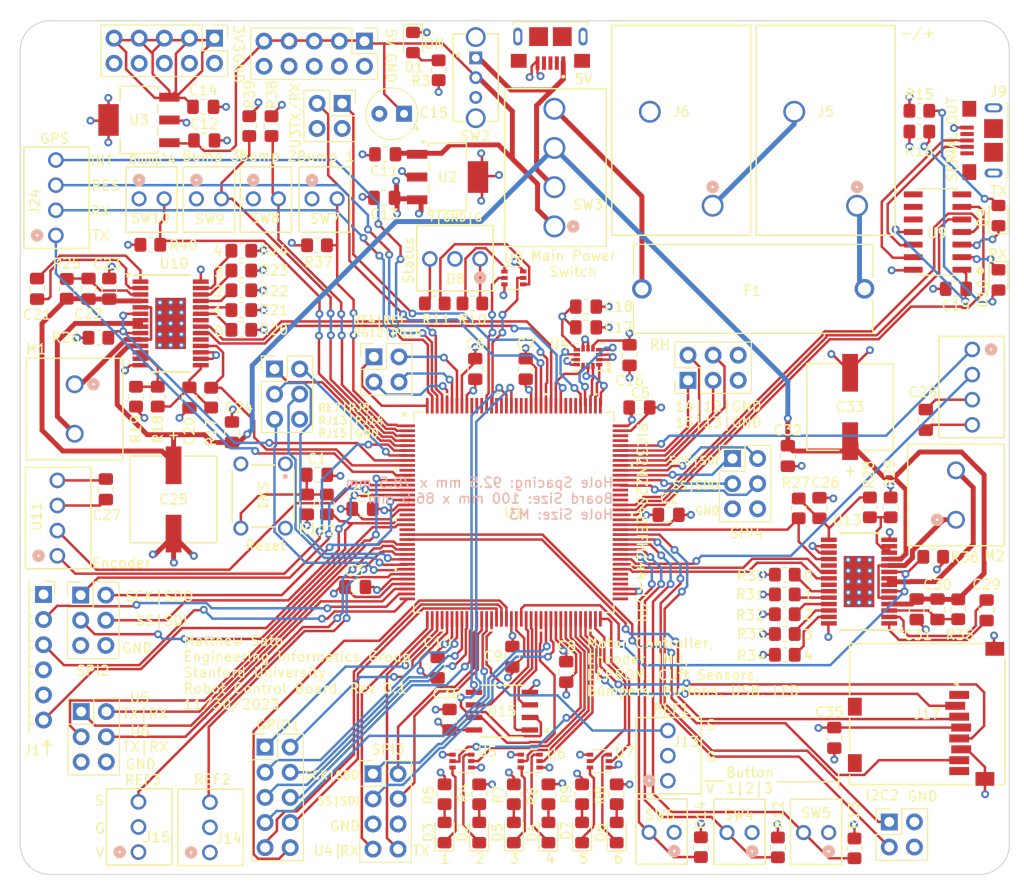
<source format=kicad_pcb>
(kicad_pcb (version 20221018) (generator pcbnew)
  (title_block (title "Main Robot Board") (date "2023-11-25") (rev "0.1") (company "satomm@stanford.edu") (comment 1 "Department of Civil and Environmental Engineering") (comment 2 "Engineering Informatics Group") (comment 3 "Stanford University") (comment 4 "Matthew Sato"))
  (layers (0 "F.Cu" signal) (1 "In1.Cu" power) (2 "In2.Cu" power) (31 "B.Cu" signal) (34 "B.Paste" user) (35 "F.Paste" user) (36 "B.SilkS" user "B.Silkscreen") (37 "F.SilkS" user "F.Silkscreen") (38 "B.Mask" user) (39 "F.Mask" user) (44 "Edge.Cuts" user))
  (net 0 "")
  (net 1 "GND")
  (net 2 "+3.3V")
  (net 4 "Net-(J1-Pin_2)")
  (net 5 "Net-(J1-Pin_3)")
  (net 6 "Net-(J1-Pin_6)")
  (net 7 "+5V")
  (net 8 "Net-(D1-A)")
  (net 9 "Net-(D2-K)")
  (net 10 "/Refl1")
  (net 11 "/Refl2")
  (net 12 "/Refl3")
  (net 15 "/SDA2")
  (net 16 "/SCL2")
  (net 17 "/RH0")
  (net 18 "/RH1")
  (net 19 "/RJ13")
  (net 20 "/RH2")
  (net 21 "/RJ14")
  (net 22 "/RH3")
  (net 23 "/RJ15")
  (net 24 "/RH12")
  (net 25 "/RK1")
  (net 26 "/RH13")
  (net 27 "Net-(D2-A)")
  (net 28 "Net-(D3-K)")
  (net 29 "Net-(D3-A)")
  (net 30 "Net-(D4-K)")
  (net 31 "Net-(D4-A)")
  (net 32 "Net-(D5-K)")
  (net 34 "/RK2")
  (net 35 "/U1RX")
  (net 39 "Net-(D8-A1)")
  (net 40 "Net-(D8-A2)")
  (net 41 "/RH14")
  (net 42 "/RK3")
  (net 43 "/RH15")
  (net 45 "/U1TX")
  (net 46 "/U2TX")
  (net 47 "Net-(D9-K)")
  (net 50 "/U2RX")
  (net 51 "/U3TX")
  (net 52 "/U3RX")
  (net 53 "/U4TX")
  (net 54 "/U4RX")
  (net 55 "/RA9")
  (net 56 "/RB10")
  (net 57 "/RA10")
  (net 58 "/U5TX")
  (net 61 "/U5RX")
  (net 62 "/U6TX")
  (net 63 "/U6RX")
  (net 64 "/Write Protect*")
  (net 65 "/Switch1")
  (net 66 "/RE4")
  (net 67 "/RG12")
  (net 68 "/RG14")
  (net 69 "/SCK3")
  (net 70 "/SDO3")
  (net 71 "/SS3*")
  (net 72 "/SDI3")
  (net 73 "/RE1")
  (net 74 "/SCK4")
  (net 75 "/SDO4")
  (net 76 "/Switch2")
  (net 77 "/Switch3")
  (net 78 "/SS4*")
  (net 79 "/SDI4")
  (net 80 "/SCK5")
  (net 81 "/SDO5")
  (net 82 "/SS5*")
  (net 83 "/SDI5")
  (net 84 "/SCK6")
  (net 85 "/SDO6")
  (net 86 "/SS6*")
  (net 87 "/SDI6")
  (net 88 "/IC4")
  (net 89 "/SCK2")
  (net 90 "/SDI2")
  (net 91 "/SDO2")
  (net 92 "/SS2*")
  (net 93 "/OC1")
  (net 94 "/IC2")
  (net 95 "/IC3")
  (net 96 "/IC1")
  (net 97 "/SCK1")
  (net 98 "/SDI1")
  (net 99 "/SDO1")
  (net 100 "/SS1*")
  (net 101 "/OC2")
  (net 102 "Net-(D5-A)")
  (net 103 "Net-(D6-A)")
  (net 104 "Net-(D7-A)")
  (net 105 "/Bump1")
  (net 106 "/Bump2")
  (net 107 "/Bump3")
  (net 108 "/Bump4")
  (net 109 "/LED1")
  (net 110 "/LED2")
  (net 111 "/LED3")
  (net 112 "/LED4")
  (net 113 "/LED5")
  (net 114 "/LED6")
  (net 115 "Net-(U8-S2)")
  (net 116 "Net-(U8-S1)")
  (net 117 "/IMU_INT1")
  (net 118 "/IMU_INT2")
  (net 119 "/GPS_INT")
  (net 120 "/GPS_Reset")
  (net 121 "/Status_Yellow")
  (net 122 "/Status_Green")
  (net 123 "Net-(F1-Pad1)")
  (net 125 "Vdrive")
  (net 126 "Net-(J5-Pin_1)")
  (net 127 "Net-(D9-A)")
  (net 128 "Net-(D10-K)")
  (net 129 "Net-(D10-A)")
  (net 130 "/Hold*")
  (net 131 "/USB_RST")
  (net 132 "Net-(M1-+)")
  (net 133 "Net-(M1--)")
  (net 134 "Net-(M2-+)")
  (net 135 "Net-(M2--)")
  (net 136 "/Fault1")
  (net 137 "Net-(R28-Pad2)")
  (net 138 "/MotorCurrent1")
  (net 139 "/Fault2")
  (net 140 "/MotorCurrent2")
  (net 141 "/Dir1")
  (net 142 "/Dir2")
  (net 143 "Net-(C1-Pad1)")
  (net 144 "Net-(J2-Pin_1)")
  (net 145 "Net-(U10-V3P3OUT)")
  (net 146 "Net-(U10-CP1)")
  (net 147 "Net-(U10-CP2)")
  (net 148 "Net-(U10-VCP)")
  (net 149 "Net-(U13-V3P3OUT)")
  (net 150 "Net-(U13-CP1)")
  (net 151 "Net-(U13-CP2)")
  (net 152 "Net-(U13-VCP)")
  (net 153 "Net-(D6-K)")
  (net 154 "Net-(J4-VBUS)")
  (net 158 "Net-(J5-Pin_2)")
  (net 160 "Net-(J9-D-)")
  (net 161 "Net-(J9-D+)")
  (net 167 "Net-(R18-Pad2)")
  (net 168 "Net-(U10-I0)")
  (net 169 "Net-(U10-I1)")
  (net 170 "Net-(U10-I2)")
  (net 171 "Net-(U10-I3)")
  (net 172 "Net-(U10-I4)")
  (net 173 "Net-(U13-I0)")
  (net 174 "Net-(U13-I1)")
  (net 175 "Net-(U13-I2)")
  (net 176 "Net-(U13-I3)")
  (net 177 "Net-(U13-I4)")
  (net 186 "Net-(D7-K)")
  (net 188 "/RE7")
  (net 189 "/RJ8")
  (footprint "LED_SMD:LED_0805_2012Metric_Pad1.15x1.40mm_HandSolder" (layer "F.Cu") (at 215.4 164.375 90)
    (fp_text reference "D5")
    (fp_text value "LED" hide)
  )
  (footprint "RobotLibrary:CONN_22232021_MOL" (layer "F.Cu") (at 189.06 100.3)
    (fp_text reference "SW8")
    (fp_text value "SW_SPST" hide)
  )
  (footprint "Capacitor_SMD:C_0805_2012Metric_Pad1.18x1.45mm_HandSolder" (layer "F.Cu") (at 222.7 111.2)
    (fp_text reference "C18")
    (fp_text value "2.2 uF" hide)
  )
  (footprint "Capacitor_SMD:C_0805_2012Metric_Pad1.18x1.45mm_HandSolder" (layer "F.Cu") (at 207.7 147.7 -90)
    (fp_text reference "C10")
    (fp_text value "0.1 uF" hide)
  )
  (footprint "Resistor_SMD:R_0805_2012Metric_Pad1.20x1.40mm_HandSolder" (layer "F.Cu") (at 253.5 131.5 90)
    (fp_text reference "R29")
    (fp_text value "51k" hide)
  )
  (footprint "Capacitor_SMD:C_0805_2012Metric_Pad1.18x1.45mm_HandSolder" (layer "F.Cu") (at 202.3 100.2 180)
    (fp_text reference "C13")
    (fp_text value "4.7 uF" hide)
  )
  (footprint "Capacitor_SMD:C_0805_2012Metric_Pad1.18x1.45mm_HandSolder" (layer "F.Cu") (at 199.3625 139.55 180)
    (fp_text reference "C3")
    (fp_text value "0.1 uF" hide)
  )
  (footprint "Capacitor_SMD:C_0805_2012Metric_Pad1.18x1.45mm_HandSolder" (layer "F.Cu") (at 208.9 152.9625 -90)
    (fp_text reference "C36")
    (fp_text value "0.1 uF" hide)
  )
  (footprint "Capacitor_SMD:C_0805_2012Metric_Pad1.18x1.45mm_HandSolder" (layer "F.Cu") (at 257.05 122.65 -90)
    (fp_text reference "C28")
    (fp_text value "0.1 uF" hide)
  )
  (footprint "Capacitor_SMD:C_0805_2012Metric_Pad1.18x1.45mm_HandSolder" (layer "F.Cu") (at 216.6 117.5 90)
    (fp_text reference "C7")
    (fp_text value "0.1 uF" hide)
  )
  (footprint "RobotLibrary:CONN_1890963_PXC" (layer "F.Cu") (at 260.1 132.75 90)
    (fp_text reference "M2")
    (fp_text value "Motor_DC" hide)
  )
  (footprint "Capacitor_SMD:C_0805_2012Metric_Pad1.18x1.45mm_HandSolder" (layer "F.Cu") (at 211.5 117.5 -90)
    (fp_text reference "C6")
    (fp_text value "0.1 uF" hide)
  )
  (footprint "Resistor_SMD:R_0805_2012Metric_Pad1.20x1.40mm_HandSolder" (layer "F.Cu") (at 242.8 144.3)
    (fp_text reference "R33")
    (fp_text value "0R" hide)
  )
  (footprint "RobotLibrary:CONN_22-23-2041_MOL" (layer "F.Cu") (at 169.25 136.39 90)
    (fp_text reference "U11")
    (fp_text value "Quad_Encoder" hide)
  )
  (footprint "RobotLibrary:CONN3_22232031_MOL" (layer "F.Cu") (at 177.45 166.35 90)
    (fp_text reference "J15")
    (fp_text value "Refl_PCB_Connect" hide)
  )
  (footprint "MountingHole:MountingHole_3.2mm_M3" (layer "F.Cu") (at 261.7 86)
    (fp_text reference "H2" hide)
    (fp_text value "MountingHole" hide)
  )
  (footprint "RobotLibrary:CONN_22-23-2041_MOL" (layer "F.Cu") (at 261.75 115.53 -90)
    (fp_text reference "U12" hide)
    (fp_text value "Quad_Encoder" hide)
  )
  (footprint "Connector_PinSocket_2.54mm:PinSocket_1x06_P2.54mm_Horizontal" (layer "F.Cu") (at 167.85 140.3)
    (fp_text reference "J1")
    (fp_text value "SNAP Program" hide)
  )
  (footprint "Capacitor_SMD:C_0805_2012Metric_Pad1.18x1.45mm_HandSolder" (layer "F.Cu") (at 243.1 126.3 -90)
    (fp_text reference "C32")
    (fp_text value "0.1 uF" hide)
  )
  (footprint "Connector_PinHeader_2.54mm:PinHeader_2x02_P2.54mm_Vertical" (layer "F.Cu") (at 253.36 163.3)
    (fp_text reference "J18" hide)
    (fp_text value "Conn_02x02_Odd_Even" hide)
  )
  (footprint "Package_TO_SOT_SMD:SOT-363_SC-70-6" (layer "F.Cu") (at 217.05 157.15 180)
    (fp_text reference "U6")
    (fp_text value "GSF7002DW" hide)
  )
  (footprint "Resistor_SMD:R_0805_2012Metric_Pad1.20x1.40mm_HandSolder" (layer "F.Cu") (at 242.100128 165.875 90)
    (fp_text reference "R12")
    (fp_text value "1k" hide)
  )
  (footprint "RobotLibrary:CONN3_22232031_MOL" (layer "F.Cu") (at 184.6738 166.39 90)
    (fp_text reference "J14")
    (fp_text value "Refl_PCB_Connect" hide)
  )
  (footprint "Capacitor_SMD:C_0805_2012Metric_Pad1.18x1.45mm_HandSolder" (layer "F.Cu") (at 222.7 113.3)
    (fp_text reference "C17")
    (fp_text value "0.1 uF" hide)
  )
  (footprint "RobotLibrary:CONN3_22232031_MOL" (layer "F.Cu") (at 211.99 106.3762 180)
    (fp_text reference "D8")
    (fp_text value "Status_LED" hide)
  )
  (footprint "Connector_PinHeader_2.54mm:PinHeader_2x05_P2.54mm_Vertical" (layer "F.Cu") (at 200.3 84.36 -90)
    (fp_text reference "J3" hide)
    (fp_text value "5V Supply" hide)
  )
  (footprint "Capacitor_SMD:C_0805_2012Metric_Pad1.18x1.45mm_HandSolder" (layer "F.Cu") (at 256.13125 141.8 -90)
    (fp_text reference "C31")
    (fp_text value "0.1 uF" hide)
  )
  (footprint "Capacitor_SMD:C_0805_2012Metric_Pad1.18x1.45mm_HandSolder" (layer "F.Cu") (at 174.5 109.4 90)
    (fp_text reference "C23")
    (fp_text value "0.1 uF" hide)
  )
  (footprint "Resistor_SMD:R_0805_2012Metric_Pad1.20x1.40mm_HandSolder" (layer "F.Cu") (at 251.4 131.5 -90)
    (fp_text reference "R28")
    (fp_text value "16k" hide)
  )
  (footprint "Capacitor_SMD:C_0805_2012Metric_Pad1.18x1.45mm_HandSolder" (layer "F.Cu") (at 215.25 146.6 90)
    (fp_text reference "C9")
    (fp_text value "0.1 uF" hide)
  )
  (footprint "Resistor_SMD:R_0805_2012Metric_Pad1.20x1.40mm_HandSolder" (layer "F.Cu") (at 178.65 104.95 180)
    (fp_text reference "R40")
    (fp_text value "1k" hide)
  )
  (footprint "RobotLibrary:PWP0028C_M" (layer "F.Cu") (at 180.7 112.899999)
    (fp_text reference "U10")
    (fp_text value "DRV8842PWPR" hide)
  )
  (footprint "Resistor_SMD:R_0805_2012Metric_Pad1.20x1.40mm_HandSolder" (layer "F.Cu") (at 208.4 160.5 -90)
    (fp_text reference "R5")
    (fp_text value "130R" hide)
  )
  (footprint "Connector_PinHeader_2.54mm:PinHeader_2x03_P2.54mm_Vertical" (layer "F.Cu") (at 233.01 118.65 90)
    (fp_text reference "J21" hide)
    (fp_text value "Conn_02x03_Odd_Even" hide)
  )
  (footprint "LED_SMD:LED_0805_2012Metric_Pad1.15x1.40mm_HandSolder" (layer "F.Cu") (at 211.9 164.375 90)
    (fp_text reference "D2")
    (fp_text value "LED" hide)
  )
  (footprint "Resistor_SMD:R_0805_2012Metric_Pad1.20x1.40mm_HandSolder" (layer "F.Cu") (at 173.4 114.35)
    (fp_text reference "R26")
    (fp_text value "0.25R" hide)
  )
  (footprint "RobotLibrary:SOIC127P600X175-14N" (layer "F.Cu") (at 258.24 103.66 180)
    (fp_text reference "U9")
    (fp_text value "MCP2221A-I_SL" hide)
  )
  (footprint "Capacitor_SMD:C_0805_2012Metric_Pad1.18x1.45mm_HandSolder" (layer "F.Cu") (at 220.7 148.13125 90)
    (fp_text reference "C8")
    (fp_text value "0.1 uF" hide)
  )
  (footprint "Resistor_SMD:R_0805_2012Metric_Pad1.20x1.40mm_HandSolder" (layer "F.Cu") (at 260.33125 141.8 -90)
    (fp_text reference "R35")
    (fp_text value "1M" hide)
  )
  (footprint "Resistor_SMD:R_0805_2012Metric_Pad1.20x1.40mm_HandSolder" (layer "F.Cu") (at 187.85 109.55 180)
    (fp_text reference "R22")
    (fp_text value "0R" hide)
  )
  (footprint "Connector_PinHeader_2.54mm:PinHeader_2x03_P2.54mm_Vertical" (layer "F.Cu") (at 237.51 126.56)
    (fp_text reference "J19" hide)
    (fp_text value "Conn_02x03_Odd_Even" hide)
  )
  (footprint "RobotLibrary:SPDT_OS102011_CNK" (layer "F.Cu") (at 211.55 86.05)
    (fp_text reference "SW2")
    (fp_text value "5V Bypass" hide)
  )
  (footprint "LED_SMD:LED_0805_2012Metric_Pad1.15x1.40mm_HandSolder" (layer "F.Cu") (at 208.4 164.375 90)
    (fp_text reference "D3")
    (fp_text value "LED" hide)
  )
  (footprint "Resistor_SMD:R_0805_2012Metric_Pad1.20x1.40mm_HandSolder" (layer "F.Cu") (at 218.9 160.5 -90)
    (fp_text reference "R6")
    (fp_text value "130R" hide)
  )
  (footprint "RobotLibrary:PWP0028C_M" (layer "F.Cu") (at 250.3 138.999999 180)
    (fp_text reference "U13")
    (fp_text value "DRV8842PWPR" hide)
  )
  (footprint "LED_SMD:LED_0805_2012Metric_Pad1.15x1.40mm_HandSolder" (layer "F.Cu") (at 205.2 84.5 -90)
    (fp_text reference "D1")
    (fp_text value "LED" hide)
  )
  (footprint "Capacitor_SMD:C_0805_2012Metric_Pad1.18x1.45mm_HandSolder" (layer "F.Cu") (at 263.2 141.9 90)
    (fp_text reference "C29")
    (fp_text value "0.01 uF" hide)
  )
  (footprint "Package_TO_SOT_SMD:SOT-363_SC-70-6" (layer "F.Cu") (at 224.05 157.15 180)
    (fp_text reference "U7")
    (fp_text value "GSF7002DW" hide)
  )
  (footprint "Resistor_SMD:R_0805_2012Metric_Pad1.20x1.40mm_HandSolder" (layer "F.Cu") (at 242.8 138.3)
    (fp_text reference "R30")
    (fp_text value "0R" hide)
  )
  (footprint "Resistor_SMD:R_0805_2012Metric_Pad1.20x1.40mm_HandSolder" (layer "F.Cu") (at 194.5 131.2 -90)
    (fp_text reference "R1")
    (fp_text value "10k" hide)
  )
  (footprint "Resistor_SMD:R_0805_2012Metric_Pad1.20x1.40mm_HandSolder" (layer "F.Cu") (at 170.2 109.4 90)
    (fp_text reference "R25")
    (fp_text value "1M" hide)
  )
  (footprint "Connector_PinHeader_2.54mm:PinHeader_2x03_P2.54mm_Vertical" (layer "F.Cu") (at 171.61 140.37)
    (fp_text reference "J20" hide)
    (fp_text value "Conn_02x03_Odd_Even" hide)
  )
  (footprint "Connector_PinHeader_2.54mm:PinHeader_2x04_P2.54mm_Vertical" (layer "F.Cu") (at 201.16 158.43)
    (fp_text reference "J8" hide)
    (fp_text value "Conn_02x04_Odd_Even" hide)
  )
  (footprint "Connector_PinHeader_2.54mm:PinHeader_2x05_P2.54mm_Vertical" (layer "F.Cu") (at 185.14 84.06 -90)
    (fp_text reference "J2" hide)
    (fp_text value "3.3V Supply" hide)
  )
  (footprint "Resistor_SMD:R_0805_2012Metric_Pad1.20x1.40mm_HandSolder" (layer "F.Cu") (at 242.8 142.3)
    (fp_text reference "R32")
    (fp_text value "0R" hide)
  )
  (footprint "Resistor_SMD:R_0805_2012Metric_Pad1.20x1.40mm_HandSolder" (layer "F.Cu") (at 256.4 93.5)
    (fp_text reference "R16")
    (fp_text value "130R" hide)
  )
  (footprint "Resistor_SMD:R_0805_2012Metric_Pad1.20x1.40mm_HandSolder" (layer "F.Cu") (at 215.4 160.5 -90)
    (fp_text reference "R7")
    (fp_text value "130R" hide)
  )
  (footprint "Connector_PinHeader_2.54mm:PinHeader_2x03_P2.54mm_Vertical" (layer "F.Cu") (at 171.66 152.15)
    (fp_text reference "J23" hide)
    (fp_text value "Conn_02x03_Odd_Even" hide)
  )
  (footprint "LED_SMD:LED_0805_2012Metric_Pad1.15x1.40mm_HandSolder" (layer "F.Cu") (at 264.4 108.5 -90)
    (fp_text reference "D10")
    (fp_text value "LED" hide)
  )
  (footprint "RobotLibrary:CONN_22232021_MOL" (layer "F.Cu") (at 231.610128 164.3512 180)
    (fp_text reference "SW6")
    (fp_text value "User_Button" hide)
  )
  (footprint "RobotLibrary:LQFP144_PL_MCH-M" (layer "F.Cu") (at 215.4 132)
    (fp_text reference "U1")
    (fp_text value "PIC32MZ2048EFH144-I/PL" hide)
  )
  (footprint "Resistor_SMD:R_0805_2012Metric_Pad1.20x1.40mm_HandSolder" (layer "F.Cu") (at 242.8 140.3)
    (fp_text reference "R31")
    (fp_text value "0R" hide)
  )
  (footprint "Resistor_SMD:R_0805_2012Metric_Pad1.20x1.40mm_HandSolder" (layer "F.Cu") (at 184.8 120.4 -90)
    (fp_text reference "R17")
    (fp_text value "10k" hide)
  )
  (footprint "Package_TO_SOT_SMD:SOT-363_SC-70-6" (layer "F.Cu") (at 210.15 157.15 180)
    (fp_text reference "U5")
    (fp_text value "GSF7002DW" hide)
  )
  (footprint "Capacitor_SMD:C_0805_2012Metric_Pad1.18x1.45mm_HandSolder" (layer "F.Cu") (at 227.1 116.1 -90)
    (fp_text reference "C16")
    (fp_text value "0.01 uF" hide)
  )
  (footprint "RobotLibrary:PCAP_8x10-ELECT_NCA-M" (layer "F.Cu") (at 249.4 121.3456 90)
    (fp_text reference "C33")
    (fp_text value "100 uF" hide)
  )
  (footprint "Resistor_SMD:R_0805_2012Metric_Pad1.20x1.40mm_HandSolder" (layer "F.Cu") (at 195.5 105 180)
    (fp_text reference "R37")
    (fp_text value "1k" hide)
  )
  (footprint "RobotLibrary:SOT-223_DIO-M" (layer "F.Cu") (at 208.7 98.1 -90)
    (fp_text reference "U2")
    (fp_text value "AP2114HA-3.3TRG1" hide)
  )
  (footprint "RobotLibrary:SO8N_4X5X1P27_STM-M" (layer "F.Cu") (at 214.2 152.1 180)
    (fp_text reference "U15")
    (fp_text value "M95M01-DFMN6TP" hide)
  )
  (footprint "RobotLibrary:AMPHENOL_10118193-0001LF" (layer "F.Cu") (at 263.9 94.4 90)
    (fp_text reference "J9")
    (fp_text value "USB_B_Micro" hide)
  )
  (footprint "RobotLibrary:LGA14_2P5X3X0P91_TDK-M" (layer "F.Cu") (at 222.899999 116.311 180)
    (fp_text reference "U4")
    (fp_text value "ICM-42688-P" hide)
  )
  (footprint "Capacitor_SMD:C_0805_2012Metric_Pad1.18x1.45mm_HandSolder" (layer "F.Cu") (at 200.1 131.65 180)
    (fp_text reference "C4")
    (fp_text value "0.1 uF" hide)
  )
  (footprint "Resistor_SMD:R_0805_2012Metric_Pad1.20x1.40mm_HandSolder" (layer "F.Cu") (at 188.65 92.95 90)
    (fp_text reference "R39")
    (fp_text value "1k" hide)
  )
  (footprint "Resistor_SMD:R_0805_2012Metric_Pad1.20x1.40mm_HandSolder" (layer "F.Cu") (at 249.840128 165.975 90)
    (fp_text reference "R13")
    (fp_text value "1k" hide)
  )
  (footprint "Resistor_SMD:R_0805_2012Metric_Pad1.20x1.40mm_HandSolder" (layer "F.Cu") (at 190.9 92.95 90)
    (fp_text reference "R38")
    (fp_text value "1k" hide)
  )
  (footprint "Resistor_SMD:R_0805_2012Metric_Pad1.20x1.40mm_HandSolder" (layer "F.Cu") (at 257.8 136.5 180)
    (fp_text reference "R36")
    (fp_text value "0.25R" hide)
  )
  (footprint "Capacitor_SMD:C_0805_2012Metric_Pad1.18x1.45mm_HandSolder" (layer "F.Cu") (at 172.4 109.4 90)
    (fp_text reference "C22")
    (fp_text value "0.1 uF" hide)
  )
  (footprint "LED_SMD:LED_0805_2012Metric_Pad1.15x1.40mm_HandSolder" (layer "F.Cu") (at 218.9 164.375 90)
    (fp_text reference "D4")
    (fp_text value "LED" hide)
  )
  (footprint "RobotLibrary:CONN_22232021_MOL" (layer "F.Cu") (at 177.51 100.3)
    (fp_text reference "SW10")
    (fp_text value "SW_SPST" hide)
  )
  (footprint "RobotLibrary:CONN_22232021_MOL" (layer "F.Cu") (at 239.490128 164.375 180)
    (fp_text reference "SW4")
    (fp_text value "User_Button" hide)
  )
  (footprint "RobotLibrary:CONN_22232021_MOL" (layer "F.Cu") (at 247.230128 164.375 180)
    (fp_text reference "SW5")
    (fp_text value "User_Button" hide)
  )
  (footprint "Connector_PinHeader_2.54mm:PinHeader_2x02_P2.54mm_Vertical" (layer "F.Cu") (at 201.25 116.275)
    (fp_text reference "J25" hide)
    (fp_text value "Conn_02x02_Odd_Even" hide)
  )
  (footprint "Resistor_SMD:R_0805_2012Metric_Pad1.20x1.40mm_HandSolder" (layer "F.Cu") (at 234.310128 165.8512 90)
    (fp_text reference "R14")
    (fp_text value "1k" hide)
  )
  (footprint "Capacitor_SMD:C_0805_2012Metric_Pad1.18x1.45mm_HandSolder" (layer "F.Cu") (at 182.6 120.4 -90)
    (fp_text reference "C20")
    (fp_text value "0.47 uF" hide)
  )
  (footprint "RobotLibrary:SW_B3F-1000_OMR" (layer "F.Cu") (at 192.300001 127.099998 -90)
    (fp_text reference "SW1")
    (fp_text value "Reset")
  )
  (footprint "Resistor_SMD:R_0805_2012Metric_Pad1.20x1.40mm_HandSolder" (layer "F.Cu") (at 207.8 87.3 90)
    (fp_text reference "R3")
    (fp_text value "130R" hide)
  )
  (footprint "Capacitor_SMD:C_0805_2012Metric_Pad1.18x1.45mm_HandSolder" (layer "F.Cu") (at 186.9 123.9 90)
    (fp_text reference "C24")
    (fp_text value "0.1 uF" hide)
  )
  (footprint "Resistor_SMD:R_0805_2012Metric_Pad1.20x1.40mm_HandSolder" (layer "F.Cu") (at 187.85 113.55 180)
    (fp_text reference "R20")
    (fp_text value "0R" hide)
  )
  (footprint "Capacitor_SMD:C_0805_2012Metric_Pad1.18x1.45mm_HandSolder" (layer "F.Cu") (at 228.1 121.4 180)
    (fp_text reference "C5")
    (fp_text value "0.1 uF" hide)
  )
  (footprint "Resistor_SMD:R_0805_2012Metric_Pad1.20x1.40mm_HandSolder" (layer "F.Cu") (at 244.2 131.6 90)
    (fp_text reference "R27")
    (fp_text value "10k" hide)
  )
  (footprint "Package_TO_SOT_SMD:SOT-363_SC-70-6" (layer "F.Cu") (at 215.4 108.3)
    (fp_text reference "U8")
    (fp_text value "GSF7002DW" hide)
  )
  (footprint "RobotLibrary:26-60-4040_MOL" (layer "F.Cu") (at 219.5 103.0872 90)
    (fp_text reference "SW3")
    (fp_text value "All Power Switch" hide)
  )
  (footprint "Resistor_SMD:R_0805_2012Metric_Pad1.20x1.40mm_HandSolder" (layer "F.Cu") (at 179.4 120.3 90)
    (fp_text reference "R18")
    (fp_text value "16k" hide)
  )
  (footprint "LED_SMD:LED_0805_2012Metric_Pad1.15x1.40mm_HandSolder" (layer "F.Cu") (at 225.8 164.375 90)
    (fp_text reference "D6")
    (fp_text value "LED" hide)
  )
  (footprint "Capacitor_SMD:C_0805_2012Metric_Pad1.18x1.45mm_HandSolder" (layer "F.Cu") (at 195.5 128.2)
    (fp_text reference "C1")
    (fp_text value "0.1 uF" hide)
  )
  (footprint "Capacitor_THT:CP_Radial_Tantal_D5.0mm_P2.50mm" (layer "F.Cu") (at 204.305113 91.7 180)
    (fp_text reference "C15")
    (fp_text value "10 uF" hide)
  )
  (footprint "Capacitor_SMD:C_0805_2012Metric_Pad1.18x1.45mm_HandSolder" (layer "F.Cu") (at 184 91)
    (fp_text reference "C14")
    (fp_text value "4.7 uF" hide)
  )
  (footprint "LED_SMD:LED_0805_2012Metric_Pad1.15x1.40mm_HandSolder" (layer "F.Cu") (at 222.3 164.375 90)
    (fp_text reference "D7")
    (fp_text value "LED" hide)
  )
  (footprint "Resistor_SMD:R_0805_2012Metric_Pad1.20x1.40mm_HandSolder" (layer "F.Cu") (at 211.9 160.5 -90)
    (fp_text reference "R4")
    (fp_text value "130R" hide)
  )
  (footprint "Resistor_SMD:R_0805_2012Metric_Pad1.20x1.40mm_HandSolder" (layer "F.Cu") (at 207.41 110.8762)
    (fp_text reference "R11")
    (fp_text value "130R" hide)
  )
  (footprint "Capacitor_SMD:C_0805_2012Metric_Pad1.18x1.45mm_HandSolder" (layer "F.Cu") (at 258.23125 141.8 90)
    (fp_text reference "C30")
    (fp_text value "0.1 uF" hide)
  )
  (footprint "Resistor_SMD:R_0805_2012Metric_Pad1.20x1.40mm_HandSolder" (layer "F.Cu") (at 196.5 131.2 90)
    (fp_text reference "R2")
    (fp_text value "1k" hide)
  )
  (footprint "RobotLibrary:SOT-223_DIO-M" (layer "F.Cu") (at 177.5 92.3285 90)
    (fp_text reference "U3")
    (fp_text value "AP2114HA-3.3TRG1" hide)
  )
  (footprint "Capacitor_SMD:C_0805_2012Metric_Pad1.18x1.45mm_HandSolder" (layer "F.Cu") (at 184.1 94.4)
    (fp_text reference "C12")
    (fp_text value "4.7 uF" hide)
  )
  (footprint "RobotLibrary:FUSE_4628" (layer "F.Cu") (at 239.6 109.4)
    (fp_text reference "F1")
    (fp_text value "5A Fuse" hide)
  )
  (footprint "Resistor_SMD:R_0805_2012Metric_Pad1.20x1.40mm_HandSolder" (layer "F.Cu") (at 242.8 146.4)
    (fp_text reference "R34")
    (fp_text value "0R" hide)
  )
  (footprint "Resistor_SMD:R_0805_2012Metric_Pad1.20x1.40mm_HandSolder" (layer "F.Cu") (at 225.8 160.5 -90)
    (fp_text reference "R8")
    (fp_text value "130R" hide)
  )
  (footprint "RobotLibrary:CONN3_22232031_MOL" (layer "F.Cu") (at 230.9738 159.14 90)
    (fp_text reference "J13")
    (fp_text value "Refl_PCB_Connect" hide)
  )
  (footprint "RobotLibrary:CONN_1890963_PXC" (layer "F.Cu") (at 171 119.05 -90)
    (fp_text reference "M1")
    (fp_text value "Motor_DC" hide)
  )
  (footprint "RobotLibrary:CONN_22232021_MOL" (layer "F.Cu") (at 183.31 100.3)
    (fp_text reference "SW9")
    (fp_text value "SW_SPST" hide)
  )
  (footprint "Capacitor_SMD:C_0805_2012Metric_Pad1.18x1.45mm_HandSolder" (layer "F.Cu") (at 247.8 154.8 90)
    (fp_text reference "C35")
    (fp_text value "0.1 uF" hide)
  )
  (footprint "Capacitor_SMD:C_0805_2012Metric_Pad1.18x1.45mm_HandSolder" (layer "F.Cu") (at 260.1 109.4 180)
    (fp_text reference "C19")
    (fp_text value "0.1 uF" hide)
  )
  (footprint "RobotLibrary:CONN_1017514" (layer "F.Cu") (at 235.5 101 180)
    (fp_text reference "J6")
    (fp_text value "Battery1" hide)
  )
  (footprint "RobotLibrary:CONN_22232021_MOL" (layer "F.Cu") (at 195 100.3)
    (fp_text reference "SW7")
    (fp_text value "SW_SPST" hide)
  )
  (footprint "Capacitor_SMD:C_0805_2012Metric_Pad1.18x1.45mm_HandSolder" (layer "F.Cu") (at 174.15 129.67 90)
    (fp_text reference "C27")
    (fp_text value "0.1 uF" hide)
  )
  (footprint "Resistor_SMD:R_0805_2012Metric_Pad1.20x1.40mm_HandSolder" (layer "F.Cu") (at 256.4 91.4)
    (fp_text reference "R15")
    (fp_text value "130R" hide)
  )
  (footprint "Capacitor_SMD:C_0805_2012Metric_Pad1.18x1.45mm_HandSolder" (layer "F.Cu") (at 167.2 109.4 -90)
    (fp_text reference "C21")
    (fp_text value "0.01 uF" hide)
  )
  (footprint "Resistor_SMD:R_0805_2012Metric_Pad1.20x1.40mm_HandSolder" (layer "F.Cu") (at 211.21 110.8762 180)
    (fp_text reference "R10")
    (fp_text value "130R" hide)
  )
  (footprint "LED_SMD:LED_0805_2012Metric_Pad1.15x1.40mm_HandSolder" (layer "F.Cu") (at 264.4 102 90)
    (fp_text reference "D9")
    (fp_text value "LED" hide)
  )
  (footprint "RobotLibrary:AMPHENOL_10118193-0001LF" (layer "F.Cu") (at 219.1 83.9 180)
    (fp_text reference "J4" hide)
    (fp_text value "USB_B_Micro" hide)
  )
  (footprint "Resistor_SMD:R_0805_2012Metric_Pad1.20x1.40mm_HandSolder" (layer "F.Cu") (at 187.85 107.55 180)
    (fp_text reference "R23")
    (fp_text value "0R" hide)
  )
  (footprint "RobotLibrary:CONN_22-23-2041_MOL" (layer "F.Cu") (at 169.1 104 90)
    (fp_text reference "J24")
    (fp_text value "Conn_01x04" hide)
  )
  (footprint "Capacitor_SMD:C_0805_2012Metric_Pad1.18x1.45mm_HandSolder" (layer "F.Cu") (at 231.05 132.25 180)
    (fp_text reference "C2")
    (fp_text value "0.1 uF" hide)
  )
  (footprint "Resistor_SMD:R_0805_2012Metric_Pad1.20x1.40mm_HandSolder" (layer "F.Cu") (at 187.85 105.55 180)
    (fp_text reference "R24")
    (fp_text value "0R" hide)
  )
  (footprint "Resistor_SMD:R_0805_2012Metric_Pad1.20x1.40mm_HandSolder" (layer "F.Cu") (at 222.3 160.5 -90)
    (fp_text reference "R9")
    (fp_text value "130R" hide)
  )
  (footprint "Resistor_SMD:R_0805_2012Metric_Pad1.20x1.40mm_HandSolder" (layer "F.Cu") (at 187.85 111.55 180)
    (fp_text reference "R21")
    (fp_text value "0R" hide)
  )
  (footprint "Resistor_SMD:R_0805_2012Metric_Pad1.20x1.40mm_HandSolder" (layer "F.Cu") (at 177.2 120.3 -90)
    (fp_text reference "R19")
    (fp_text value "51k" hide)
  )
  (footprint "Connector_PinHeader_2.54mm:PinHeader_2x05_P2.54mm_Vertical" (layer "F.Cu") (at 190.25 155.74)
    (fp_text reference "J7" hide)
    (fp_text value "GPIO1" hide)
  )
  (footprint "MountingHole:MountingHole_3.2mm_M3" (layer "F.Cu") (at 261.7 164.5)
    (fp_text reference "H4" hide)
    (fp_text value "MountingHole" hide)
  )
  (footprint "RobotLibrary:PCAP_8x10-ELECT_NCA-M" (layer "F.Cu") (at 181 130.6953 -90)
    (fp_text reference "C25")
    (fp_text value "100 uF" hide)
  )
  (footprint "RobotLibrary:MEM2061-01-188-00-A_GCT" (layer "F.Cu") (at 257.2 152.4 90)
    (fp_text reference "J17")
    (fp_text value "MEM2061-01-188-00-A" hide)
  )
  (footprint "MountingHole:MountingHole_3.2mm_M3" (layer "F.Cu") (at 169.2 86)
    (fp_text reference "H1" hide)
    (fp_text value "MountingHole" hide)
  )
  (footprint "Capacitor_SMD:C_0805_2012Metric_Pad1.18x1.45mm_HandSolder" (layer "F.Cu") (at 202.4 95.8 180)
    (fp_text reference "C11")
    (fp_text value "4.7 uF" hide)
  )
  (footprint "Connector_PinHeader_2.54mm:PinHeader_2x03_P2.54mm_Vertical" (layer "F.Cu") (at 191.21 117.51)
    (fp_text reference "J16" hide)
    (fp_text value "Conn_02x03_Odd_Even" hide)
  )
  (footprint "MountingHole:MountingHole_3.2mm_M3" (layer "F.Cu") (at 169.3 164.5)
    (fp_text reference "H3" hide)
    (fp_text value "MountingHole" hide)
  )
  (footprint "Capacitor_SMD:C_0805_2012Metric_Pad1.18x1.45mm_HandSolder" (layer "F.Cu") (at 246.3 131.5625 90)
    (fp_text reference "C26")
    (fp_text value "0.47 uF" hide)
  )
  (footprint "RobotLibrary:CONN_1017514" (layer "F.Cu") (at 250.1 100.999999 180)
    (fp_text reference "J5")
    (fp_text value "Battery1" hide)
  )
  (footprint "Connector_PinHeader_2.54mm:PinHeader_2x02_P2.54mm_Vertical" (layer "F.Cu") (at 198.05 90.65 -90)
    (fp_text reference "J22" hide)
    (fp_text value "Conn_02x02_Odd_Even" hide)
  )
  (gr_line (start 248.25 159.25) (end 248.25 160) (stroke (width 0.15)) (layer "F.SilkS"))
  (gr_line (start 167.8 155.55) (end 168.2 155.55) (stroke (width 0.15)) (layer "F.SilkS"))
  (gr_line (start 168.2 156.55) (end 168.2 155.05) (stroke (width 0.15)) (layer "F.SilkS"))
  (gr_line (start 248.25 159.25) (end 248.25 158.5) (stroke (width 0.15)) (layer "F.SilkS"))
  (gr_line (start 242 159.25) (end 248.25 159.25) (stroke (width 0.15)) (layer "F.SilkS"))
  (gr_line (start 168.2 155.05) (end 167.8 155.55) (stroke (width 0.15)) (layer "F.SilkS"))
  (gr_line (start 168.6 155.55) (end 168.2 155.55) (stroke (width 0.15)) (layer "F.SilkS"))
  (gr_line (start 236.65 159.15) (end 234.75 159.15) (stroke (width 0.15)) (layer "F.SilkS"))
  (gr_line (start 168.2 155.05) (end 168.6 155.55) (stroke (width 0.15)) (layer "F.SilkS"))
  (gr_arc (start 165.5 85.3) (mid 166.37868 83.17868) (end 168.5 82.3) (stroke (width 0.1)) (layer "Edge.Cuts"))
  (gr_line (start 265.5 85.3) (end 265.5 165.6) (stroke (width 0.1)) (layer "Edge.Cuts"))
  (gr_arc (start 265.5 165.6) (mid 264.62132 167.72132) (end 262.5 168.6) (stroke (width 0.1)) (layer "Edge.Cuts"))
  (gr_arc (start 168.5 168.6) (mid 166.37868 167.72132) (end 165.5 165.6) (stroke (width 0.1)) (layer "Edge.Cuts"))
  (gr_line (start 262.5 168.6) (end 168.5 168.6) (stroke (width 0.1)) (layer "Edge.Cuts"))
  (gr_line (start 168.5 82.3) (end 262.5 82.3) (stroke (width 0.1)) (layer "Edge.Cuts"))
  (gr_arc (start 262.5 82.3) (mid 264.62132 83.17868) (end 265.5 85.3) (stroke (width 0.1)) (layer "Edge.Cuts"))
  (gr_line (start 165.5 165.6) (end 165.5 85.3) (stroke (width 0.1)) (layer "Edge.Cuts"))
  (gr_text "Hole Spacing: 92.5 mm x 78.5 mm\nBoard Size: 100 mm x 86.5 mm\nHole Size: M3" (at 225.55 132.8) (layer "B.SilkS") (effects (font (size 1 1)) (justify left bottom mirror)))
  (gr_text "SERIAL OUT" (at 260.3 98.7 90) (layer "F.SilkS") (effects (font (size 1 1)) (justify left bottom)))
  (gr_text "GND" (at 176.05 158.05) (layer "F.SilkS") (effects (font (size 1 1)) (justify left bottom)))
  (gr_text "REF3" (at 175.95 159.65) (layer "F.SilkS") (effects (font (size 1 1)) (justify left bottom)))
  (gr_text "5V" (at 202.4 83 -90) (layer "F.SilkS") (effects (font (size 1 1)) (justify left bottom)))
  (gr_text " U5 \nTX|RX" (at 175.7 152.95) (layer "F.SilkS") (effects (font (size 1 1)) (justify left bottom)))
  (gr_text "Bump 4" (at 176.4 96.8) (layer "F.SilkS") (effects (font (size 0.8 0.8)) (justify left bottom)))
  (gr_text "GND" (at 175.7 146.3) (layer "F.SilkS") (effects (font (size 1 1)) (justify left bottom)))
  (gr_text "Bump 3" (at 181.75 96.55) (layer "F.SilkS") (effects (font (size 1 1)) (justify left bottom)))
  (gr_text "0" (at 244.575 139.025) (layer "F.SilkS") (effects (font (size 1 1)) (justify left bottom)))
  (gr_text "REF2" (at 182.95 159.6) (layer "F.SilkS") (effects (font (size 1 1)) (justify left bottom)))
  (gr_text "5V" (at 221.45 88.8) (layer "F.SilkS") (effects (font (size 1 1)) (justify left bottom)))
  (gr_text "Reset" (at 188.15 135.949999) (layer "F.SilkS") (effects (font (size 1 1)) (justify left bottom)))
  (gr_text "SS|SDI" (at 177.05 143.55) (layer "F.SilkS") (effects (font (size 1 1)) (justify left bottom)))
  (gr_text "Matthew Sato\nEngineering Informatics Group\nStanford University\nRobot Control Board, Rev 0.1\n11/30/2023" (at 181.9 152) (layer "F.SilkS") (effects (font (size 1 1)) (justify left bottom)))
  (gr_text "SPI4" (at 237.15 134.7) (layer "F.SilkS") (effects (font (size 1 1)) (justify left bottom)))
  (gr_text "SPI2" (at 171.05 148.6) (layer "F.SilkS") (effects (font (size 1 1)) (justify left bottom)))
  (gr_text "RX" (at 197.7 166.85) (layer "F.SilkS") (effects (font (size 1 1)) (justify left bottom)))
  (gr_text "2" (at 185.025 110.225) (layer "F.SilkS") (effects (font (size 1 1)) (justify left bottom)))
  (gr_text "INT" (at 172.5 97.05) (layer "F.SilkS") (effects (font (size 1 1)) (justify left bottom)))
  (gr_text "RX" (at 172.55 102.15) (layer "F.SilkS") (effects (font (size 1 1)) (justify left bottom)))
  (gr_text "V" (at 173 167.05) (layer "F.SilkS") (effects (font (size 1 1)) (justify left bottom)))
  (gr_text "SS|SDI" (at 195.45 161.65) (layer "F.SilkS") (effects (font (size 0.8 0.8)) (justify left bottom)))
  (gr_text "Button\n1|2|3" (at 236.75 160.5) (layer "F.SilkS") (effects (font (size 1 1)) (justify left bottom)))
  (gr_text "-/+" (at 254.35 84.1) (layer "F.SilkS") (effects (font (size 1 1)) (justify left bottom)))
  (gr_text "0" (at 185 114.275) (layer "F.SilkS") (effects (font (size 1 1)) (justify left bottom)))
  (gr_text "14|12|GND\n15|13|GND" (at 231.6 123.5) (layer "F.SilkS") (effects (font (size 1 1)) (justify left bottom)))
  (gr_text "Status" (at 205.35 109 90) (layer "F.SilkS") (effects (font (size 1 1)) (justify left bottom)))
  (gr_text "3V3" (at 187 82.6 270) (layer "F.SilkS") (effects (font (size 1 1)) (justify left bottom)))
  (gr_text "4" (at 244.6 147.025) (layer "F.SilkS") (effects (font (size 1 1)) (justify left bottom)))
  (gr_text "S\n\nG\n\nV" (at 234.75 160.55) (layer "F.SilkS") (effects (font (size 1 1)) (justify left bottom)))
  (gr_text "3" (at 214.9 167.6) (layer "F.SilkS") (effects (font (size 1 1)) (justify left bottom)))
  (gr_text "GND" (at 202.4 85.44 -90) (layer "F.SilkS") (effects (font (size 1 1)) (justify left bottom)))
  (gr_text "RH" (at 229.05 115.65) (layer "F.SilkS") (effects (font (size 1 1)) (justify left bottom)))
  (gr_text "SCK|SDI" (at 230.95 127.25) (layer "F.SilkS") (effects (font (size 0.8 0.8)) (justify left bottom)))
  (gr_text "5" (at 221.9 167.6) (layer "F.SilkS") (effects (font (size 1 1)) (justify left bottom)))
  (gr_text "RE7|RJ8\nRJ13|RJ14\nRJ15|GND" (at 195.525 124.475) (layer "F.SilkS") (effects (font (size 0.8 0.8)) (justify left bottom)))
  (gr_text "ON" (at 206.2 85.2) (layer "F.SilkS") (effects (font (size 1 1)) (justify left bottom)))
  (gr_text "GND" (at 233.65 132.3) (layer "F.SilkS") (effects (font (size 0.8 0.8)) (justify left bottom)))
  (gr_text "REF1" (at 229.35 152.5) (layer "F.SilkS") (effects (font (size 1 1)) (justify left bottom)))
  (gr_text "Motor Controller,\nEncoder, IMU, \nEEPROM, Cliff Sensors,\nBumpers, Buttons, USB, LED" (at 222.65 150.65) (layer "F.SilkS") (effects (font (size 1 1)) (justify left bottom)))
  (gr_text "TX" (at 172.65 104.6) (layer "F.SilkS") (effects (font (size 1 1)) (justify left bottom)))
  (gr_text "PIC32MZ2048EFH144-I/PL" (at 227.75 122.85 -90) (layer "F.SilkS") (effects (font (size 1 1)) (justify left bottom)))
  (gr_text "4" (at 184.9 106.175) (layer "F.SilkS") (effects (font (size 1 1)) (justify left bottom)))
  (gr_text "SS|SDO" (at 231.35 129.75) (layer "F.SilkS") (effects (font (size 0.8 0.8)) (justify left bottom)))
  (gr_text "U4|" (at 195.05 166.8) (layer "F.SilkS") (effects (font (size 1 1)) (justify left bottom)))
  (gr_text "RE4|RE1\nRG12|RG14" (at 199.025 114.325) (layer "F.SilkS") (effects (font (size 0.8 0.8)) (justify left bottom)))
  (gr_text "Bump 2" (at 187.5 96.55) (layer "F.SilkS") (effects (font (size 1 1)) (justify left bottom)))
  (gr_text "Y|GND|G" (at 206.65 102.65) (layer "F.SilkS") (effects (font (size 0.8 0.8)) (justify left bottom)))
  (gr_text "GPIO1" (at 189.25 154.1) (layer "F.SilkS") (effects (font (size 1 1)) (justify left bottom)))
  (gr_text "GND" (at 196.7 164.3) (layer "F.SilkS") (effects (font (size 1 1)) (justify left bottom)))
  (gr_text "2" (at 244.625 142.925) (layer "F.SilkS") (effects (font (size 1 1)) (justify left bottom)))
  (gr_text "GPS" (at 167.4 94.8) (layer "F.SilkS") (effects (font (size 1 1)) (justify left bottom)))
  (gr_text "4" (at 218.5 167.6) (layer "F.SilkS") (effects (font (size 1 1)) (justify left bottom)))
  (gr_text "G" (at 172.95 164.55) (layer "F.SilkS") (effects (font (size 1 1)) (justify left bottom)))
  (gr_text "TX" (at 205.05 166.8) (layer "F.SilkS") (effects (font (size 1 1)) (justify left bottom)))
  (gr_text "6" (at 225.4 167.6) (layer "F.SilkS") (effects (font (size 1 1)) (justify left bottom)))
  (gr_text "1" (at 244.6 140.95) (layer "F.SilkS") (effects (font (size 1 1)) (justify left bottom)))
  (gr_text "1" (at 184.95 112.25) (layer "F.SilkS") (effects (font (size 1 1)) (justify left bottom)))
  (gr_text "Encoder" (at 172.627001 137.7108) (layer "F.SilkS") (effects (font (size 1 1)) (justify left bottom)))
  (gr_text "RES" (at 172.6 99.55) (layer "F.SilkS") (effects (font (size 1 1)) (justify left bottom)))
  (gr_text "SCK|SDO" (at 194.15 159.05) (layer "F.SilkS") (effects (font (size 0.8 0.8)) (justify left bottom)))
  (gr_text "Bump 1" (at 193.35 96.6) (layer "F.SilkS") (effects (font (size 1 1)) (justify left bottom)))
  (gr_text "SPI3" (at 200.9 156.55) (layer "F.SilkS") (effects (font (size 1 1)) (justify left bottom)))
  (gr_text "S" (at 172.95 161.75) (layer "F.SilkS") (effects (font (size 1 1)) (justify left bottom)))
  (gr_text " U6\nTX|RX" (at 175.75 156.3) (layer "F.SilkS") (effects (font (size 1 1)) (justify left bottom)))
  (gr_text "RX" (at 263.25 106.5) (layer "F.SilkS") (effects (font (size 1 1)) (justify left bottom)))
  (gr_text "TX" (at 263.5 100.1) (layer "F.SilkS") (effects (font (size 1 1)) (justify left bottom)))
  (gr_text "I2C2" (at 250.85 161.2) (layer "F.SilkS") (effects (font (size 1 1)) (justify left bottom)))
  (gr_text "3" (at 244.6 144.975) (layer "F.SilkS") (effects (font (size 1 1)) (justify left bottom)))
  (gr_text "GND" (at 187 85.5 -90) (layer "F.SilkS") (effects (font (size 1 1)) (justify left bottom)))
  (gr_text "3" (at 185 108.3) (layer "F.SilkS") (effects (font (size 1 1)) (justify left bottom)))
  (gr_text "GND" (at 255.1 161.3) (layer "F.SilkS") (effects (font (size 1 1)) (justify left bottom)))
  (gr_text "1" (at 207.9 167.6) (layer "F.SilkS") (effects (font (size 1 1)) (justify left bottom)))
  (gr_text "Main Power\nSwitch" (at 221.4 108.25) (layer "F.SilkS") (effects (font (size 1 1)) (justify bottom)))
  (gr_text "U3TX/RX" (at 193.9 95.35 90) (layer "F.SilkS") (effects (font (size 1 1)) (justify left bottom)))
  (gr_text "SCK|SDO" (at 176 141.1) (layer "F.SilkS") (effects (font (size 1 1)) (justify left bottom)))
  (gr_text "2" (at 211.4 167.6) (layer "F.SilkS") (effects (font (size 1 1)) (justify left bottom)))
  (segment (start 221.161001 117.061001) (end 220.8 116.7) (width 0.25) (layer "F.Cu") (net 1))
  (segment (start 227.8 139.75) (end 228.05 140) (width 0.25) (layer "F.Cu") (net 1))
  (segment (start 234.310128 164.8512) (end 234.310128 163.505) (width 0.25) (layer "F.Cu") (net 1))
  (segment (start 253.5 130.5) (end 253.5 129.3) (width 0.25) (layer "F.Cu") (net 1))
  (segment (start 206.0242 98) (end 204.6 98) (width 0.25) (layer "F.Cu") (net 1))
  (segment (start 244.4625 127.3375) (end 243.4 127.3375) (width 0.25) (layer "F.Cu") (net 1))
  (segment (start 217.7 149.25) (end 217.02575 149.92425) (width 0.25) (layer "F.Cu") (net 1))
  (segment (start 177.2 121.6) (end 178.05 122.45) (width 0.25) (layer "F.Cu") (net 1))
  (segment (start 216.925501 119.6) (end 216.6 119.274499) (width 0.25) (layer "F.Cu") (net 1))
  (segment (start 211.5 118.4375) (end 211.5 119.5) (width 0.25) (layer "F.Cu") (net 1))
  (segment (start 225.139 116.561) (end 225.4 116.3) (width 0.25) (layer "F.Cu") (net 1))
  (segment (start 249.4 117.6) (end 251.4 115.6) (width 0.25) (layer "F.Cu") (net 1))
  (segment (start 189.575 90.975) (end 189.575 90.55) (width 0.25) (layer "F.Cu") (net 1))
  (segment (start 200.4 139.55) (end 201.2625 139.55) (width 0.25) (layer "F.Cu") (net 1))
  (segment (start 179.151654 136.25) (end 178.9 136.25) (width 0.5) (layer "F.Cu") (net 1))
  (segment (start 212.1758 98) (end 212.1758 100.4242) (width 0.25) (layer "F.Cu") (net 1))
  (segment (start 249.840128 164.975) (end 249.840128 163.625) (width 0.25) (layer "F.Cu") (net 1))
  (segment (start 172.4 114.35) (end 171.25 114.35) (width 0.25) (layer "F.Cu") (net 1))
  (segment (start 203.734315 131.249999) (end 204.62405 131.249999) (width 0.25) (layer "F.Cu") (net 1))
  (segment (start 211.5 119.5) (end 211.3 119.7) (width 0.25) (layer "F.Cu") (net 1))
  (segment (start 257.5875 123.15) (end 257.05 123.6875) (width 0.25) (layer "F.Cu") (net 1))
  (segment (start 217.149999 119.824498) (end 217.149999 121.22405) (width 0.25) (layer "F.Cu") (net 1))
  (segment (start 174.4242 92.4) (end 174.4242 90.1242) (width 0.25) (layer "F.Cu") (net 1))
  (segment (start 201.4625 95.9) (end 200.2 95.9) (width 0.25) (layer "F.Cu") (net 1))
  (segment (start 174.4242 94.5758) (end 174.4 94.6) (width 0.25) (layer "F.Cu") (net 1))
  (segment (start 194.5 105) (end 193.2 105) (width 0.25) (layer "F.Cu") (net 1))
  (segment (start 263.95 144.45) (end 263.95 145.721597) (width 0.25) (layer "F.Cu") (net 1))
  (segment (start 227.336051 122.236051) (end 227.336051 122.636051) (width 0.25) (layer "F.Cu") (net 1))
  (segment (start 217.8 87.6) (end 218.1 87.9) (width 0.25) (layer "F.Cu") (net 1))
  (segment (start 217.8 86.5) (end 217.8 87.6) (width 0.25) (layer "F.Cu") (net 1))
  (segment (start 226.17595 123.25) (end 226.95 123.25) (width 0.25) (layer "F.Cu") (net 1))
  (segment (start 224.030299 116.061) (end 225.161 116.061) (width 0.25) (layer "F.Cu") (net 1))
  (segment (start 190.9 91.85) (end 191.95 90.8) (width 0.25) (layer "F.Cu") (net 1))
  (segment (start 183.75 107.45) (end 183.750002 107.450002) (width 0.25) (layer "F.Cu") (net 1))
  (segment (start 174.4242 90.1242) (end 174.4 90.1) (width 0.25) (layer "F.Cu") (net 1))
  (segment (start 222.899999 115.422) (end 222.899999 114.799999) (width 0.25) (layer "F.Cu") (net 1))
  (segment (start 216.1 156.5) (end 215.1 156.5) (width 0.25) (layer "F.Cu") (net 1))
  (segment (start 174.4242 92.4) (end 172.6 92.4) (width 0.25) (layer "F.Cu") (net 1))
  (segment (start 211.1 157.8) (end 212.1 157.8) (width 0.25) (layer "F.Cu") (net 1))
  (segment (start 228.05 140) (end 227.799999 140.250001) (width 0.25) (layer "F.Cu") (net 1))
  (segment (start 181 134.1497) (end 181 137.05) (width 0.5) (layer "F.Cu") (net 1))
  (segment (start 228.803888 132.25) (end 230.0125 132.25) (width 0.25) (layer "F.Cu") (net 1))
  (segment (start 197.859787 128.309787) (end 196.647287 128.309787) (width 0.25) (layer "F.Cu") (net 1))
  (segment (start 258.8 136.5) (end 258.8 137.146112) (width 0.25) (layer "F.Cu") (net 1))
  (segment (start 223.7375 113.3) (end 225 113.3) (width 0.25) (layer "F.Cu") (net 1))
  (segment (start 220.7 145.911132) (end 219.649999 144.861131) (width 0.25) (layer "F.Cu") (net 1))
  (segment (start 202.310556 131.798056) (end 203.186258 131.798056) (width 0.25) (layer "F.Cu") (net 1))
  (segment (start 208.9 151.925) (end 207.525 151.925) (width 0.25) (layer "F.Cu") (net 1))
  (segment (start 185.1 91) (end 186.3 91) (width 0.25) (layer "F.Cu") (net 1))
  (segment (start 222.4 115.422) (end 222.4 114.7) (width 0.25) (layer "F.Cu") (net 1))
  (segment (start 204.6 98) (end 204.1 97.5) (width 0.25) (layer "F.Cu") (net 1))
  (segment (start 222.4 114.7) (end 222.6 114.5) (width 0.25) (layer "F.Cu") (net 1))
  (segment (start 203.186258 131.798056) (end 203.734315 131.249999) (width 0.25) (layer "F.Cu") (net 1))
  (segment (start 242.100128 164.875) (end 242.100128 163.635) (width 0.25) (layer "F.Cu") (net 1))
  (segment (start 215.3 144.532946) (end 215.258526 144.491472) (width 0.25) (layer "F.Cu") (net 1))
  (segment (start 249.4 117.816022) (end 247.583978 116) (width 0.25) (layer "F.Cu") (net 1))
  (segment (start 207.7 146.053888) (end 207.7 146.6625) (width 0.25) (layer "F.Cu") (net 1))
  (segment (start 201.5625 139.85) (end 201.951409 139.85) (width 0.25) (layer "F.Cu") (net 1))
  (segment (start 177.650001 117.124999) (end 176.625001 117.124999) (width 0.25) (layer "F.Cu") (net 1))
  (segment (start 202.310556 131.798056) (end 202.1625 131.65) (width 0.25) (layer "F.Cu") (net 1))
  (segment (start 218 157.8) (end 219 157.8) (width 0.25) (layer "F.Cu") (net 1))
  (segment (start 182.1 92.4) (end 182.3 92.6) (width 0.25) (layer "F.Cu") (net 1))
  (segment (start 225 157.8) (end 225.680706 157.8) (width 0.25) (layer "F.Cu") (net 1))
  (segment (start 261.75 123.15) (end 257.5875 123.15) (width 0.25) (layer "F.Cu") (net 1))
  (segment (start 212.1758 95.7758) (end 212.1 95.7) (width 0.25) (layer "F.Cu") (net 1))
  (segment (start 212.1758 98) (end 213.8 98) (width 0.25) (layer "F.Cu") (net 1))
  (segment (start 181 137.05) (end 181.034787 137.084787) (width 0.25) (layer "F.Cu") (net 1))
  (segment (start 227.1 117.1375) (end 227.1 118.4) (width 0.25) (layer "F.Cu") (net 1))
  (segment (start 216.925501 119.6) (end 217.149999 119.824498) (width 0.25) (layer "F.Cu") (net 1))
  (segment (start 255.7 107.53) (end 253.6 107.53) (width 0.25) (layer "F.Cu") (net 1))
  (segment (start 202.1625 131.65) (end 201.1375 131.65) (width 0.25) (layer "F.Cu") (net 1))
  (segment (start 228.303887 132.750001) (end 226.17595 132.750001) (width 0.25) (layer "F.Cu") (net 1))
  (segment (start 256.13125 142.90675) (end 257.05 143.8255) (width 0.25) (layer "F.Cu") (net 1))
  (segment (start 210.649999 120.153302) (end 211.103301 119.7) (width 0.25) (layer "F.Cu") (net 1))
  (segment (start 209.2 156.5) (end 208.2 156.5) (width 0.25) (layer "F.Cu") (net 1))
  (segment (start 186.9 122.8625) (end 186.9 121.7) (width 0.25) (layer "F.Cu") (net 1))
  (segment (start 211.103301 119.7) (end 211.3 119.7) (width 0.25) (layer "F.Cu") (net 1))
  (segment (start 224.030299 116.561) (end 225.139 116.561) (width 0.25) (layer "F.Cu") (net 1))
  (segment (start 203.05141 138.749999) (end 204.62405 138.749999) (width 0.25) (layer "F.Cu") (net 1))
  (segment (start 201.4625 100.1) (end 200.1 100.1) (width 0.25) (layer "F.Cu") (net 1))
  (segment (start 227.336051 122.863949) (end 227.336051 122.636051) (width 0.25) (layer "F.Cu") (net 1))
  (segment (start 227.799999 140.250001) (end 226.17595 140.250001) (width 0.25) (layer "F.Cu") (net 1))
  (segment (start 210.649999 121.22405) (end 210.649999 120.153302) (width 0.25) (layer "F.Cu") (net 1))
  (segment (start 174.5 107.4) (end 174.75 107.15) (width 0.25) (layer "F.Cu") (net 1))
  (segment (start 263.028401 158.95) (end 263.028401 160.478401) (width 0.25) (layer "F.Cu") (net 1))
  (segment (start 217 88) (end 217.2 87.8) (width 0.25) (layer "F.Cu") (net 1))
  (segment (start 220.939 116.561) (end 220.8 116.7) (width 0.25) (layer "F.Cu") (net 1))
  (segment (start 188.65 91.9) (end 189.575 90.975) (width 0.25) (layer "F.Cu") (net 1))
  (segment (start 246.3 130.525) (end 247.625 130.525) (width 0.25) (layer "F.Cu") (net 1))
  (segment (start 182.6 121.45) (end 181.6 122.45) (width 0.25) (layer "F.Cu") (net 1))
  (segment (start 185.1 94.4) (end 186.4 94.4) (width 0.25) (layer "F.Cu") (net 1))
  (segment (start 226.95 123.25) (end 227.336051 122.863949) (width 0.25) (layer "F.Cu") (net 1))
  (segment (start 258.8 137.146112) (end 258.173056 137.773056) (width 0.25) (layer "F.Cu") (net 1))
  (segment (start 223.7375 111.2) (end 225 111.2) (width 0.25) (layer "F.Cu") (net 1))
  (segment (start 177.65 104.95) (end 176.4 104.95) (width 0.25) (layer "F.Cu") (net 1))
  (segment (start 207.525 151.925) (end 207.5 151.95) (width 0.25) (layer "F.Cu") (net 1))
  (segment (start 215.15 144.382946) (end 215.258526 144.491472) (width 0.25) (layer "F.Cu") (net 1))
  (segment (start 217.02575 149.92425) (end 217.02575 150.195) (width 0.25) (layer "F.Cu") (net 1))
  (segment (start 247.583978 116) (end 247.5 116) (width 0.25) (layer "F.Cu") (net 1))
  (segment (start 244.5 127.3) (end 244.4625 127.3375) (width 0.25) (layer "F.Cu") (net 1))
  (segment (start 200.2 95.9) (end 200.1 95.8) (width 0.25) (layer "F.Cu") (net 1))
  (segment (start 247.2 144.6) (end 247.2 143.274997) (width 0.25) (layer "F.Cu") (net 1))
  (segment (start 227.0625 121.9625) (end 227.336051 122.236051) (width 0.25) (layer "F.Cu") (net 1))
  (segment (start 176.625001 117.124999) (end 176.1 117.65) (width 0.25) (layer "F.Cu") (net 1))
  (segment (start 249.840128 163.625) (end 249.790128 163.575) (width 0.25) (layer "F.Cu") (net 1))
  (segment (start 221.769699 116.561) (end 220.939 116.561) (width 0.25) (layer "F.Cu") (net 1))
  (segment (start 193.2 105) (end 192.95 104.75) (width 0.25) (layer "F.Cu") (net 1))
  (segment (start 225.680706 157.8) (end 225.994063 157.486643) (width 0.25) (layer "F.Cu") (net 1))
  (segment (start 186.9 121.7) (end 187 121.6) (width 0.25) (layer "F.Cu") (net 1))
  (segment (start 217.6 86.5) (end 217.8 86.5) (width 0.25) (layer "F.Cu") (net 1))
  (segment (start 208.426944 145.326944) (end 209.15 144.603888) (width 0.25) (layer "F.Cu") (net 1))
  (segment (start 259.95 93.1) (end 259.9 93.15) (width 0.25) (layer "F.Cu") (net 1))
  (segment (start 220.7 147.09375) (end 220.7 145.911132) (width 0.25) (layer "F.Cu") (net 1))
  (segment (start 234.310128 163.505) (end 234.340128 163.475) (width 0.25) (layer "F.Cu") (net 1))
  (segment (start 215.3 145.5625) (end 215.3 144.532946) (width 0.25) (layer "F.Cu") (net 1))
  (segment (start 247.8 155.8375) (end 247.8 157) (width 0.25) (layer "F.Cu") (net 1))
  (segment (start 219.649999 144.861131) (end 219.649999 142.77595) (width 0.25) (layer "F.Cu") (net 1))
  (segment (start 212.1758 100.4242) (end 212.1 100.5) (width 0.25) (layer "F.Cu") (net 1))
  (segment (start 216.6 119.274499) (end 216.6 118.4375) (width 0.25) (layer "F.Cu") (net 1))
  (segment (start 181 134.401654) (end 182.998346 136.4) (width 0.5) (layer "F.Cu") (net 1))
  (segment (start 261.225301 155.96) (end 263.028401 157.7631) (width 0.25) (layer "F.Cu") (net 1))
  (segment (start 222.899999 114.799999) (end 222.6 114.5) (width 0.25) (layer "F.Cu") (net 1))
  (segment (start 263.028401 157.7631) (end 263.028401 158.95) (width 0.25) (layer "F.Cu") (net 1))
  (segment (start 217.2 86.9) (end 217.6 86.5) (width 0.25) (layer "F.Cu") (net 1))
  (segment (start 213.8 98) (end 213.9 97.9) (width 0.25) (layer "F.Cu") (net 1))
  (segment (start 259.0625 109.4) (end 257.8 109.4) (width 0.25) (layer "F.Cu") (net 1))
  (segment (start 217.2 87.8) (end 217.2 86.9) (width 0.25) (layer "F.Cu") (net 1))
  (segment (start 183.750002 107.450002) (end 183.750002 108.674999) (width 0.25) (layer "F.Cu") (net 1))
  (segment (start 223.1 156.5) (end 222.1 156.5) (width 0.25) (layer "F.Cu") (net 1))
  (segment (start 212.1758 98) (end 212.1758 95.7758) (width 0.25) (layer "F.Cu") (net 1))
  (segment (start 174.5 108.3625) (end 174.5 107.4) (width 0.25) (layer "F.Cu") (net 1))
  (segment (start 228.776944 132.276944) (end 228.803888 132.25) (width 0.25) (layer "F.Cu") (net 1))
  (segment (start 253.4 134) (end 253.4 134.724998) (width 0.25) (layer "F.Cu") (net 1))
  (segment (start 180.5758 92.4) (end 182.1 92.4) (width 0.25) (layer "F.Cu") (net 1))
  (segment (start 182.998346 136.4) (end 183.05 136.4) (width 0.5) (layer "F.Cu") (net 1))
  (segment (start 261.225 93.1) (end 259.95 93.1) (width 0.25) (layer "F.Cu") (net 1))
  (segment (start 209.15 144.603888) (end 209.15 142.77595) (width 0.25) (layer "F.Cu") (net 1))
  (segment (start 215.15 142.77595) (end 215.15 144.382946) (width 0.25) (layer "F.Cu") (net 1))
  (segment (start 174.4242 92.4) (end 174.4242 94.5758) (width 0.25) (layer "F.Cu") (net 1))
  (segment (start 207.7 146.053888) (end 208.426944 145.326944) (width 0.25) (layer "F.Cu") (net 1))
  (segment (start 263.028401 160.478401) (end 263.05 160.5) (width 0.25) (layer "F.Cu") (net 1))
  (segment (start 181 134.401654) (end 179.151654 136.25) (width 0.5) (layer "F.Cu") (net 1))
  (segment (start 225.161 116.061) (end 225.4 116.3) (width 0.25) (layer "F.Cu") (net 1))
  (segment (start 201.951409 139.85) (end 203.05141 138.749999) (width 0.25) (layer "F.Cu") (net 1))
  (segment (start 206.6 83.475) (end 205.3 83.475) (width 0.25) (layer "F.Cu") (net 1))
  (segment (start 221.769699 117.061001) (end 221.161001 117.061001) (width 0.25) (layer "F.Cu") (net 1))
  (segment (start 242.100128 163.635) (end 241.990128 163.525) (width 0.25) (layer "F.Cu") (net 1))
  (segment (start 226.17595 139.75) (end 227.8 139.75) (width 0.25) (layer "F.Cu") (net 1))
  (segment (start 174.0125 128.77) (end 169.25 128.77) (width 0.25) (layer "F.Cu") (net 1))
  (segment (start 247.625 130.525) (end 247.7 130.6) (width 0.25) (layer "F.Cu") (net 1))
  (segment (start 228.776944 132.276944) (end 228.303887 132.750001) (width 0.25) (layer "F.Cu") (net 1))
  (via (at 247.5 116) (size 0.8) (drill 0.4) (layers "F.Cu" "B.Cu") (net 1))
  (via (at 183.05 136.4) (size 0.8) (drill 0.4) (layers "F.Cu" "B.Cu") (net 1))
  (via (at 208.2 156.5) (size 0.8) (drill 0.4) (layers "F.Cu" "B.Cu") (net 1))
  (via (at 202.310556 131.798056) (size 0.8) (drill 0.4) (layers "F.Cu" "B.Cu") (net 1))
  (via (at 216.925501 119.6) (size 0.8) (drill 0.4) (layers "F.Cu" "B.Cu") (net 1))
  (via (at 259.9 93.15) (size 0.8) (drill 0.4) (layers "F.Cu" "B.Cu") (net 1))
  (via (at 215.1 156.5) (size 0.8) (drill 0.4) (layers "F.Cu" "B.Cu") (net 1))
  (via (at 176.1 117.65) (size 0.8) (drill 0.4) (layers "F.Cu" "B.Cu") (net 1))
  (via (at 215.258526 144.491472) (size 0.8) (drill 0.4) (layers "F.Cu" "B.Cu") (net 1))
  (via (at 220.400333 145.999667) (size 0.8) (drill 0.4) (layers "F.Cu" "B.Cu") (net 1))
  (via (at 212.1 100.5) (size 0.8) (drill 0.4) (layers "F.Cu" "B.Cu") (net 1))
  (via (at 213.9 97.9) (size 0.8) (drill 0.4) (layers "F.Cu" "B.Cu") (net 1))
  (via (at 227.1 118.4) (size 0.8) (drill 0.4) (layers "F.Cu" "B.Cu") (net 1))
  (via (at 197.859787 128.309787) (size 0.8) (drill 0.4) (layers "F.Cu" "B.Cu") (net 1))
  (via (at 187 121.6) (size 0.8) (drill 0.4) (layers "F.Cu" "B.Cu") (net 1))
  (via (at 171.25 114.35) (size 0.8) (drill 0.4) (layers "F.Cu" "B.Cu") (net 1))
  (via (at 247.8 157) (size 0.8) (drill 0.4) (layers "F.Cu" "B.Cu") (net 1))
  (via (at 225.994063 157.486643) (size 0.8) (drill 0.4) (layers "F.Cu" "B.Cu") (net 1))
  (via (at 222.1 156.5) (size 0.8) (drill 0.4) (layers "F.Cu" "B.Cu") (net 1))
  (via (at 217.7 149.25) (size 0.8) (drill 0.4) (layers "F.Cu" "B.Cu") (net 1))
  (via (at 253.5 129.3) (size 0.8) (drill 0.4) (layers "F.Cu" "B.Cu") (net 1))
  (via (at 192.95 104.75) (size 0.8) (drill 0.4) (layers "F.Cu" "B.Cu") (net 1))
  (via (at 257.05 143.8255) (size 0.8) (drill 0.4) (layers "F.Cu" "B.Cu") (net 1))
  (via (at 251.4 115.6) (size 0.8) (drill 0.4) (layers "F.Cu" "B.Cu") (net 1))
  (via (at 247.7 130.6) (size 0.8) (drill 0.4) (layers "F.Cu" "B.Cu") (net 1))
  (via (at 220.8 116.7) (size 0.8) (drill 0.4) (layers "F.Cu" "B.Cu") (net 1))
  (via (at 244.5 127.3) (size 0.8) (drill 0.4) (layers "F.Cu" "B.Cu") (net 1))
  (via (at 186.4 94.4) (size 0.8) (drill 0.4) (layers "F.Cu" "B.Cu") (net 1))
  (via (at 181.034787 137.084787) (size 0.8) (drill 0.4) (layers "F.Cu" "B.Cu") (net 1))
  (via (at 172.6 92.4) (size 0.8) (drill 0.4) (layers "F.Cu" "B.Cu") (net 1))
  (via (at 249.790128 163.575) (size 0.8) (drill 0.4) (layers "F.Cu" "B.Cu") (net 1))
  (via (at 189.575 90.55) (size 0.8) (drill 0.4) (layers "F.Cu" "B.Cu") (net 1))
  (via (at 174.75 107.15) (size 0.8) (drill 0.4) (layers "F.Cu" "B.Cu") (net 1))
  (via (at 218.1 87.9) (size 0.8) (drill 0.4) (layers "F.Cu" "B.Cu") (net 1))
  (via (at 191.95 90.8) (size 0.8) (drill 0.4) (layers "F.Cu" "B.Cu") (net 1))
  (via (at 247.2 144.6) (size 0.8) (drill 0.4) (layers "F.Cu" "B.Cu") (net 1))
  (via (at 176.4 104.95) (size 0.8) (drill 0.4) (layers "F.Cu" "B.Cu") (net 1))
  (via (at 263.95 144.45) (size 0.8) (drill 0.4) (layers "F.Cu" "B.Cu") (net 1))
  (via (at 201.5625 139.85) (size 0.8) (drill 0.4) (layers "F.Cu" "B.Cu") (net 1))
  (via (at 241.990128 163.525) (size 0.8) (drill 0.4) (layers "F.Cu" "B.Cu") (net 1))
  (via (at 217 88) (size 0.8) (drill 0.4) (layers "F.Cu" "B.Cu") (net 1))
  (via (at 263.05 160.5) (size 0.8) (drill 0.4) (layers "F.Cu" "B.Cu") (net 1))
  (via (at 253.4 134) (size 0.8) (drill 0.4) (layers "F.Cu" "B.Cu") (net 1))
  (via (at 183.75 107.45) (size 0.8) (drill 0.4) (layers "F.Cu" "B.Cu") (net 1))
  (via (at 204.1 97.5) (size 0.8) (drill 0.4) (layers "F.Cu" "B.Cu") (net 1))
  (via (at 178.05 122.45) (size 0.8) (drill 0.4) (layers "F.Cu" "B.Cu") (net 1))
  (via (at 206.6 83.475) (size 0.8) (drill 0.4) (layers "F.Cu" "B.Cu") (net 1))
  (via (at 174.4 90.1) (size 0.8) (drill 0.4) (layers "F.Cu" "B.Cu") (net 1))
  (via (at 181.6 122.45) (size 0.8) (drill 0.4) (layers "F.Cu" "B.Cu") (net 1))
  (via (at 225 111.2) (size 0.8) (drill 0.4) (layers "F.Cu" "B.Cu") (net 1))
  (via (at 207.5 151.95) (size 0.8) (drill 0.4) (layers "F.Cu" "B.Cu") (net 1))
  (via (at 225.4 116.3) (size 0.8) (drill 0.4) (layers "F.Cu" "B.Cu") (net 1))
  (via (at 174.4 94.6) (size 0.8) (drill 0.4) (layers "F.Cu" "B.Cu") (net 1))
  (via (at 225 113.3) (size 0.8) (drill 0.4) (layers "F.Cu" "B.Cu") (net 1))
  (via (at 257.8 109.4) (size 0.8) (drill 0.4) (layers "F.Cu" "B.Cu") (net 1))
  (via (at 186.3 91) (size 0.8) (drill 0.4) (layers "F.Cu" "B.Cu") (net 1))
  (via (at 219 157.8) (size 0.8) (drill 0.4) (layers "F.Cu" "B.Cu") (net 1))
  (via (at 211.3 119.7) (size 0.8) (drill 0.4) (layers "F.Cu" "B.Cu") (net 1))
  (via (at 178.9 136.25) (size 0.8) (drill 0.4) (layers "F.Cu" "B.Cu") (net 1))
  (via (at 222.6 114.5) (size 0.8) (drill 0.4) (layers "F.Cu" "B.Cu") (net 1))
  (via (at 258.173056 137.773056) (size 0.8) (drill 0.4) (layers "F.Cu" "B.Cu") (net 1))
  (via (at 182.3 92.6) (size 0.8) (drill 0.4) (layers "F.Cu" "B.Cu") (net 1))
  (via (at 228.776944 132.276944) (size 0.8) (drill 0.4) (layers "F.Cu" "B.Cu") (net 1))
  (via (at 253.6 107.53) (size 0.8) (drill 0.4) (layers "F.Cu" "B.Cu") (net 1))
  (via (at 200.1 95.8) (size 0.8) (drill 0.4) (layers "F.Cu" "B.Cu") (net 1))
  (via (at 200.1 100.1) (size 0.8) (drill 0.4) (layers "F.Cu" "B.Cu") (net 1))
  (via (at 212.1 95.7) (size 0.8) (drill 0.4) (layers "F.Cu" "B.Cu") (net 1))
  (via (at 228.05 140) (size 0.8) (drill 0.4) (layers "F.Cu" "B.Cu") (net 1))
  (via (at 208.426944 145.326944) (size 0.8) (drill 0.4) (layers "F.Cu" "B.Cu") (net 1))
  (via (at 212.1 157.8) (size 0.8) (drill 0.4) (layers "F.Cu" "B.Cu") (net 1))
  (via (at 234.340128 163.475) (size 0.8) (drill 0.4) (layers "F.Cu" "B.Cu") (net 1))
  (via (at 227.336051 122.636051) (size 0.8) (drill 0.4) (layers "F.Cu" "B.Cu") (net 1))
  (segment (start 211.5 115.3) (end 211.5 116.811827) (width 0.25) (layer "F.Cu") (net 2))
  (segment (start 205.95 146.85) (end 208.5 144.3) (width 0.25) (layer "F.Cu") (net 2))
  (segment (start 210.15 118.161827) (end 210.15 121.22405) (width 0.25) (layer "F.Cu") (net 2))
  (segment (start 197.86342 139.55) (end 197.2 140.21342) (width 0.25) (layer "F.Cu") (net 2))
  (segment (start 223.399998 115.146) (end 223.399998 115.422) (width 0.25) (layer "F.Cu") (net 2))
  (segment (start 241.8 146.4) (end 240.6 146.4) (width 0.25) (layer "F.Cu") (net 2))
  (segment (start 203.8 131.75) (end 202.85 132.7) (width 0.25) (layer "F.Cu") (net 2))
  (segment (start 203.5375 98.5375) (end 203.5 98.5) (width 0.5) (layer "F.Cu") (net 2))
  (segment (start 216.450001 146.487499) (end 215.3 147.6375) (width 0.25) (layer "F.Cu") (net 2))
  (segment (start 206.4875 148.5375) (end 207.55 148.5375) (width 0.25) (layer "F.Cu") (net 2))
  (segment (start 241.8 140.3) (end 240.6 140.3) (width 0.25) (layer "F.Cu") (net 2))
  (segment (start 208.650001 144.199999) (end 208.650001 142.77595) (width 0.25) (layer "F.Cu") (net 2))
  (segment (start 241.8 138.3) (end 240.6 138.3) (width 0.25) (layer "F.Cu") (net 2))
  (segment (start 227.246701 123.749999) (end 229.1375 121.8592) (width 0.25) (layer "F.Cu") (net 2))
  (segment (start 203.6 100.1625) (end 203.6 101.6) (width 0.5) (layer "F.Cu") (net 2))
  (segment (start 198.325 139.55) (end 199.325 140.55) (width 0.25) (layer "F.Cu") (net 2))
  (segment (start 215.25 147.6375) (end 215.25 148.250707) (width 0.25) (layer "F.Cu") (net 2))
  (segment (start 246.2375 153.7625) (end 246.2 153.8) (width 0.25) (layer "F.Cu") (net 2))
  (segment (start 203.117094 139.250001) (end 204.62405 139.250001) (width 0.25) (layer "F.Cu") (net 2))
  (segment (start 214.45 108.95) (end 214.45 109.95) (width 0.25) (layer "F.Cu") (net 2))
  (segment (start 194.5 132.2) (end 194.5 133.3) (width 0.25) (layer "F.Cu") (net 2))
  (segment (start 204.62405 131.75) (end 203.8 131.75) (width 0.25) (layer "F.Cu") (net 2))
  (segment (start 215.4 158.8) (end 214.9 158.3) (width 0.25) (layer "F.Cu") (net 2))
  (segment (start 208.4 158.7) (end 208 158.3) (width 0.25) (layer "F.Cu") (net 2))
  (segment (start 229.1375 121.4) (end 230.3 121.4) (width 0.25) (layer "F.Cu") (net 2))
  (segment (start 221.7 146.345446) (end 221.7 148.16875) (width 0.25) (layer "F.Cu") (net 2))
  (segment (start 188.85 105.55) (end 190.05 105.55) (width 0.25) (layer "F.Cu") (net 2))
  (segment (start 184.925002 116.474998) (end 185.3 116.1) (width 0.25) (layer "F.Cu") (net 2))
  (segment (start 173.5475 131.31) (end 169.25 131.31) (width 0.25) (layer "F.Cu") (net 2))
  (segment (start 218.9 159.475) (end 220.225 159.475) (width 0.25) (layer "F.Cu") (net 2))
  (segment (start 223.911684 114.634314) (end 223.399998 115.146) (width 0.25) (layer "F.Cu") (net 2))
  (segment (start 215.65 142.77595) (end 215.65 143.929057) (width 0.25) (layer "F.Cu") (net 2))
  (segment (start 183.750002 115.824999) (end 185.024999 115.824999) (width 0.25) (layer "F.Cu") (net 2))
  (segment (start 261.1375 109.4) (end 261.1375 107.9075) (width 0.25) (layer "F.Cu") (net 2))
  (segment (start 220.150001 142.77595) (end 220.150001 144.795447) (width 0.25) (layer "F.Cu") (net 2))
  (segment (start 217.650001 117.412501) (end 217.650001 121.22405) (width 0.25) (layer "F.Cu") (net 2))
  (segment (start 190 107.55) (end 190.05 107.5) (width 0.25) (layer "F.Cu") (net 2))
  (segment (start 233.3 132.25) (end 232.0875 132.25) (width 0.25) (layer "F.Cu") (net 2))
  (segment (start 221.3 111.2) (end 220.3 112.2) (width 0.25) (layer "F.Cu") (net 2))
  (segment (start 261.050354 110.650353) (end 261.050354 109.487146) (width 0.25) (layer "F.Cu") (net 2))
  (segment (start 247.249998 135.425) (end 245.625 135.425) (width 0.25) (layer "F.Cu") (net 2))
  (segment (start 208.5 144.3) (end 208.55 144.3) (width 0.25) (layer "F.Cu") (net 2))
  (segment (start 188.85 111.55) (end 190.1 111.55) (width 0.25) (layer "F.Cu") (net 2))
  (segment (start 226.17595 123.749999) (end 227.246701 123.749999) (width 0.25) (layer "F.Cu") (net 2))
  (segment (start 207.8 89.5) (end 207.8 88.6) (width 0.25) (layer "F.Cu") (net 2))
  (segment (start 232.0875 132.25) (end 231.0875 133.25) (width 0.25) (layer "F.Cu") (net 2))
  (segment (start 255.4 93.5) (end 255.4 95) (width 0.25) (layer "F.Cu") (net 2))
  (segment (start 231.0875 133.25) (end 226.17595 133.25) (width 0.25) (layer "F.Cu") (net 2))
  (segment (start 247.249998 136.074999) (end 246.274999 136.074999) (width 0.25) (layer "F.Cu") (net 2))
  (segment (start 222.3 158.9) (end 221.8 158.4) (width 0.25) (layer "F.Cu") (net 2))
  (segment (start 211.5 116.811827) (end 210.15 118.161827) (width 0.25) (layer "F.Cu") (net 2))
  (segment (start 220.225 159.475) (end 220.3 159.4) (width 0.25) (layer "F.Cu") (net 2))
  (segment (start 221.4 113.3) (end 220.3 112.2) (width 0.25) (layer "F.Cu") (net 2))
  (segment (start 215.25 148.250707) (end 214.800356 148.700351) (width 0.25) (layer "F.Cu") (net 2))
  (segment (start 215.4 159.375) (end 215.4 158.8) (width 0.25) (layer "F.Cu") (net 2))
  (segment (start 215.65 143.929057) (end 216.450001 144.729058) (width 0.25) (layer "F.Cu") (net 2))
  (segment (start 206.0242 100.3) (end 203.7375 100.3) (width 0.5) (layer "F.Cu") (net 2))
  (segment (start 203.6 101.6) (end 203.6 101.8) (width 0.5) (layer "F.Cu") (net 2))
  (segment (start 202.85 132.7) (end 200.1125 132.7) (width 0.25) (layer "F.Cu") (net 2))
  (segment (start 246.274999 136.074999) (end 245.6 135.4) (width 0.25) (layer "F.Cu") (net 2))
  (segment (start 260.628401 153.76) (end 247.8025 153.76) (width 0.25) (layer "F.Cu") (net 2))
  (segment (start 199.325 140.55) (end 201.817095 140.55) (width 0.25) (layer "F.Cu") (net 2))
  (segment (start 216.35 107.65) (end 216.35 107.528888) (width 0.25) (layer "F.Cu") (net 2))
  (segment (start 216.6 115.4) (end 216.6 116.3625) (width 0.25) (layer "F.Cu") (net 2))
  (segment (start 227.1 115.0625) (end 227.1 113.9) (width 0.25) (layer "F.Cu") (net 2))
  (segment (start 203.5375 100.1) (end 203.5375 98.5375) (width 0.5) (layer "F.Cu") (net 2))
  (segment (start 222.3 159.475) (end 222.3 158.9) (width 0.25) (layer "F.Cu") (net 2))
  (segment (start 205.95 148) (end 206.4875 148.5375) (width 0.25) (layer "F.Cu") (net 2))
  (segment (start 261.1375 107.9075) (end 260.7 107.47) (width 0.25) (layer "F.Cu") (net 2))
  (segment (start 221.769699 115.560999) (end 220.3087 114.1) (width 0.25) (layer "F.Cu") (net 2))
  (segment (start 220.3 114.1) (end 220.3 112.2) (width 0.25) (layer "F.Cu") (net 2))
  (segment (start 255.78 103.66) (end 254.26 103.66) (width 0.25) (layer "F.Cu") (net 2))
  (segment (start 241.8 142.3) (end 240.6 142.3) (width 0.25) (layer "F.Cu") (net 2))
  (segment (start 206.0242 101.5758) (end 205.8 101.8) (width 0.5) (layer "F.Cu") (net 2))
  (segment (start 206.0242 100.3) (end 206.0242 101.5758) (width 0.5) (layer "F.Cu") (net 2))
  (segment (start 188.85 107.55) (end 190 107.55) (width 0.25) (layer "F.Cu") (net 2))
  (segment (start 207.75 153.1625) (end 208.5875 154) (width 0.25) (layer "F.Cu") (net 2))
  (segment (start 220.150001 144.795447) (end 221.7 146.345446) (width 0.25) (layer "F.Cu") (net 2))
  (segment (start 214.45 109.95) (end 214.35 110.05) (width 0.25) (layer "F.Cu") (net 2))
  (segment (start 185.024999 115.824999) (end 185.3 116.1) (width 0.25) (layer "F.Cu") (net 2))
  (segment (start 241.8 144.3) (end 240.6 144.3) (width 0.25) (layer "F.Cu") (net 2))
  (segment (start 211.37425 154.005) (end 208.905 154.005) (width 0.25) (layer "F.Cu") (net 2))
  (segment (start 247.8 153.7625) (end 246.2375 153.7625) (width 0.25) (layer "F.Cu") (net 2))
  (segment (start 200.1125 132.7) (end 199.0625 131.65) (width 0.25) (layer "F.Cu") (net 2))
  (segment (start 216.35 107.528888) (end 215.485556 106.664444) (width 0.25) (layer "F.Cu") (net 2))
  (segment (start 258.0525 120.61) (end 261.75 120.61) (width 0.25) (layer "F.Cu") (net 2))
  (segment (start 257.05 121.6125) (end 258.0525 120.61) (width 0.25) (layer "F.Cu") (net 2))
  (segment (start 226.671814 114.634314) (end 223.911684 114.634314) (width 0.25) (layer "F.Cu") (net 2))
  (segment (start 220.7 150.45) (end 220.7 149.16875) (width 0.25) (layer "F.Cu") (net 2))
  (segment (start 205.95 148) (end 205.95 146.85) (width 0.25) (layer "F.Cu") (net 2))
  (segment (start 190.05 105.55) (end 190.1 105.5) (width 0.25) (layer "F.Cu") (net 2))
  (segment (start 188.85 109.55) (end 190.05 109.55) (width 0.25) (layer "F.Cu") (net 2))
  (segment (start 208.4 159.5) (end 208.4 158.7) (width 0.25) (layer "F.Cu") (net 2))
  (segment (start 254.26 103.66) (end 254 103.4) (width 0.25) (layer "F.Cu") (net 2))
  (segment (start 199.0625 131.65) (end 197.9 131.65) (width 0.25) (layer "F.Cu") (net 2))
  (segment (start 227.1 159.5) (end 225.825 159.5) (width 0.25) (layer "F.Cu") (net 2))
  (segment (start 221.7 148.16875) (end 220.7 149.16875) (width 0.25) (layer "F.Cu") (net 2))
  (segment (start 183.750002 116.474998) (end 184.925002 116.474998) (width 0.25) (layer "F.Cu") (net 2))
  (segment (start 174.15 130.7075) (end 173.5475 131.31) (width 0.25) (layer "F.Cu") (net 2))
  (segment (start 255.4 91.4) (end 255.4 90) (width 0.25) (layer "F.Cu") (net 2))
  (segment (start 216.450001 144.729058) (end 216.450001 146.487499) (width 0.25) (layer "F.Cu") (net 2))
  (segment (start 216.6 116.3625) (end 217.650001 117.412501) (width 0.25) (layer "F.Cu") (net 2))
  (segment (start 201.817095 140.55) (end 203.117094 139.250001) (width 0.25) (layer "F.Cu") (net 2))
  (segment (start 188.85 113.55) (end 190.1 113.55) (width 0.25) (layer "F.Cu") (net 2))
  (segment (start 220.3087 114.1) (end 220.3 114.1) (width 0.25) (layer "F.Cu") (net 2))
  (segment (start 208.55 144.3) (end 208.650001 144.199999) (width 0.25) (layer "F.Cu") (net 2))
  (segment (start 245.625 135.425) (end 245.6 135.4) (width 0.25) (layer "F.Cu") (net 2))
  (segment (start 211.9 159.5) (end 213.2 159.5) (width 0.25) (layer "F.Cu") (net 2))
  (via (at 194.5 133.3) (size 0.8) (drill 0.4) (layers "F.Cu" "B.Cu") (net 2))
  (via (at 245.6 135.4) (size 0.8) (drill 0.4) (layers "F.Cu" "B.Cu") (net 2))
  (via (at 216.6 115.4) (size 0.8) (drill 0.4) (layers "F.Cu" "B.Cu") (net 2))
  (via (at 213.2 159.5) (size 0.8) (drill 0.4) (layers "F.Cu" "B.Cu") (net 2))
  (via (at 240.6 146.4) (size 0.8) (drill 0.4) (layers "F.Cu" "B.Cu") (net 2))
  (via (at 240.6 142.3) (size 0.8) (drill 0.4) (layers "F.Cu" "B.Cu") (net 2))
  (via (at 240.6 144.3) (size 0.8) (drill 0.4) (layers "F.Cu" "B.Cu") (net 2))
  (via (at 190.1 111.55) (size 0.8) (drill 0.4) (layers "F.Cu" "B.Cu") (net 2))
  (via (at 214.9 158.3) (size 0.8) (drill 0.4) (layers "F.Cu" "B.Cu") (net 2))
  (via (at 240.6 138.3) (size 0.8) (drill 0.4) (layers "F.Cu" "B.Cu") (net 2))
  (via (at 207.8 89.5) (size 0.8) (drill 0.4) (layers "F.Cu" "B.Cu") (net 2))
  (via (at 190.05 107.5) (size 0.8) (drill 0.4) (layers "F.Cu" "B.Cu") (net 2))
  (via (at 230.3 121.4) (size 0.8) (drill 0.4) (layers "F.Cu" "B.Cu") (net 2))
  (via (at 203.5 98.5) (size 0.8) (drill 0.4) (layers "F.Cu" "B.Cu") (net 2))
  (via (at 190.1 113.55) (size 0.8) (drill 0.4) (layers "F.Cu" "B.Cu") (net 2))
  (via (at 205.95 148) (size 0.8) (drill 0.4) (layers "F.Cu" "B.Cu") (net 2))
  (via (at 205.8 101.8) (size 0.8) (drill 0.4) (layers "F.Cu" "B.Cu") (net 2))
  (via (at 208 158.3) (size 0.8) (drill 0.4) (layers "F.Cu" "B.Cu") (net 2))
  (via (at 185.3 116.1) (size 0.8) (drill 0.4) (layers "F.Cu" "B.Cu") (net 2))
  (via (at 240.6 140.3) (size 0.8) (drill 0.4) (layers "F.Cu" "B.Cu") (net 2))
  (via (at 220.3 112.2) (size 0.8) (drill 0.4) (layers "F.Cu" "B.Cu") (net 2))
  (via (at 214.800356 148.700351) (size 0.8) (drill 0.4) (layers "F.Cu" "B.Cu") (net 2))
  (via (at 190.05 109.55) (size 0.8) (drill 0.4) (layers "F.Cu" "B.Cu") (net 2))
  (via (at 255.4 95) (size 0.8) (drill 0.4) (layers "F.Cu" "B.Cu") (net 2))
  (via (at 220.3 159.4) (size 0.8) (drill 0.4) (layers "F.Cu" "B.Cu") (net 2))
  (via (at 190.1 105.5) (size 0.8) (drill 0.4) (layers "F.Cu" "B.Cu") (net 2))
  (via (at 227.1 113.9) (size 0.8) (drill 0.4) (layers "F.Cu" "B.Cu") (net 2))
  (via (at 197.2 140.21342) (size 0.8) (drill 0.4) (layers "F.Cu" "B.Cu") (net 2))
  (via (at 254 103.4) (size 0.8) (drill 0.4) (layers "F.Cu" "B.Cu") (net 2))
  (via (at 203.6 101.8) (size 0.8) (drill 0.4) (layers "F.Cu" "B.Cu") (net 2))
  (via (at 246.2 153.8) (size 0.8) (drill 0.4) (layers "F.Cu" "B.Cu") (net 2))
  (via (at 227.1 159.5) (size 0.8) (drill 0.4) (layers "F.Cu" "B.Cu") (net 2))
  (via (at 220.7 150.45) (size 0.8) (drill 0.4) (layers "F.Cu" "B.Cu") (net 2))
  (via (at 214.35 110.05) (size 0.8) (drill 0.4) (layers "F.Cu" "B.Cu") (net 2))
  (via (at 261.050354 110.650353) (size 0.8) (drill 0.4) (layers "F.Cu" "B.Cu") (net 2))
  (via (at 207.75 153.1625) (size 0.8) (drill 0.4) (layers "F.Cu" "B.Cu") (net 2))
  (via (at 197.9 131.65) (size 0.8) (drill 0.4) (layers "F.Cu" "B.Cu") (net 2))
  (via (at 211.5 115.3) (size 0.8) (drill 0.4) (layers "F.Cu" "B.Cu") (net 2))
  (via (at 221.8 158.4) (size 0.8) (drill 0.4) (layers "F.Cu" "B.Cu") (net 2))
  (via (at 255.4 90) (size 0.8) (drill 0.4) (layers "F.Cu" "B.Cu") (net 2))
  (via (at 215.485556 106.664444) (size 0.8) (drill 0.4) (layers "F.Cu" "B.Cu") (net 2))
  (via (at 233.3 132.25) (size 0.8) (drill 0.4) (layers "F.Cu" "B.Cu") (net 2))
  (segment (start 261.050354 110.650353) (end 254 103.599999) (width 0.25) (layer "B.Cu") (net 2))
  (segment (start 254 103.599999) (end 254 103.4) (width 0.25) (layer "B.Cu") (net 2))
  (segment (start 170.485 141.495) (end 170.485 141.45) (width 0.25) (layer "F.Cu") (net 4))
  (segment (start 177.25 141.35) (end 177.105 141.495) (width 0.25) (layer "F.Cu") (net 4))
  (segment (start 202.5 141.55) (end 203.800001 140.249999) (width 0.25) (layer "F.Cu") (net 4))
  (segment (start 177.105 141.495) (end 170.485 141.495) (width 0.25) (layer "F.Cu") (net 4))
  (segment (start 170.485 141.45) (end 169.24 141.45) (width 0.25) (layer "F.Cu") (net 4))
  (segment (start 196.55 141.7) (end 196.7 141.55) (width 0.25) (layer "F.Cu") (net 4))
  (segment (start 169.24 141.45) (end 167.85 142.84) (width 0.25) (layer "F.Cu") (net 4))
  (segment (start 203.800001 140.249999) (end 204.62405 140.249999) (width 0.25) (layer "F.Cu") (net 4))
  (segment (start 196.7 141.55) (end 202.5 141.55) (width 0.25) (layer "F.Cu") (net 4))
  (via (at 177.25 141.35) (size 0.8) (drill 0.4) (layers "F.Cu" "B.Cu") (net 4))
  (via (at 196.55 141.7) (size 0.8) (drill 0.4) (layers "F.Cu" "B.Cu") (net 4))
  (segment (start 177.425 141.175) (end 177.25 141.35) (width 0.25) (layer "B.Cu") (net 4))
  (segment (start 184.329595 141.175) (end 177.425 141.175) (width 0.25) (layer "B.Cu") (net 4))
  (segment (start 184.854595 141.7) (end 184.329595 141.175) (width 0.25) (layer "B.Cu") (net 4))
  (segment (start 196.55 141.7) (end 184.854595 141.7) (width 0.25) (layer "B.Cu") (net 4))
  (segment (start 196.545405 142.75) (end 197.270405 142.025) (width 0.25) (layer "F.Cu") (net 5))
  (segment (start 183.084314 141.9) (end 177.534314 147.45) (width 0.25) (layer "F.Cu") (net 5))
  (segment (start 184.05 141.85) (end 184 141.9) (width 0.25) (layer "F.Cu") (net 5))
  (segment (start 197.270405 142.025) (end 203.34905 142.025) (width 0.25) (layer "F.Cu") (net 5))
  (segment (start 169.92 147.45) (end 167.85 145.38) (width 0.25) (layer "F.Cu") (net 5))
  (segment (start 196 142.75) (end 196.545405 142.75) (width 0.25) (layer "F.Cu") (net 5))
  (segment (start 184 141.9) (end 183.084314 141.9) (width 0.25) (layer "F.Cu") (net 5))
  (segment (start 177.534314 147.45) (end 169.92 147.45) (width 0.25) (layer "F.Cu") (net 5))
  (segment (start 203.34905 142.025) (end 204.62405 140.75) (width 0.25) (layer "F.Cu") (net 5))
  (via (at 184.05 141.85) (size 0.8) (drill 0.4) (layers "F.Cu" "B.Cu") (net 5))
  (via (at 196 142.75) (size 0.8) (drill 0.4) (layers "F.Cu" "B.Cu") (net 5))
  (segment (start 184.95 142.75) (end 184.05 141.85) (width 0.25) (layer "B.Cu") (net 5))
  (segment (start 196 142.75) (end 184.95 142.75) (width 0.25) (layer "B.Cu") (net 5))
  (segment (start 167.85 153) (end 173 147.85) (width 0.25) (layer "F.Cu") (net 6))
  (segment (start 173 147.85) (end 177.699999 147.85) (width 0.25) (layer "F.Cu") (net 6))
  (segment (start 190.357294 143.7) (end 198.35 135.707294) (width 0.25) (layer "F.Cu") (net 6))
  (segment (start 203.587615 132.749998) (end 204.62405 132.749998) (width 0.25) (layer "F.Cu") (net 6))
  (segment (start 198.500002 132.9) (end 198.700002 133.1) (width 0.25) (layer "F.Cu") (net 6))
  (segment (start 196.7 132.2) (end 197.1 132.2) (width 0.25) (layer "F.Cu") (net 6))
  (segment (start 203.237613 133.1) (end 203.587615 132.749998) (width 0.25) (layer "F.Cu") (net 6))
  (segment (start 197.1 132.2) (end 197.8 132.9) (width 0.25) (layer "F.Cu") (net 6))
  (segment (start 198.35 135.707294) (end 198.35 133.85) (width 0.25) (layer "F.Cu") (net 6))
  (segment (start 197.8 132.9) (end 198.500002 132.9) (width 0.25) (layer "F.Cu") (net 6))
  (segment (start 177.699999 147.85) (end 181.849999 143.7) (width 0.25) (layer "F.Cu") (net 6))
  (segment (start 181.849999 143.7) (end 190.357294 143.7) (width 0.25) (layer "F.Cu") (net 6))
  (segment (start 198.35 133.85) (end 199.1 133.1) (width 0.25) (layer "F.Cu") (net 6))
  (segment (start 198.700002 133.1) (end 203.237613 133.1) (width 0.25) (layer "F.Cu") (net 6))
  (segment (start 200.5 84.3) (end 197.96 84.3) (width 0.25) (layer "F.Cu") (net 7))
  (segment (start 184.075 95.45) (end 183.025 94.4) (width 0.25) (layer "F.Cu") (net 7))
  (segment (start 187.3 87.34) (end 187.3 94.9) (width 0.25) (layer "F.Cu") (net 7))
  (segment (start 208.1 95.7) (end 208.95 94.85) (width 0.5) (layer "F.Cu") (net 7))
  (segment (start 211.55 87.95) (end 208.2 84.6) (width 0.25) (layer "F.Cu") (net 7))
  (segment (start 217.8 98.8) (end 217.8 101.3872) (width 0.5) (layer "F.Cu") (net 7))
  (segment (start 182.725 94.7) (end 180.5758 94.7) (width 0.25) (layer "F.Cu") (net 7))
  (segment (start 208.2 84.6) (end 202.3 84.6) (width 0.25) (layer "F.Cu") (net 7))
  (segment (start 208.95 94.85) (end 213.85 94.85) (width 0.5) (layer "F.Cu") (net 7))
  (segment (start 206.0242 95.7) (end 203.7375 95.7) (width 0.5) (layer "F.Cu") (net 7))
  (segment (start 215.25 96.25) (end 215.25 91.45) (width 0.5) (layer "F.Cu") (net 7))
  (segment (start 217 98) (end 215.25 96.25) (width 0.5) (layer "F.Cu") (net 7))
  (segment (start 217.8 101.3872) (end 219.5 103.0872) (width 0.5) (layer "F.Cu") (net 7))
  (segment (start 202.3 84.6) (end 202.3 89.694887) (width 0.25) (layer "F.Cu") (net 7))
  (segment (start 192.88 84.3) (end 190.34 84.3) (width 0.25) (layer "F.Cu") (net 7))
  (segment (start 213.85 94.85) (end 217 98) (width 0.5) (layer "F.Cu") (net 7))
  (segment (start 217 98) (end 217.8 98.8) (width 0.5) (layer "F.Cu") (net 7))
  (segment (start 202.3 84.6) (end 200.8 84.6) (width 0.25) (layer "F.Cu") (net 7))
  (segment (start 202.3 89.694887) (end 204.305113 91.7) (width 0.25) (layer "F.Cu") (net 7))
  (segment (start 187.3 94.9) (end 186.75 95.45) (width 0.25) (layer "F.Cu") (net 7))
  (segment (start 206.0242 95.7) (end 208.1 95.7) (width 0.5) (layer "F.Cu") (net 7))
  (segment (start 190.34 84.3) (end 187.3 87.34) (width 0.25) (layer "F.Cu") (net 7))
  (segment (start 195.42 84.3) (end 197.96 84.3) (width 0.25) (layer "F.Cu") (net 7))
  (segment (start 195.42 84.3) (end 192.88 84.3) (width 0.25) (layer "F.Cu") (net 7))
  (segment (start 186.75 95.45) (end 184.075 95.45) (width 0.25) (layer "F.Cu") (net 7))
  (segment (start 215.25 91.45) (end 211.85 88.05) (width 0.5) (layer "F.Cu") (net 7))
  (segment (start 207.5 86.3) (end 206.075 86.3) (width 0.25) (layer "F.Cu") (net 8))
  (segment (start 206.075 86.3) (end 205.3 85.525) (width 0.25) (layer "F.Cu") (net 8))
  (segment (start 211.1 156.5) (end 210.525 156.5) (width 0.25) (layer "F.Cu") (net 9))
  (segment (start 210.3 156.725) (end 210.3 163.725) (width 0.25) (layer "F.Cu") (net 9))
  (segment (start 210.3 163.725) (end 211.9 165.325) (width 0.25) (layer "F.Cu") (net 9))
  (segment (start 210.525 156.5) (end 210.3 156.725) (width 0.25) (layer "F.Cu") (net 9))
  (segment (start 213.080233 147.796155) (end 212.684828 147.40075) (width 0.25) (layer "F.Cu") (net 10))
  (segment (start 212.65 147.40075) (end 212.65 144.56043) (width 0.25) (layer "F.Cu") (net 10))
  (segment (start 213.149999 144.060431) (end 213.149999 142.77595) (width 0.25) (layer "F.Cu") (net 10))
  (segment (start 214 149.15) (end 213.080233 148.230233) (width 0.25) (layer "F.Cu") (net 10))
  (segment (start 212.65 144.56043) (end 213.149999 144.060431) (width 0.25) (layer "F.Cu") (net 10))
  (segment (start 212.684828 147.40075) (end 212.65 147.40075) (width 0.25) (layer "F.Cu") (net 10))
  (segment (start 213.080233 148.230233) (end 213.080233 147.796155) (width 0.25) (layer "F.Cu") (net 10))
  (segment (start 214 149.45) (end 214 149.15) (width 0.25) (layer "F.Cu") (net 10))
  (via (at 214 149.45) (size 0.8) (drill 0.4) (layers "F.Cu" "B.Cu") (net 10))
  (segment (start 215.05 150.5) (end 219.795405 150.5) (width 0.25) (layer "B.Cu") (net 10))
  (segment (start 223.355405 154.06) (end 230.9738 154.06) (width 0.25) (layer "B.Cu") (net 10))
  (segment (start 214 149.45) (end 215.05 150.5) (width 0.25) (layer "B.Cu") (net 10))
  (segment (start 219.795405 150.5) (end 223.355405 154.06) (width 0.25) (layer "B.Cu") (net 10))
  (segment (start 184.55 153.699486) (end 194.249486 144) (width 0.25) (layer "F.Cu") (net 11))
  (segment (start 202.181871 135.9495) (end 203.118128 135.9495) (width 0.25) (layer "F.Cu") (net 11))
  (segment (start 200.2 137.743125) (end 201.893126 136.049999) (width 0.25) (layer "F.Cu") (net 11))
  (segment (start 198.499503 142.705092) (end 198.499503 142.7) (width 0.25) (layer "F.Cu") (net 11))
  (segment (start 200.2 137.775) (end 200.2 137.743125) (width 0.25) (layer "F.Cu") (net 11))
  (segment (start 202.081372 136.049999) (end 202.181871 135.9495) (width 0.25) (layer "F.Cu") (net 11))
  (segment (start 203.118128 135.9495) (end 203.418627 136.249999) (width 0.25) (layer "F.Cu") (net 11))
  (segment (start 194.249486 144) (end 197.204595 144) (width 0.25) (layer "F.Cu") (net 11))
  (segment (start 197.204595 144) (end 198.499503 142.705092) (width 0.25) (layer "F.Cu") (net 11))
  (segment (start 201.893126 136.049999) (end 202.081372 136.049999) (width 0.25) (layer "F.Cu") (net 11))
  (segment (start 184.55 161.1862) (end 184.55 153.699486) (width 0.25) (layer "F.Cu") (net 11))
  (segment (start 203.418627 136.249999) (end 204.62405 136.249999) (width 0.25) (layer "F.Cu") (net 11))
  (via (at 198.499503 142.7) (size 0.8) (drill 0.4) (layers "F.Cu" "B.Cu") (net 11))
  (via (at 200.2 137.775) (size 0.8) (drill 0.4) (layers "F.Cu" "B.Cu") (net 11))
  (segment (start 198.499503 139.500497) (end 198.499503 142.7) (width 0.25) (layer "B.Cu") (net 11))
  (segment (start 200.2 137.8) (end 198.499503 139.500497) (width 0.25) (layer "B.Cu") (net 11))
  (segment (start 200.2 137.775) (end 200.2 137.8) (width 0.25) (layer "B.Cu") (net 11))
  (segment (start 201.915687 135.649999) (end 202.165686 135.4) (width 0.25) (layer "F.Cu") (net 12))
  (segment (start 203.134314 135.4) (end 203.484314 135.75) (width 0.25) (layer "F.Cu") (net 12))
  (segment (start 203.484314 135.75) (end 204.62405 135.75) (width 0.25) (layer "F.Cu") (net 12))
  (segment (start 177.45 160.2338) (end 177.45 161.27) (width 0.25) (layer "F.Cu") (net 12))
  (segment (start 196.65 143.6) (end 194.0838 143.6) (width 0.25) (layer "F.Cu") (net 12))
  (segment (start 194.0838 143.6) (end 177.45 160.2338) (width 0.25) (layer "F.Cu") (net 12))
  (segment (start 199.1 137.775) (end 199.125 137.775) (width 0.25) (layer "F.Cu") (net 12))
  (segment (start 197.55 142.7) (end 196.65 143.6) (width 0.25) (layer "F.Cu") (net 12))
  (segment (start 199.125 137.775) (end 201.250001 135.649999) (width 0.25) (layer "F.Cu") (net 12))
  (segment (start 202.165686 135.4) (end 203.134314 135.4) (width 0.25) (layer "F.Cu") (net 12))
  (segment (start 201.250001 135.649999) (end 201.915687 135.649999) (width 0.25) (layer "F.Cu") (net 12))
  (via (at 197.55 142.7) (size 0.8) (drill 0.4) (layers "F.Cu" "B.Cu") (net 12))
  (via (at 199.1 137.775) (size 0.8) (drill 0.4) (layers "F.Cu" "B.Cu") (net 12))
  (segment (start 198.099503 142.145405) (end 197.824503 142.420405) (width 0.25) (layer "B.Cu") (net 12))
  (segment (start 197.824503 142.420405) (end 197.824503 142.425497) (width 0.25) (layer "B.Cu") (net 12))
  (segment (start 197.824503 142.425497) (end 197.55 142.7) (width 0.25) (layer "B.Cu") (net 12))
  (segment (start 199.025 137.775) (end 198.099503 138.700497) (width 0.25) (layer "B.Cu") (net 12))
  (segment (start 199.1 137.775) (end 199.025 137.775) (width 0.25) (layer "B.Cu") (net 12))
  (segment (start 198.099503 138.700497) (end 198.099503 142.145405) (width 0.25) (layer "B.Cu") (net 12))
  (segment (start 226.17595 134.250001) (end 230.107777 134.250001) (width 0.25) (layer "F.Cu") (net 15))
  (segment (start 232.389694 140.018292) (end 230.65 141.757986) (width 0.25) (layer "F.Cu") (net 15))
  (segment (start 235.45 156.1) (end 245.06 156.1) (width 0.25) (layer "F.Cu") (net 15))
  (segment (start 230.65 151.3) (end 235.45 156.1) (width 0.25) (layer "F.Cu") (net 15))
  (segment (start 245.06 156.1) (end 252.26 163.3) (width 0.25) (layer "F.Cu") (net 15))
  (segment (start 230.65 141.757986) (end 230.65 151.3) (width 0.25) (layer "F.Cu") (net 15))
  (segment (start 252.26 163.3) (end 253.36 163.3) (width 0.25) (layer "F.Cu") (net 15))
  (segment (start 230.107777 134.250001) (end 231.653888 135.796112) (width 0.25) (layer "F.Cu") (net 15))
  (via (at 232.389694 140.018292) (size 0.8) (drill 0.4) (layers "F.Cu" "B.Cu") (net 15))
  (via (at 231.653888 135.796112) (size 0.8) (drill 0.4) (layers "F.Cu" "B.Cu") (net 15))
  (segment (start 232.925 139.482986) (end 232.389694 140.018292) (width 0.25) (layer "B.Cu") (net 15))
  (segment (start 231.653888 135.796112) (end 232.925 137.067224) (width 0.25) (layer "B.Cu") (net 15))
  (segment (start 232.925 137.067224) (end 232.925 139.482986) (width 0.25) (layer "B.Cu") (net 15))
  (segment (start 230.25 141.204098) (end 232.25 139.204098) (width 0.25) (layer "F.Cu") (net 16))
  (segment (start 253.36 165.84) (end 244.22 156.7) (width 0.25) (layer "F.Cu") (net 16))
  (segment (start 229.653888 134.75) (end 226.17595 134.75) (width 0.25) (layer "F.Cu") (net 16))
  (segment (start 230.25 151.465685) (end 230.25 141.204098) (width 0.25) (layer "F.Cu") (net 16))
  (segment (start 229.926944 135.023056) (end 229.653888 134.75) (width 0.25) (layer "F.Cu") (net 16))
  (segment (start 244.22 156.7) (end 235.484314 156.7) (width 0.25) (layer "F.Cu") (net 16))
  (segment (start 232.25 139.204098) (end 232.25 138.7) (width 0.25) (layer "F.Cu") (net 16))
  (segment (start 235.484314 156.7) (end 230.25 151.465685) (width 0.25) (layer "F.Cu") (net 16))
  (via (at 229.926944 135.023056) (size 0.8) (drill 0.4) (layers "F.Cu" "B.Cu") (net 16))
  (via (at 232.25 138.7) (size 0.8) (drill 0.4) (layers "F.Cu" "B.Cu") (net 16))
  (segment (start 232.25 137.346112) (end 229.926944 135.023056) (width 0.25) (layer "B.Cu") (net 16))
  (segment (start 232.25 138.7) (end 232.25 137.346112) (width 0.25) (layer "B.Cu") (net 16))
  (segment (start 209.649999 144.669575) (end 209.649999 142.77595) (width 0.25) (layer "F.Cu") (net 17))
  (segment (start 209.401731 144.917843) (end 209.649999 144.669575) (width 0.25) (layer "F.Cu") (net 17))
  (segment (start 209.401731 145.306046) (end 209.401731 144.917843) (width 0.25) (layer "F.Cu") (net 17))
  (via (at 209.401731 145.306046) (size 0.8) (drill 0.4) (layers "F.Cu" "B.Cu") (net 17))
  (segment (start 208.548196 146.159581) (end 206.740419 146.159581) (width 0.25) (layer "B.Cu") (net 17))
  (segment (start 191.48 157.05) (end 190.72 157.81) (width 0.25) (layer "B.Cu") (net 17))
  (segment (start 195.85 157.05) (end 191.48 157.05) (width 0.25) (layer "B.Cu") (net 17))
  (segment (start 206.740419 146.159581) (end 195.85 157.05) (width 0.25) (layer "B.Cu") (net 17))
  (segment (start 209.401731 145.306046) (end 208.548196 146.159581) (width 0.25) (layer "B.Cu") (net 17))
  (segment (start 209.439127 146.514762) (end 210.15 145.803889) (width 0.25) (layer "F.Cu") (net 18))
  (segment (start 210.15 145.803889) (end 210.15 142.77595) (width 0.25) (layer "F.Cu") (net 18))
  (via (at 209.439127 146.514762) (size 0.8) (drill 0.4) (layers "F.Cu" "B.Cu") (net 18))
  (segment (start 195.185686 158.28) (end 193.22 158.28) (width 0.25) (layer "B.Cu") (net 18))
  (segment (start 204.790686 148.675) (end 195.185686 158.28) (width 0.25) (layer "B.Cu") (net 18))
  (segment (start 208.758701 146.514762) (end 206.598463 148.675) (width 0.25) (layer "B.Cu") (net 18))
  (segment (start 209.439127 146.514762) (end 208.758701 146.514762) (width 0.25) (layer "B.Cu") (net 18))
  (segment (start 206.598463 148.675) (end 204.790686 148.675) (width 0.25) (layer "B.Cu") (net 18))
  (segment (start 202.65737 136.6245) (end 202.782871 136.750001) (width 0.25) (layer "F.Cu") (net 19))
  (segment (start 202.782871 136.750001) (end 204.62405 136.750001) (width 0.25) (layer "F.Cu") (net 19))
  (via (at 202.65737 136.6245) (size 0.8) (drill 0.4) (layers "F.Cu" "B.Cu") (net 19))
  (segment (start 196.407616 136.207616) (end 193.825 133.625) (width 0.25) (layer "B.Cu") (net 19))
  (segment (start 202.23287 136.2) (end 197.063079 136.2) (width 0.25) (layer "B.Cu") (net 19))
  (segment (start 193.825 133.625) (end 193.825 124.105991) (width 0.25) (layer "B.Cu") (net 19))
  (segment (start 192.335 118.925) (end 191.21 120.05) (width 0.25) (layer "B.Cu") (net 19))
  (segment (start 202.65737 136.6245) (end 202.23287 136.2) (width 0.25) (layer "B.Cu") (net 19))
  (segment (start 197.055463 136.207616) (end 196.407616 136.207616) (width 0.25) (layer "B.Cu") (net 19))
  (segment (start 194.215991 118.925) (end 192.335 118.925) (width 0.25) (layer "B.Cu") (net 19))
  (segment (start 194.875 119.584009) (end 194.215991 118.925) (width 0.25) (layer "B.Cu") (net 19))
  (segment (start 193.825 124.105991) (end 194.875 123.055991) (width 0.25) (layer "B.Cu") (net 19))
  (segment (start 197.063079 136.2) (end 197.055463 136.207616) (width 0.25) (layer "B.Cu") (net 19))
  (segment (start 194.875 123.055991) (end 194.875 119.584009) (width 0.25) (layer "B.Cu") (net 19))
  (segment (start 210.55 146.358484) (end 210.55 143.832) (width 0.25) (layer "F.Cu") (net 20))
  (segment (start 210.55 143.832) (end 210.649999 143.732001) (width 0.25) (layer "F.Cu") (net 20))
  (segment (start 209.358484 147.55) (end 210.55 146.358484) (width 0.25) (layer "F.Cu") (net 20))
  (segment (start 210.649999 143.732001) (end 210.649999 142.77595) (width 0.25) (layer "F.Cu") (net 20))
  (segment (start 209.2 147.55) (end 209.358484 147.55) (width 0.25) (layer "F.Cu") (net 20))
  (via (at 209.2 147.55) (size 0.8) (drill 0.4) (layers "F.Cu" "B.Cu") (net 20))
  (segment (start 191.52 159.55) (end 190.25 160.82) (width 0.25) (layer "B.Cu") (net 20))
  (segment (start 208.289149 147.55) (end 206.764148 149.075) (width 0.25) (layer "B.Cu") (net 20))
  (segment (start 194.481372 159.55) (end 191.52 159.55) (width 0.25) (layer "B.Cu") (net 20))
  (segment (start 204.956372 149.075) (end 194.481372 159.55) (width 0.25) (layer "B.Cu") (net 20))
  (segment (start 206.764148 149.075) (end 204.956372 149.075) (width 0.25) (layer "B.Cu") (net 20))
  (segment (start 209.2 147.55) (end 208.289149 147.55) (width 0.25) (layer "B.Cu") (net 20))
  (segment (start 202.220406 137.2995) (end 204.57455 137.2995) (width 0.25) (layer "F.Cu") (net 21))
  (segment (start 202.020906 137.1) (end 202.220406 137.2995) (width 0.25) (layer "F.Cu") (net 21))
  (segment (start 204.57455 137.2995) (end 204.62405 137.25) (width 0.25) (layer "F.Cu") (net 21))
  (segment (start 201.846192 137.1) (end 202.020906 137.1) (width 0.25) (layer "F.Cu") (net 21))
  (segment (start 201.821956 137.075764) (end 201.846192 137.1) (width 0.25) (layer "F.Cu") (net 21))
  (via (at 201.821956 137.075764) (size 0.8) (drill 0.4) (layers "F.Cu" "B.Cu") (net 21))
  (segment (start 197.221148 136.607616) (end 196.241931 136.607616) (width 0.25) (layer "B.Cu") (net 21))
  (segment (start 196.241931 136.607616) (end 193.329 133.694685) (width 0.25) (layer "B.Cu") (net 21))
  (segment (start 193.329 133.694685) (end 193.329 126.673772) (width 0.25) (layer "B.Cu") (net 21))
  (segment (start 193.329 126.673772) (end 192.625 125.969772) (width 0.25) (layer "B.Cu") (net 21))
  (segment (start 197.228764 136.6) (end 197.221148 136.607616) (width 0.25) (layer "B.Cu") (net 21))
  (segment (start 201.821956 137.075764) (end 201.346192 136.6) (width 0.25) (layer "B.Cu") (net 21))
  (segment (start 192.625 125.969772) (end 192.625 121.175) (width 0.25) (layer "B.Cu") (net 21))
  (segment (start 192.625 121.175) (end 193.75 120.05) (width 0.25) (layer "B.Cu") (net 21))
  (segment (start 201.346192 136.6) (end 197.228764 136.6) (width 0.25) (layer "B.Cu") (net 21))
  (segment (start 210.45 147.6) (end 210.95 147.1) (width 0.25) (layer "F.Cu") (net 22))
  (segment (start 210.95 143.997686) (end 211.150001 143.797685) (width 0.25) (layer "F.Cu") (net 22))
  (segment (start 211.150001 143.797685) (end 211.150001 142.77595) (width 0.25) (layer "F.Cu") (net 22))
  (segment (start 210.95 147.1) (end 210.95 143.997686) (width 0.25) (layer "F.Cu") (net 22))
  (via (at 210.45 147.6) (size 0.8) (drill 0.4) (layers "F.Cu" "B.Cu") (net 22))
  (segment (start 208.575 149.475) (end 210.45 147.6) (width 0.25) (layer "B.Cu") (net 22))
  (segment (start 193.777058 160.82) (end 205.122058 149.475) (width 0.25) (layer "B.Cu") (net 22))
  (segment (start 205.122058 149.475) (end 208.575 149.475) (width 0.25) (layer "B.Cu") (net 22))
  (segment (start 193.22 160.82) (end 193.777058 160.82) (width 0.25) (layer "B.Cu") (net 22))
  (segment (start 203.668001 137.749999) (end 204.62405 137.749999) (width 0.25) (layer "F.Cu") (net 23))
  (segment (start 203.568 137.85) (end 203.668001 137.749999) (width 0.25) (layer "F.Cu") (net 23))
  (segment (start 201.26397 137.85) (end 203.568 137.85) (width 0.25) (layer "F.Cu") (net 23))
  (segment (start 201.23995 137.82598) (end 201.26397 137.85) (width 0.25) (layer "F.Cu") (net 23))
  (via (at 201.23995 137.82598) (size 0.8) (drill 0.4) (layers "F.Cu" "B.Cu") (net 23))
  (segment (start 191.200354 125.400353) (end 191.348056 125.252651) (width 0.25) (layer "B.Cu") (net 23))
  (segment (start 200.51447 137.1005) (end 194.345276 137.1005) (width 0.25) (layer "B.Cu") (net 23))
  (segment (start 201.23995 137.82598) (end 200.51447 137.1005) (width 0.25) (layer "B.Cu") (net 23))
  (segment (start 194.345276 137.1005) (end 191.200354 133.955578) (width 0.25) (layer "B.Cu") (net 23))
  (segment (start 191.200354 133.955578) (end 191.200354 125.400353) (width 0.25) (layer "B.Cu") (net 23))
  (segment (start 191.348056 125.252651) (end 191.348056 122.728056) (width 0.25) (layer "B.Cu") (net 23))
  (segment (start 236.7 121.4) (end 236.7 117.26) (width 0.25) (layer "F.Cu") (net 24))
  (segment (start 236.7 117.26) (end 235.55 116.11) (width 0.25) (layer "F.Cu") (net 24))
  (segment (start 230.850001 127.249999) (end 236.7 121.4) (width 0.25) (layer "F.Cu") (net 24))
  (segment (start 226.17595 127.249999) (end 230.850001 127.249999) (width 0.25) (layer "F.Cu") (net 24))
  (segment (start 199.635 148.3202) (end 199.635 156.915) (width 0.25) (layer "F.Cu") (net 25))
  (segment (start 213.650001 142.77595) (end 213.650001 141.7449) (width 0.25) (layer "F.Cu") (net 25))
  (segment (start 213.625001 141.7199) (end 206.2353 141.7199) (width 0.25) (layer "F.Cu") (net 25))
  (segment (start 199.635 156.915) (end 193.19 163.36) (width 0.25) (layer "F.Cu") (net 25))
  (segment (start 206.2353 141.7199) (end 199.635 148.3202) (width 0.25) (layer "F.Cu") (net 25))
  (segment (start 213.650001 141.7449) (end 213.625001 141.7199) (width 0.25) (layer "F.Cu") (net 25))
  (segment (start 235.55 121.984314) (end 230.784314 126.75) (width 0.25) (layer "F.Cu") (net 26))
  (segment (start 230.784314 126.75) (end 226.17595 126.75) (width 0.25) (layer "F.Cu") (net 26))
  (segment (start 235.55 118.65) (end 235.55 121.984314) (width 0.25) (layer "F.Cu") (net 26))
  (segment (start 211.9 161.5) (end 211.9 163.275) (width 0.25) (layer "F.Cu") (net 27))
  (segment (start 209.5 158.8) (end 209.5 164.225) (width 0.25) (layer "F.Cu") (net 28))
  (segment (start 209.2 158.5) (end 209.5 158.8) (width 0.25) (layer "F.Cu") (net 28))
  (segment (start 209.2 157.8) (end 209.2 158.5) (width 0.25) (layer "F.Cu") (net 28))
  (segment (start 209.5 164.225) (end 208.4 165.325) (width 0.25) (layer "F.Cu") (net 28))
  (segment (start 208.4 161.5) (end 208.4 163.275) (width 0.25) (layer "F.Cu") (net 29))
  (segment (start 217.425 156.5) (end 217.2 156.725) (width 0.25) (layer "F.Cu") (net 30))
  (segment (start 217.2 163.6) (end 218.9 165.3) (width 0.25) (layer "F.Cu") (net 30))
  (segment (start 217.2 156.725) (end 217.2 163.6) (width 0.25) (layer "F.Cu") (net 30))
  (segment (start 218 156.5) (end 217.425 156.5) (width 0.25) (layer "F.Cu") (net 30))
  (segment (start 218.9 161.475) (end 218.9 163.25) (width 0.25) (layer "F.Cu") (net 31))
  (segment (start 216.2 157.9) (end 216.1 157.8) (width 0.25) (layer "F.Cu") (net 32))
  (segment (start 216.2 158.6) (end 216.2 157.9) (width 0.25) (layer "F.Cu") (net 32))
  (segment (start 216.5 164.2) (end 216.5 158.9) (width 0.25) (layer "F.Cu") (net 32))
  (segment (start 216.5 158.9) (end 216.2 158.6) (width 0.25) (layer "F.Cu") (net 32))
  (segment (start 215.4 165.3) (end 216.5 164.2) (width 0.25) (layer "F.Cu") (net 32))
  (segment (start 214.15 142.77595) (end 214.15 141.679213) (width 0.25) (layer "F.Cu") (net 34))
  (segment (start 193.465 162.235) (end 192.265 162.235) (width 0.25) (layer "F.Cu") (net 34))
  (segment (start 199.235 148.115) (end 199.235 156.465) (width 0.25) (layer "F.Cu") (net 34))
  (segment (start 206.0301 141.3199) (end 199.235 148.115) (width 0.25) (layer "F.Cu") (net 34))
  (segment (start 190.21 165.43) (end 191.445 164.195) (width 0.25) (layer "F.Cu") (net 34))
  (segment (start 192.265 162.235) (end 191.445 163.055) (width 0.25) (layer "F.Cu") (net 34))
  (segment (start 214.15 141.679213) (end 213.790687 141.3199) (width 0.25) (layer "F.Cu") (net 34))
  (segment (start 213.790687 141.3199) (end 206.0301 141.3199) (width 0.25) (layer "F.Cu") (net 34))
  (segment (start 191.445 163.055) (end 191.445 164.195) (width 0.25) (layer "F.Cu") (net 34))
  (segment (start 199.235 156.465) (end 193.465 162.235) (width 0.25) (layer "F.Cu") (net 34))
  (segment (start 227.849293 132.25) (end 226.17595 132.25) (width 0.25) (layer "F.Cu") (net 35))
  (segment (start 260.770759 111.325353) (end 260.645406 111.2) (width 0.25) (layer "F.Cu") (net 35))
  (segment (start 247.35 114.5) (end 230.6 131.25) (width 0.25) (layer "F.Cu") (net 35))
  (segment (start 262.875 101.575) (end 262.875 109.779595) (width 0.25) (layer "F.Cu") (net 35))
  (segment (start 260.645406 111.2) (end 255.565686 111.2) (width 0.25) (layer "F.Cu") (net 35))
  (segment (start 230.6 131.25) (end 228.849293 131.25) (width 0.25) (layer "F.Cu") (net 35))
  (segment (start 262.875 109.779595) (end 261.329242 111.325353) (width 0.25) (layer "F.Cu") (net 35))
  (segment (start 260.7 101.12) (end 262.42 101.12) (width 0.25) (layer "F.Cu") (net 35))
  (segment (start 262.42 101.12) (end 262.875 101.575) (width 0.25) (layer "F.Cu") (net 35))
  (segment (start 255.565686 111.2) (end 252.265685 114.5) (width 0.25) (layer "F.Cu") (net 35))
  (segment (start 252.265685 114.5) (end 247.35 114.5) (width 0.25) (layer "F.Cu") (net 35))
  (segment (start 228.849293 131.25) (end 227.849293 132.25) (width 0.25) (layer "F.Cu") (net 35))
  (segment (start 261.329242 111.325353) (end 260.770759 111.325353) (width 0.25) (layer "F.Cu") (net 35))
  (segment (start 211.99 110.6562) (end 211.99 106.3762) (width 0.25) (layer "F.Cu") (net 39))
  (segment (start 206.91 106.3762) (end 206.91 110.3762) (width 0.25) (layer "F.Cu") (net 40))
  (segment (start 206.91 110.3762) (end 206.41 110.8762) (width 0.25) (layer "F.Cu") (net 40))
  (segment (start 230.718629 126.249999) (end 226.17595 126.249999) (width 0.25) (layer "F.Cu") (net 41))
  (segment (start 233.01 116.11) (end 234.135 117.235) (width 0.25) (layer "F.Cu") (net 41))
  (segment (start 234.135 122.833628) (end 230.718629 126.249999) (width 0.25) (layer "F.Cu") (net 41))
  (segment (start 234.135 117.235) (end 234.135 122.833628) (width 0.25) (layer "F.Cu") (net 41))
  (segment (start 198.245686 144.984314) (end 189.085 154.145) (width 0.25) (layer "F.Cu") (net 42))
  (segment (start 214.649999 142.77595) (end 214.649999 141.613527) (width 0.25) (layer "F.Cu") (net 42))
  (segment (start 189.555 167.025) (end 191.665 167.025) (width 0.25) (layer "F.Cu") (net 42))
  (segment (start 213.956372 140.9199) (end 205.864414 140.9199) (width 0.25) (layer "F.Cu") (net 42))
  (segment (start 191.665 167.025) (end 192.79 165.9) (width 0.25) (layer "F.Cu") (net 42))
  (segment (start 214.649999 141.613527) (end 213.956372 140.9199) (width 0.25) (layer "F.Cu") (net 42))
  (segment (start 189.085 154.145) (end 189.085 166.555) (width 0.25) (layer "F.Cu") (net 42))
  (segment (start 205.864414 140.9199) (end 201.8 144.984314) (width 0.25) (layer "F.Cu") (net 42))
  (segment (start 201.8 144.984314) (end 198.245686 144.984314) (width 0.25) (layer "F.Cu") (net 42))
  (segment (start 189.085 166.555) (end 189.555 167.025) (width 0.25) (layer "F.Cu") (net 42))
  (segment (start 233.01 123.392942) (end 233.01 118.65) (width 0.25) (layer "F.Cu") (net 43))
  (segment (start 230.652942 125.75) (end 233.01 123.392942) (width 0.25) (layer "F.Cu") (net 43))
  (segment (start 226.17595 125.75) (end 230.652942 125.75) (width 0.25) (layer "F.Cu") (net 43))
  (segment (start 228.104719 131.425) (end 228.109314 131.425) (width 0.25) (layer "F.Cu") (net 45))
  (segment (start 258.4 103.3) (end 259.31 102.39) (width 0.25) (layer "F.Cu") (net 45))
  (segment (start 259.31 102.39) (end 260.7 102.39) (width 0.25) (layer "F.Cu") (net 45))
  (segment (start 230.434314 130.85) (end 247 114.284314) (width 0.25) (layer "F.Cu") (net 45))
  (segment (start 228.683608 130.85) (end 230.434314 130.85) (width 0.25) (layer "F.Cu") (net 45))
  (segment (start 226.17595 131.75) (end 227.779719 131.75) (width 0.25) (layer "F.Cu") (net 45))
  (segment (start 252.1 114.1) (end 258.4 107.8) (width 0.25) (layer "F.Cu") (net 45))
  (segment (start 228.109314 131.425) (end 228.109314 131.424294) (width 0.25) (layer "F.Cu") (net 45))
  (segment (start 258.4 107.8) (end 258.4 103.3) (width 0.25) (layer "F.Cu") (net 45))
  (segment (start 228.109314 131.424294) (end 228.683608 130.85) (width 0.25) (layer "F.Cu") (net 45))
  (segment (start 227.779719 131.75) (end 228.104719 131.425) (width 0.25) (layer "F.Cu") (net 45))
  (segment (start 247 114.284314) (end 247 114.1) (width 0.25) (layer "F.Cu") (net 45))
  (segment (start 247 114.1) (end 252.1 114.1) (width 0.25) (layer "F.Cu") (net 45))
  (segment (start 189.25 125.8) (end 189.498056 126.048056) (width 0.25) (layer "F.Cu") (net 46))
  (segment (start 199.1005 127.9005) (end 203.133201 127.9005) (width 0.25) (layer "F.Cu") (net 46))
  (segment (start 203.133201 127.9005) (end 203.482701 128.25) (width 0.25) (layer "F.Cu") (net 46))
  (segment (start 197.248056 126.048056) (end 199.1005 127.9005) (width 0.25) (layer "F.Cu") (net 46))
  (segment (start 189.498056 126.048056) (end 197.248056 126.048056) (width 0.25) (layer "F.Cu") (net 46))
  (segment (start 203.482701 128.25) (end 204.62405 128.25) (width 0.25) (layer "F.Cu") (net 46))
  (via (at 189.25 125.8) (size 0.8) (drill 0.4) (layers "F.Cu" "B.Cu") (net 46))
  (segment (start 186.771001 125.525096) (end 188.975096 125.525096) (width 0.25) (layer "B.Cu") (net 46))
  (segment (start 169.1 107.854095) (end 186.771001 125.525096) (width 0.25) (layer "B.Cu") (net 46))
  (segment (start 169.1 104) (end 169.1 107.854095) (width 0.25) (layer "B.Cu") (net 46))
  (segment (start 188.975096 125.525096) (end 189.25 125.8) (width 0.25) (layer "B.Cu") (net 46))
  (segment (start 264.4 103.025) (end 264.4 103.8) (width 0.25) (layer "F.Cu") (net 47))
  (segment (start 262.2 105) (end 260.77 105) (width 0.25) (layer "F.Cu") (net 47))
  (segment (start 264.4 103.8) (end 263.8 104.4) (width 0.25) (layer "F.Cu") (net 47))
  (via (at 262.2 105) (size 0.8) (drill 0.4) (layers "F.Cu" "B.Cu") (net 47))
  (via (at 263.8 104.4) (size 0.8) (drill 0.4) (layers "F.Cu" "B.Cu") (net 47))
  (segment (start 263.8 104.4) (end 262.8 104.4) (width 0.25) (layer "B.Cu") (net 47))
  (segment (start 262.8 104.4) (end 262.2 105) (width 0.25) (layer "B.Cu") (net 47))
  (segment (start 200.2 104.45) (end 201.8 106.05) (width 0.25) (layer "F.Cu") (net 50))
  (segment (start 206.712386 115.062386) (end 206.712386 119.815685) (width 0.25) (layer "F.Cu") (net 50))
  (segment (start 200.2 104.25) (end 200.2 104.45) (width 0.25) (layer "F.Cu") (net 50))
  (segment (start 207.149999 120.253299) (end 207.149999 121.22405) (width 0.25) (layer "F.Cu") (net 50))
  (segment (start 203.166055 113.933945) (end 203.558945 113.933945) (width 0.25) (layer "F.Cu") (net 50))
  (segment (start 204.175 114.55) (end 206.2 114.55) (width 0.25) (layer "F.Cu") (net 50))
  (segment (start 206.712386 119.815685) (end 207.149999 120.253299) (width 0.25) (layer "F.Cu") (net 50))
  (segment (start 206.2 114.55) (end 206.712386 115.062386) (width 0.25) (layer "F.Cu") (net 50))
  (segment (start 203.558945 113.933945) (end 204.175 114.55) (width 0.25) (layer "F.Cu") (net 50))
  (via (at 203.166055 113.933945) (size 0.8) (drill 0.4) (layers "F.Cu" "B.Cu") (net 50))
  (via (at 200.2 104.25) (size 0.8) (drill 0.4) (layers "F.Cu" "B.Cu") (net 50))
  (via (at 201.8 106.05) (size 0.8) (drill 0.4) (layers "F.Cu" "B.Cu") (net 50))
  (segment (start 169.1 101.46) (end 197.41 101.46) (width 0.25) (layer "B.Cu") (net 50))
  (segment (start 197.41 101.46) (end 200.2 104.25) (width 0.25) (layer "B.Cu") (net 50))
  (segment (start 202.25 113.01789) (end 202.25 106.5) (width 0.25) (layer "B.Cu") (net 50))
  (segment (start 202.25 106.5) (end 201.8 106.05) (width 0.25) (layer "B.Cu") (net 50))
  (segment (start 203.166055 113.933945) (end 202.25 113.01789) (width 0.25) (layer "B.Cu") (net 50))
  (segment (start 218.775 116.475) (end 218.775 118.893628) (width 0.25) (layer "F.Cu") (net 51))
  (segment (start 218.775 118.893628) (end 218.650001 119.018627) (width 0.25) (layer "F.Cu") (net 51))
  (segment (start 199.175 105.925) (end 205.15 111.9) (width 0.25) (layer "F.Cu") (net 51))
  (segment (start 198.05 90.65) (end 199.175 91.775) (width 0.25) (layer "F.Cu") (net 51))
  (segment (start 218.650001 119.018627) (end 218.650001 121.22405) (width 0.25) (layer "F.Cu") (net 51))
  (segment (start 218.1 115.8) (end 218.775 116.475) (width 0.25) (layer "F.Cu") (net 51))
  (segment (start 199.175 91.775) (end 199.175 105.925) (width 0.25) (layer "F.Cu") (net 51))
  (via (at 205.15 111.9) (size 0.8) (drill 0.4) (layers "F.Cu" "B.Cu") (net 51))
  (via (at 218.1 115.8) (size 0.8) (drill 0.4) (layers "F.Cu" "B.Cu") (net 51))
  (segment (start 217.25 114.55) (end 212.95 114.55) (width 0.25) (layer "B.Cu") (net 51))
  (segment (start 218.1 115.4) (end 217.25 114.55) (width 0.25) (layer "B.Cu") (net 51))
  (segment (start 218.1 115.8) (end 218.1 115.4) (width 0.25) (layer "B.Cu") (net 51))
  (segment (start 212.95 114.55) (end 210.3 111.9) (width 0.25) (layer "B.Cu") (net 51))
  (segment (start 210.3 111.9) (end 205.15 111.9) (width 0.25) (layer "B.Cu") (net 51))
  (segment (start 198.775 106.539739) (end 204.20291 111.967649) (width 0.25) (layer "F.Cu") (net 52))
  (segment (start 196.635 91.775) (end 196.635 97.92846) (width 0.25) (layer "F.Cu") (net 52))
  (segment (start 196.635 97.92846) (end 198.775 100.06846) (width 0.25) (layer "F.Cu") (net 52))
  (segment (start 218.1 116.9) (end 218.15 116.95) (width 0.25) (layer "F.Cu") (net 52))
  (segment (start 195.51 90.65) (end 196.635 91.775) (width 0.25) (layer "F.Cu") (net 52))
  (segment (start 218.15 116.95) (end 218.15 121.22405) (width 0.25) (layer "F.Cu") (net 52))
  (segment (start 198.775 100.06846) (end 198.775 106.539739) (width 0.25) (layer "F.Cu") (net 52))
  (via (at 218.1 116.9) (size 0.8) (drill 0.4) (layers "F.Cu" "B.Cu") (net 52))
  (via (at 204.20291 111.967649) (size 0.8) (drill 0.4) (layers "F.Cu" "B.Cu") (net 52))
  (segment (start 208.725 112.575) (end 204.810261 112.575) (width 0.25) (layer "B.Cu") (net 52))
  (segment (start 204.810261 112.575) (end 204.20291 111.967649) (width 0.25) (layer "B.Cu") (net 52))
  (segment (start 209.654595 112.5) (end 208.8 112.5) (width 0.25) (layer "B.Cu") (net 52))
  (segment (start 208.8 112.5) (end 208.725 112.575) (width 0.25) (layer "B.Cu") (net 52))
  (segment (start 213.304595 116.15) (end 209.654595 112.5) (width 0.25) (layer "B.Cu") (net 52))
  (segment (start 218.1 116.9) (end 217.35 116.15) (width 0.25) (layer "B.Cu") (net 52))
  (segment (start 217.35 116.15) (end 213.304595 116.15) (width 0.25) (layer "B.Cu") (net 52))
  (segment (start 202.575 164.925) (end 202.575 148.381999) (width 0.25) (layer "F.Cu") (net 53))
  (segment (start 202.575 148.381999) (end 207.149999 143.807) (width 0.25) (layer "F.Cu") (net 53))
  (segment (start 203.7 166.05) (end 202.575 164.925) (width 0.25) (layer "F.Cu") (net 53))
  (segment (start 207.149999 143.807) (end 207.149999 142.77595) (width 0.25) (layer "F.Cu") (net 53))
  (segment (start 201.16 166.05) (end 200.035 164.925) (width 0.25) (layer "F.Cu") (net 54))
  (segment (start 206.65 143.741313) (end 206.65 142.77595) (width 0.25) (layer "F.Cu") (net 54))
  (segment (start 200.035 164.925) (end 200.035 150.356313) (width 0.25) (layer "F.Cu") (net 54))
  (segment (start 200.035 150.356313) (end 206.65 143.741313) (width 0.25) (layer "F.Cu") (net 54))
  (segment (start 204.430444 147.169556) (end 204.430444 147.480444) (width 0.25) (layer "F.Cu") (net 55))
  (segment (start 207.65 142.77595) (end 207.65 143.95) (width 0.25) (layer "F.Cu") (net 55))
  (segment (start 207.65 143.95) (end 204.430444 147.169556) (width 0.25) (layer "F.Cu") (net 55))
  (via (at 204.430444 147.480444) (size 0.8) (drill 0.4) (layers "F.Cu" "B.Cu") (net 55))
  (segment (start 204.430444 147.480444) (end 204.310888 147.6) (width 0.25) (layer "B.Cu") (net 55))
  (segment (start 198.39 147.6) (end 190.72 155.27) (width 0.25) (layer "B.Cu") (net 55))
  (segment (start 204.310888 147.6) (end 198.39 147.6) (width 0.25) (layer "B.Cu") (net 55))
  (segment (start 212.405233 148.07575) (end 212.25 147.920517) (width 0.25) (layer "F.Cu") (net 56))
  (segment (start 212.25 144.394744) (end 212.65 143.994744) (width 0.25) (layer "F.Cu") (net 56))
  (segment (start 212.65 143.994744) (end 212.65 142.77595) (width 0.25) (layer "F.Cu") (net 56))
  (segment (start 212.25 147.920517) (end 212.25 144.394744) (width 0.25) (layer "F.Cu") (net 56))
  (via (at 212.405233 148.07575) (size 0.8) (drill 0.4) (layers "F.Cu" "B.Cu") (net 56))
  (segment (start 212.434787 148.105304) (end 212.434787 150.533841) (width 0.25) (layer "B.Cu") (net 56))
  (segment (start 200.75 154.6) (end 193.15 162.2) (width 0.25) (layer "B.Cu") (net 56))
  (segment (start 209.445534 153.523094) (end 209.376906 153.523094) (width 0.25) (layer "B.Cu") (net 56))
  (segment (start 209.376906 153.523094) (end 208.3 154.6) (width 0.25) (layer "B.Cu") (net 56))
  (segment (start 191.41 162.2) (end 190.465 163.145) (width 0.25) (layer "B.Cu") (net 56))
  (segment (start 193.15 162.2) (end 191.41 162.2) (width 0.25) (layer "B.Cu") (net 56))
  (segment (start 208.3 154.6) (end 200.75 154.6) (width 0.25) (layer "B.Cu") (net 56))
  (segment (start 212.405233 148.07575) (end 212.434787 148.105304) (width 0.25) (layer "B.Cu") (net 56))
  (segment (start 212.434787 150.533841) (end 209.445534 153.523094) (width 0.25) (layer "B.Cu") (net 56))
  (segment (start 205.15 147.715483) (end 204.235039 148.630444) (width 0.25) (layer "F.Cu") (net 57))
  (segment (start 204.235039 148.630444) (end 203.280444 148.630444) (width 0.25) (layer "F.Cu") (net 57))
  (segment (start 208.149999 142.77595) (end 208.149999 144.015687) (width 0.25) (layer "F.Cu") (net 57))
  (segment (start 208.149999 144.015687) (end 205.15 147.015686) (width 0.25) (layer "F.Cu") (net 57))
  (segment (start 205.15 147.015686) (end 205.15 147.715483) (width 0.25) (layer "F.Cu") (net 57))
  (via (at 203.280444 148.630444) (size 0.8) (drill 0.4) (layers "F.Cu" "B.Cu") (net 57))
  (segment (start 199.88 148.65) (end 193.26 155.27) (width 0.25) (layer "B.Cu") (net 57))
  (segment (start 203.260888 148.65) (end 199.88 148.65) (width 0.25) (layer "B.Cu") (net 57))
  (segment (start 203.280444 148.630444) (end 203.260888 148.65) (width 0.25) (layer "B.Cu") (net 57))
  (segment (start 182.755038 153.565) (end 173.075 153.565) (width 0.25) (layer "F.Cu") (net 58))
  (segment (start 173.075 153.565) (end 171.66 152.15) (width 0.25) (layer "F.Cu") (net 58))
  (segment (start 202.985724 138.25) (end 202.685724 138.55) (width 0.25) (layer "F.Cu") (net 58))
  (segment (start 204.62405 138.25) (end 202.985724 138.25) (width 0.25) (layer "F.Cu") (net 58))
  (segment (start 202.685724 138.55) (end 197.770038 138.55) (width 0.25) (layer "F.Cu") (net 58))
  (segment (start 197.770038 138.55) (end 182.755038 153.565) (width 0.25) (layer "F.Cu") (net 58))
  (segment (start 183.604352 152.15) (end 174.2 152.15) (width 0.25) (layer "F.Cu") (net 61))
  (segment (start 201.750001 135.249999) (end 200.504353 135.249999) (width 0.25) (layer "F.Cu") (net 61))
  (segment (start 202.05 134.95) (end 201.750001 135.249999) (width 0.25) (layer "F.Cu") (net 61))
  (segment (start 200.504353 135.249999) (end 183.604352 152.15) (width 0.25) (layer "F.Cu") (net 61))
  (segment (start 203.25 134.95) (end 202.05 134.95) (width 0.25) (layer "F.Cu") (net 61))
  (segment (start 204.62405 135.249999) (end 203.549999 135.249999) (width 0.25) (layer "F.Cu") (net 61))
  (segment (start 203.549999 135.249999) (end 203.25 134.95) (width 0.25) (layer "F.Cu") (net 61))
  (segment (start 201.684839 128.749999) (end 204.62405 128.749999) (width 0.25) (layer "F.Cu") (net 62))
  (segment (start 170.535 153.565) (end 171.66 154.69) (width 0.25) (layer "F.Cu") (net 62))
  (segment (start 184.163666 151.025) (end 170.535 151.025) (width 0.25) (layer "F.Cu") (net 62))
  (segment (start 170.535 151.025) (end 170.535 153.565) (width 0.25) (layer "F.Cu") (net 62))
  (segment (start 200.850001 134.849999) (end 200.338667 134.849999) (width 0.25) (layer "F.Cu") (net 62))
  (segment (start 200.338667 134.849999) (end 184.163666 151.025) (width 0.25) (layer "F.Cu") (net 62))
  (segment (start 201.51034 128.5755) (end 201.684839 128.749999) (width 0.25) (layer "F.Cu") (net 62))
  (segment (start 201.45 134.25) (end 200.850001 134.849999) (width 0.25) (layer "F.Cu") (net 62))
  (via (at 201.45 134.25) (size 0.8) (drill 0.4) (layers "F.Cu" "B.Cu") (net 62))
  (via (at 201.51034 128.5755) (size 0.8) (drill 0.4) (layers "F.Cu" "B.Cu") (net 62))
  (segment (start 201.51034 128.5755) (end 201.5 128.58584) (width 0.25) (layer "B.Cu") (net 62))
  (segment (start 201.5 134.2) (end 201.45 134.25) (width 0.25) (layer "B.Cu") (net 62))
  (segment (start 201.5 128.58584) (end 201.5 134.2) (width 0.25) (layer "B.Cu") (net 62))
  (segment (start 202.1 141) (end 195.885724 141) (width 0.25) (layer "F.Cu") (net 63))
  (segment (start 204.62405 139.75) (end 203.35 139.75) (width 0.25) (layer "F.Cu") (net 63))
  (segment (start 195.885724 141) (end 182.195724 154.69) (width 0.25) (layer "F.Cu") (net 63))
  (segment (start 182.195724 154.69) (end 174.2 154.69) (width 0.25) (layer "F.Cu") (net 63))
  (segment (start 203.35 139.75) (end 202.1 141) (width 0.25) (layer "F.Cu") (net 63))
  (segment (start 217.650001 147.935966) (end 217.650001 142.77595) (width 0.25) (layer "F.Cu") (net 64))
  (segment (start 215.892984 150.897384) (end 215.892984 149.692983) (width 0.25) (layer "F.Cu") (net 64))
  (segment (start 215.892984 149.692983) (end 217.650001 147.935966) (width 0.25) (layer "F.Cu") (net 64))
  (segment (start 216.4606 151.465) (end 215.892984 150.897384) (width 0.25) (layer "F.Cu") (net 64))
  (segment (start 229.070128 164.3512) (end 228.05 163.331072) (width 0.25) (layer "F.Cu") (net 65))
  (segment (start 227.890479 136.249999) (end 226.17595 136.249999) (width 0.25) (layer "F.Cu") (net 65))
  (segment (start 228.05 163.331072) (end 228.05 140.954595) (width 0.25) (layer "F.Cu") (net 65))
  (segment (start 229.070128 164.3512) (end 231.570128 166.8512) (width 0.25) (layer "F.Cu") (net 65))
  (segment (start 228.16598 136.5255) (end 227.890479 136.249999) (width 0.25) (layer "F.Cu") (net 65))
  (segment (start 229.35 139.654595) (end 229.35 139.25) (width 0.25) (layer "F.Cu") (net 65))
  (segment (start 231.570128 166.8512) (end 234.310128 166.8512) (width 0.25) (layer "F.Cu") (net 65))
  (segment (start 228.05 140.954595) (end 229.35 139.654595) (width 0.25) (layer "F.Cu") (net 65))
  (via (at 228.16598 136.5255) (size 0.8) (drill 0.4) (layers "F.Cu" "B.Cu") (net 65))
  (via (at 229.35 139.25) (size 0.8) (drill 0.4) (layers "F.Cu" "B.Cu") (net 65))
  (segment (start 229.35 137.70952) (end 229.35 139.25) (width 0.25) (layer "B.Cu") (net 65))
  (segment (start 228.16598 136.5255) (end 229.35 137.70952) (width 0.25) (layer "B.Cu") (net 65))
  (segment (start 200.053186 117.481814) (end 200.053186 119.219177) (width 0.25) (layer "F.Cu") (net 66))
  (segment (start 200.053186 119.219177) (end 202.058059 121.22405) (width 0.25) (layer "F.Cu") (net 66))
  (segment (start 201.25 116.285) (end 200.053186 117.481814) (width 0.25) (layer "F.Cu") (net 66))
  (segment (start 202.058059 121.22405) (end 206.65 121.22405) (width 0.25) (layer "F.Cu") (net 66))
  (segment (start 208.650001 119.668041) (end 208.650001 121.22405) (width 0.25) (layer "F.Cu") (net 67))
  (segment (start 208.209423 119.227463) (end 208.650001 119.668041) (width 0.25) (layer "F.Cu") (net 67))
  (via (at 208.209423 119.227463) (size 0.8) (drill 0.4) (layers "F.Cu" "B.Cu") (net 67))
  (segment (start 206.847537 119.227463) (end 205.975 120.1) (width 0.25) (layer "B.Cu") (net 67))
  (segment (start 208.209423 119.227463) (end 206.847537 119.227463) (width 0.25) (layer "B.Cu") (net 67))
  (segment (start 205.975 120.1) (end 202.525 120.1) (width 0.25) (layer "B.Cu") (net 67))
  (segment (start 202.525 120.1) (end 201.25 118.825) (width 0.25) (layer "B.Cu") (net 67))
  (segment (start 209.15 118.825) (end 209.15 121.22405) (width 0.25) (layer "F.Cu") (net 68))
  (segment (start 208.9 118.575) (end 209.15 118.825) (width 0.25) (layer "F.Cu") (net 68))
  (via (at 208.9 118.575) (size 0.8) (drill 0.4) (layers "F.Cu" "B.Cu") (net 68))
  (segment (start 208.29 117.965) (end 208.9 118.575) (width 0.25) (layer "B.Cu") (net 68))
  (segment (start 203.79 118.815) (end 204.64 117.965) (width 0.25) (layer "B.Cu") (net 68))
  (segment (start 204.64 117.965) (end 208.29 117.965) (width 0.25) (layer "B.Cu") (net 68))
  (segment (start 218.650001 145.4755) (end 218.650001 142.77595) (width 0.25) (layer "F.Cu") (net 69))
  (segment (start 218.724501 145.55) (end 218.650001 145.4755) (width 0.25) (layer "F.Cu") (net 69))
  (via (at 218.724501 145.55) (size 0.8) (drill 0.4) (layers "F.Cu" "B.Cu") (net 69))
  (segment (start 212.834787 150.699526) (end 208.109314 155.425) (width 0.25) (layer "B.Cu") (net 69))
  (segment (start 218.724501 145.55) (end 218.224501 146.05) (width 0.25) (layer "B.Cu") (net 69))
  (segment (start 205.874719 157.305) (end 202.285 157.305) (width 0.25) (layer "B.Cu") (net 69))
  (segment (start 218.224501 146.05) (end 215.6 146.05) (width 0.25) (layer "B.Cu") (net 69))
  (segment (start 208.109314 155.425) (end 207.754719 155.425) (width 0.25) (layer "B.Cu") (net 69))
  (segment (start 207.754719 155.425) (end 205.874719 157.305) (width 0.25) (layer "B.Cu") (net 69))
  (segment (start 202.285 157.305) (end 201.16 158.43) (width 0.25) (layer "B.Cu") (net 69))
  (segment (start 215.6 146.05) (end 212.834787 148.815213) (width 0.25) (layer "B.Cu") (net 69))
  (segment (start 212.834787 148.815213) (end 212.834787 150.699526) (width 0.25) (layer "B.Cu") (net 69))
  (segment (start 211.65 142.77595) (end 211.65 143.863372) (width 0.25) (layer "F.Cu") (net 70))
  (segment (start 211.35 144.163372) (end 211.35 147.75) (width 0.25) (layer "F.Cu") (net 70))
  (segment (start 211.65 143.863372) (end 211.35 144.163372) (width 0.25) (layer "F.Cu") (net 70))
  (segment (start 203.7 153.684314) (end 203.7 158.43) (width 0.25) (layer "F.Cu") (net 70))
  (segment (start 209.4467 149.6533) (end 207.731014 149.6533) (width 0.25) (layer "F.Cu") (net 70))
  (segment (start 211.35 147.75) (end 209.4467 149.6533) (width 0.25) (layer "F.Cu") (net 70))
  (segment (start 207.731014 149.6533) (end 203.7 153.684314) (width 0.25) (layer "F.Cu") (net 70))
  (segment (start 219.399501 145.176319) (end 219.15 144.926818) (width 0.25) (layer "F.Cu") (net 71))
  (segment (start 219.399501 146.050499) (end 219.399501 145.176319) (width 0.25) (layer "F.Cu") (net 71))
  (segment (start 218.85 146.6) (end 219.399501 146.050499) (width 0.25) (layer "F.Cu") (net 71))
  (segment (start 219.15 144.926818) (end 219.15 142.77595) (width 0.25) (layer "F.Cu") (net 71))
  (via (at 218.85 146.6) (size 0.8) (drill 0.4) (layers "F.Cu" "B.Cu") (net 71))
  (segment (start 215.65 146.6) (end 213.234787 149.015213) (width 0.25) (layer "B.Cu") (net 71))
  (segment (start 207.920405 155.825) (end 204.190405 159.555) (width 0.25) (layer "B.Cu") (net 71))
  (segment (start 218.85 146.6) (end 215.65 146.6) (width 0.25) (layer "B.Cu") (net 71))
  (segment (start 208.275 155.825) (end 207.920405 155.825) (width 0.25) (layer "B.Cu") (net 71))
  (segment (start 213.234787 149.015213) (end 213.234787 150.865211) (width 0.25) (layer "B.Cu") (net 71))
  (segment (start 202.575 159.555) (end 201.16 160.97) (width 0.25) (layer "B.Cu") (net 71))
  (segment (start 213.234787 150.865211) (end 208.275 155.825) (width 0.25) (layer "B.Cu") (net 71))
  (segment (start 204.190405 159.555) (end 202.575 159.555) (width 0.25) (layer "B.Cu") (net 71))
  (segment (start 211.75 147.915685) (end 209.565686 150.1) (width 0.25) (layer "F.Cu") (net 72))
  (segment (start 212.149999 143.929059) (end 211.75 144.329058) (width 0.25) (layer "F.Cu") (net 72))
  (segment (start 212.149999 142.77595) (end 212.149999 143.929059) (width 0.25) (layer "F.Cu") (net 72))
  (segment (start 207.85 150.1) (end 205.35 152.6) (width 0.25) (layer "F.Cu") (net 72))
  (segment (start 209.565686 150.1) (end 207.85 150.1) (width 0.25) (layer "F.Cu") (net 72))
  (segment (start 205.35 159.32) (end 203.7 160.97) (width 0.25) (layer "F.Cu") (net 72))
  (segment (start 205.35 152.6) (end 205.35 159.32) (width 0.25) (layer "F.Cu") (net 72))
  (segment (start 211.75 144.329058) (end 211.75 147.915685) (width 0.25) (layer "F.Cu") (net 72))
  (segment (start 209.649999 117.674999) (end 209.649999 121.22405) (width 0.25) (layer "F.Cu") (net 73))
  (segment (start 208.325 116.35) (end 209.649999 117.674999) (width 0.25) (layer "F.Cu") (net 73))
  (via (at 208.325 116.35) (size 0.8) (drill 0.4) (layers "F.Cu" "B.Cu") (net 73))
  (segment (start 203.79 116.275) (end 208.25 116.275) (width 0.25) (layer "B.Cu") (net 73))
  (segment (start 208.25 116.275) (end 208.325 116.35) (width 0.25) (layer "B.Cu") (net 73))
  (segment (start 231.45 128.2) (end 231.4 128.25) (width 0.25) (layer "F.Cu") (net 74))
  (segment (start 231.4 128.25) (end 226.17595 128.25) (width 0.25) (layer "F.Cu") (net 74))
  (via (at 231.45 128.2) (size 0.8) (drill 0.4) (layers "F.Cu" "B.Cu") (net 74))
  (segment (start 235.45 128.2) (end 237.09 126.56) (width 0.25) (layer "B.Cu") (net 74))
  (segment (start 231.45 128.2) (end 235.45 128.2) (width 0.25) (layer "B.Cu") (net 74))
  (segment (start 229.25 129.3) (end 226.22595 129.3) (width 0.25) (layer "F.Cu") (net 75))
  (segment (start 226.22595 129.3) (end 226.17595 129.25) (width 0.25) (layer "F.Cu") (net 75))
  (segment (start 229.65 129.7) (end 229.25 129.3) (width 0.25) (layer "F.Cu") (net 75))
  (via (at 229.65 129.7) (size 0.8) (drill 0.4) (layers "F.Cu" "B.Cu") (net 75))
  (segment (start 229.65 129.7) (end 229.75 129.8) (width 0.25) (layer "B.Cu") (net 75))
  (segment (start 236.619009 129.8) (end 237.044009 130.225) (width 0.25) (layer "B.Cu") (net 75))
  (segment (start 229.75 129.8) (end 236.619009 129.8) (width 0.25) (layer "B.Cu") (net 75))
  (segment (start 238.925 130.225) (end 240.05 129.1) (width 0.25) (layer "B.Cu") (net 75))
  (segment (start 237.044009 130.225) (end 238.925 130.225) (width 0.25) (layer "B.Cu") (net 75))
  (segment (start 228.65 161.1) (end 228.65 141) (width 0.25) (layer "F.Cu") (net 76))
  (segment (start 242.100128 166.875) (end 239.450128 166.875) (width 0.25) (layer "F.Cu") (net 76))
  (segment (start 228.65 141) (end 230.3 139.35) (width 0.25) (layer "F.Cu") (net 76))
  (segment (start 236.950128 164.375) (end 235.375128 162.8) (width 0.25) (layer "F.Cu") (net 76))
  (segment (start 229.2 136.5255) (end 228.4245 135.75) (width 0.25) (layer "F.Cu") (net 76))
  (segment (start 235.375128 162.8) (end 230.35 162.8) (width 0.25) (layer "F.Cu") (net 76))
  (segment (start 230.3 139.35) (end 230.3 139.25) (width 0.25) (layer "F.Cu") (net 76))
  (segment (start 228.4245 135.75) (end 226.17595 135.75) (width 0.25) (layer "F.Cu") (net 76))
  (segment (start 230.35 162.8) (end 228.65 161.1) (width 0.25) (layer "F.Cu") (net 76))
  (segment (start 239.450128 166.875) (end 236.950128 164.375) (width 0.25) (layer "F.Cu") (net 76))
  (via (at 230.3 139.25) (size 0.8) (drill 0.4) (layers "F.Cu" "B.Cu") (net 76))
  (via (at 229.2 136.5255) (size 0.8) (drill 0.4) (layers "F.Cu" "B.Cu") (net 76))
  (segment (start 230.3 137.6255) (end 230.3 139.25) (width 0.25) (layer "B.Cu") (net 76))
  (segment (start 229.2 136.5255) (end 230.3 137.6255) (width 0.25) (layer "B.Cu") (net 76))
  (segment (start 230.3 136.35) (end 229.200001 135.250001) (width 0.25) (layer "F.Cu") (net 77))
  (segment (start 229.475 141.029595) (end 229.475 160.409872) (width 0.25) (layer "F.Cu") (net 77))
  (segment (start 231.249503 139.25) (end 231.249503 139.255092) (width 0.25) (layer "F.Cu") (net 77))
  (segment (start 242.615128 162.3) (end 244.690128 164.375) (width 0.25) (layer "F.Cu") (net 77))
  (segment (start 231.365128 162.3) (end 242.615128 162.3) (width 0.25) (layer "F.Cu") (net 77))
  (segment (start 247.290128 166.975) (end 249.840128 166.975) (width 0.25) (layer "F.Cu") (net 77))
  (segment (start 244.690128 164.375) (end 247.290128 166.975) (width 0.25) (layer "F.Cu") (net 77))
  (segment (start 231.249503 139.255092) (end 229.475 141.029595) (width 0.25) (layer "F.Cu") (net 77))
  (segment (start 229.475 160.409872) (end 231.365128 162.3) (width 0.25) (layer "F.Cu") (net 77))
  (segment (start 229.200001 135.250001) (end 226.17595 135.250001) (width 0.25) (layer "F.Cu") (net 77))
  (via (at 230.3 136.35) (size 0.8) (drill 0.4) (layers "F.Cu" "B.Cu") (net 77))
  (via (at 231.249503 139.25) (size 0.8) (drill 0.4) (layers "F.Cu" "B.Cu") (net 77))
  (segment (start 231.249503 139.25) (end 231.249503 137.299503) (width 0.25) (layer "B.Cu") (net 77))
  (segment (start 231.249503 137.299503) (end 230.3 136.35) (width 0.25) (layer "B.Cu") (net 77))
  (segment (start 230.596809 129.04354) (end 230.303268 128.749999) (width 0.25) (layer "F.Cu") (net 78))
  (segment (start 230.303268 128.749999) (end 226.17595 128.749999) (width 0.25) (layer "F.Cu") (net 78))
  (via (at 230.596809 129.04354) (size 0.8) (drill 0.4) (layers "F.Cu" "B.Cu") (net 78))
  (segment (start 230.596809 129.04354) (end 230.653269 129.1) (width 0.25) (layer "B.Cu") (net 78))
  (segment (start 230.653269 129.1) (end 237.51 129.1) (width 0.25) (layer "B.Cu") (net 78))
  (segment (start 230.945404 127.750001) (end 226.17595 127.750001) (width 0.25) (layer "F.Cu") (net 79))
  (segment (start 231.388035 127.30737) (end 230.945404 127.750001) (width 0.25) (layer "F.Cu") (net 79))
  (segment (start 232.45737 127.30737) (end 231.388035 127.30737) (width 0.25) (layer "F.Cu") (net 79))
  (via (at 232.45737 127.30737) (size 0.8) (drill 0.4) (layers "F.Cu" "B.Cu") (net 79))
  (segment (start 234.32974 125.435) (end 238.925 125.435) (width 0.25) (layer "B.Cu") (net 79))
  (segment (start 232.45737 127.30737) (end 234.32974 125.435) (width 0.25) (layer "B.Cu") (net 79))
  (segment (start 238.925 125.435) (end 240.05 126.56) (width 0.25) (layer "B.Cu") (net 79))
  (segment (start 216.65 142.77595) (end 216.65 143.797685) (width 0.25) (layer "F.Cu") (net 80))
  (segment (start 216.65 143.797685) (end 216.850001 143.997686) (width 0.25) (layer "F.Cu") (net 80))
  (segment (start 212.990302 151.465) (end 211.37425 151.465) (width 0.25) (layer "F.Cu") (net 80))
  (segment (start 216.850001 147.605301) (end 212.990302 151.465) (width 0.25) (layer "F.Cu") (net 80))
  (segment (start 216.850001 143.997686) (end 216.850001 147.605301) (width 0.25) (layer "F.Cu") (net 80))
  (segment (start 214.649999 120.125499) (end 214.649999 121.22405) (width 0.25) (layer "F.Cu") (net 81))
  (segment (start 211.37425 149.474249) (end 211.37425 150.195) (width 0.25) (layer "F.Cu") (net 81))
  (segment (start 211.359787 149.459786) (end 211.37425 149.474249) (width 0.25) (layer "F.Cu") (net 81))
  (segment (start 213.9245 119.4) (end 214.649999 120.125499) (width 0.25) (layer "F.Cu") (net 81))
  (via (at 211.359787 149.459786) (size 0.8) (drill 0.4) (layers "F.Cu" "B.Cu") (net 81))
  (via (at 213.9245 119.4) (size 0.8) (drill 0.4) (layers "F.Cu" "B.Cu") (net 81))
  (segment (start 211.125 149.224999) (end 211.125 122.1995) (width 0.25) (layer "B.Cu") (net 81))
  (segment (start 211.359787 149.459786) (end 211.125 149.224999) (width 0.25) (layer "B.Cu") (net 81))
  (segment (start 211.125 122.1995) (end 213.9245 119.4) (width 0.25) (layer "B.Cu") (net 81))
  (segment (start 215.492984 153.792984) (end 215.705 154.005) (width 0.25) (layer "F.Cu") (net 82))
  (segment (start 217.250001 143.832) (end 217.250001 147.77028) (width 0.25) (layer "F.Cu") (net 82))
  (segment (start 217.149999 142.77595) (end 217.149999 143.731998) (width 0.25) (layer "F.Cu") (net 82))
  (segment (start 217.250001 147.77028) (end 215.492984 149.527297) (width 0.25) (layer "F.Cu") (net 82))
  (segment (start 215.705 154.005) (end 217.02575 154.005) (width 0.25) (layer "F.Cu") (net 82))
  (segment (start 217.149999 143.731998) (end 217.250001 143.832) (width 0.25) (layer "F.Cu") (net 82))
  (segment (start 215.492984 149.527297) (end 215.492984 153.792984) (width 0.25) (layer "F.Cu") (net 82))
  (segment (start 218.1326 153.2767) (end 217.5909 152.735) (width 0.25) (layer "F.Cu") (net 83))
  (segment (start 210.5933 152.1933) (end 212.5678 152.1933) (width 0.25) (layer "F.Cu") (net 83))
  (segment (start 210.051906 151.498094) (end 210.05 151.5) (width 0.25) (layer "F.Cu") (net 83))
  (segment (start 215.05 119.4) (end 215.15 119.5) (width 0.25) (layer "F.Cu") (net 83))
  (segment (start 218.0538 154.6255) (end 218.1326 154.5467) (width 0.25) (layer "F.Cu") (net 83))
  (segment (start 215.15 119.5) (end 215.15 121.22405) (width 0.25) (layer "F.Cu") (net 83))
  (segment (start 212.5678 152.1933) (end 215 154.6255) (width 0.25) (layer "F.Cu") (net 83))
  (segment (start 210.051906 150.710761) (end 210.051906 151.498094) (width 0.25) (layer "F.Cu") (net 83))
  (segment (start 215 154.6255) (end 218.0538 154.6255) (width 0.25) (layer "F.Cu") (net 83))
  (segment (start 218.1326 154.5467) (end 218.1326 153.2767) (width 0.25) (layer "F.Cu") (net 83))
  (segment (start 210.05 151.5) (end 210.05 151.65) (width 0.25) (layer "F.Cu") (net 83))
  (segment (start 217.02575 152.735) (end 217.820633 152.735) (width 0.25) (layer "F.Cu") (net 83))
  (segment (start 210.05 151.65) (end 210.5933 152.1933) (width 0.25) (layer "F.Cu") (net 83))
  (via (at 215.05 119.4) (size 0.8) (drill 0.4) (layers "F.Cu" "B.Cu") (net 83))
  (via (at 210.051906 150.710761) (size 0.8) (drill 0.4) (layers "F.Cu" "B.Cu") (net 83))
  (segment (start 210.051906 150.710761) (end 211.063407 150.710761) (width 0.25) (layer "B.Cu") (net 83))
  (segment (start 211.6 148.745404) (end 211.6 122.85) (width 0.25) (layer "B.Cu") (net 83))
  (segment (start 212.034787 149.180191) (end 211.6 148.745404) (width 0.25) (layer "B.Cu") (net 83))
  (segment (start 211.6 122.85) (end 215.05 119.4) (width 0.25) (layer "B.Cu") (net 83))
  (segment (start 211.063407 150.710761) (end 212.034787 149.739381) (width 0.25) (layer "B.Cu") (net 83))
  (segment (start 212.034787 149.739381) (end 212.034787 149.180191) (width 0.25) (layer "B.Cu") (net 83))
  (segment (start 262.15 149.4) (end 262.95 150.2) (width 0.25) (layer "F.Cu") (net 84))
  (segment (start 223.15 144.40133) (end 223.15 142.77595) (width 0.25) (layer "F.Cu") (net 84))
  (segment (start 224.15 145.40133) (end 223.15 144.40133) (width 0.25) (layer "F.Cu") (net 84))
  (segment (start 225.9755 149.39666) (end 224.15 147.57116) (width 0.25) (layer "F.Cu") (net 84))
  (segment (start 261.681701 154.86) (end 260.428401 154.86) (width 0.25) (layer "F.Cu") (net 84))
  (segment (start 224.15 147.57116) (end 224.15 145.40133) (width 0.25) (layer "F.Cu") (net 84))
  (segment (start 232.85 149.25) (end 233 149.4) (width 0.25) (layer "F.Cu") (net 84))
  (segment (start 262.95 153.591701) (end 261.681701 154.86) (width 0.25) (layer "F.Cu") (net 84))
  (segment (start 233 149.4) (end 262.15 149.4) (width 0.25) (layer "F.Cu") (net 84))
  (segment (start 262.95 150.2) (end 262.95 153.591701) (width 0.25) (layer "F.Cu") (net 84))
  (via (at 232.85 149.25) (size 0.8) (drill 0.4) (layers "F.Cu" "B.Cu") (net 84))
  (via (at 225.9755 149.39666) (size 0.8) (drill 0.4) (layers "F.Cu" "B.Cu") (net 84))
  (segment (start 232.85 149.25) (end 232.7 149.4) (width 0.25) (layer "B.Cu") (net 84))
  (segment (start 232.7 149.4) (end 225.97884 149.4) (width 0.25) (layer "B.Cu") (net 84))
  (segment (start 225.97884 149.4) (end 225.9755 149.39666) (width 0.25) (layer "B.Cu") (net 84))
  (segment (start 232 150.604595) (end 234.295405 152.9) (width 0.25) (layer "F.Cu") (net 85))
  (segment (start 231.75 145.05) (end 232 145.3) (width 0.25) (layer "F.Cu") (net 85))
  (segment (start 234.295405 152.9) (end 260.1884 152.9) (width 0.25) (layer "F.Cu") (net 85))
  (segment (start 232 145.3) (end 232 150.604595) (width 0.25) (layer "F.Cu") (net 85))
  (segment (start 218.234314 134.75) (end 204.62405 134.75) (width 0.25) (layer "F.Cu") (net 85))
  (segment (start 226.701 143.216686) (end 218.234314 134.75) (width 0.25) (layer "F.Cu") (net 85))
  (segment (start 226.701 143.8) (end 226.701 143.216686) (width 0.25) (layer "F.Cu") (net 85))
  (via (at 231.75 145.05) (size 0.8) (drill 0.4) (layers "F.Cu" "B.Cu") (net 85))
  (via (at 226.701 143.8) (size 0.8) (drill 0.4) (layers "F.Cu" "B.Cu") (net 85))
  (segment (start 230.9995 144.2995) (end 227.2005 144.2995) (width 0.25) (layer "B.Cu") (net 85))
  (segment (start 231.75 145.05) (end 230.9995 144.2995) (width 0.25) (layer "B.Cu") (net 85))
  (segment (start 227.2005 144.2995) (end 226.701 143.8) (width 0.25) (layer "B.Cu") (net 85))
  (segment (start 222.650001 144.467017) (end 222.650001 142.77595) (width 0.25) (layer "F.Cu") (net 86))
  (segment (start 232.7 150.35) (end 256.2 150.35) (width 0.25) (layer "F.Cu") (net 86))
  (segment (start 257.410073 151.560073) (end 260.028402 151.560073) (width 0.25) (layer "F.Cu") (net 86))
  (segment (start 224.612476 148.986976) (end 223.75 148.1245) (width 0.25) (layer "F.Cu") (net 86))
  (segment (start 223.75 148.1245) (end 223.75 145.567016) (width 0.25) (layer "F.Cu") (net 86))
  (segment (start 224.612476 148.987524) (end 224.612476 148.986976) (width 0.25) (layer "F.Cu") (net 86))
  (segment (start 223.75 145.567016) (end 222.650001 144.467017) (width 0.25) (layer "F.Cu") (net 86))
  (segment (start 256.2 150.35) (end 257.410073 151.560073) (width 0.25) (layer "F.Cu") (net 86))
  (via (at 224.612476 148.987524) (size 0.8) (drill 0.4) (layers "F.Cu" "B.Cu") (net 86))
  (via (at 232.7 150.35) (size 0.8) (drill 0.4) (layers "F.Cu" "B.Cu") (net 86))
  (segment (start 225.974952 150.35) (end 232.7 150.35) (width 0.25) (layer "B.Cu") (net 86))
  (segment (start 224.612476 148.987524) (end 225.974952 150.35) (width 0.25) (layer "B.Cu") (net 86))
  (segment (start 227.3755 144.9745) (end 227.3755 143.3255) (width 0.25) (layer "F.Cu") (net 87))
  (segment (start 231.3245 146.2) (end 231.35 146.2255) (width 0.25) (layer "F.Cu") (net 87))
  (segment (start 242.842843 153.317157) (end 248.075686 158.55) (width 0.25) (layer "F.Cu") (net 87))
  (segment (start 250.828599 158.55) (end 252.318598 157.060001) (width 0.25) (layer "F.Cu") (net 87))
  (segment (start 227.3755 143.3255) (end 218.300001 134.250001) (width 0.25) (layer "F.Cu") (net 87))
  (segment (start 248.075686 158.55) (end 250.828599 158.55) (width 0.25) (layer "F.Cu") (net 87))
  (segment (start 252.318598 157.060001) (end 260.428401 157.060001) (width 0.25) (layer "F.Cu") (net 87))
  (segment (start 218.300001 134.250001) (end 204.62405 134.250001) (width 0.25) (layer "F.Cu") (net 87))
  (segment (start 231.35 146.2255) (end 231.35 150.8) (width 0.25) (layer "F.Cu") (net 87))
  (segment (start 231.35 150.8) (end 233.867157 153.317157) (width 0.25) (layer "F.Cu") (net 87))
  (segment (start 233.867157 153.317157) (end 242.842843 153.317157) (width 0.25) (layer "F.Cu") (net 87))
  (via (at 227.3755 144.9745) (size 0.8) (drill 0.4) (layers "F.Cu" "B.Cu") (net 87))
  (via (at 231.3245 146.2) (size 0.8) (drill 0.4) (layers "F.Cu" "B.Cu") (net 87))
  (segment (start 230.7245 145.6) (end 228.001 145.6) (width 0.25) (layer "B.Cu") (net 87))
  (segment (start 228.001 145.6) (end 227.3755 144.9745) (width 0.25) (layer "B.Cu") (net 87))
  (segment (start 231.3245 146.2) (end 230.7245 145.6) (width 0.25) (layer "B.Cu") (net 87))
  (segment (start 197.167462 131.075) (end 199.241962 129.0005) (width 0.25) (layer "F.Cu") (net 88))
  (segment (start 169.25 133.85) (end 173.2 137.8) (width 0.25) (layer "F.Cu") (net 88))
  (segment (start 173.2 137.8) (end 186.644776 137.8) (width 0.25) (layer "F.Cu") (net 88))
  (segment (start 200.679595 129.0005) (end 200.929095 129.25) (width 0.25) (layer "F.Cu") (net 88))
  (segment (start 199.241962 129.0005) (end 200.679595 129.0005) (width 0.25) (layer "F.Cu") (net 88))
  (segment (start 193.369776 131.075) (end 197.167462 131.075) (width 0.25) (layer "F.Cu") (net 88))
  (segment (start 200.929095 129.25) (end 204.62405 129.25) (width 0.25) (layer "F.Cu") (net 88))
  (segment (start 186.644776 137.8) (end 193.369776 131.075) (width 0.25) (layer "F.Cu") (net 88))
  (segment (start 196.674032 134.680563) (end 196.674032 134.197201) (width 0.25) (layer "F.Cu") (net 89))
  (segment (start 173.38 138.6) (end 192.754595 138.6) (width 0.25) (layer "F.Cu") (net 89))
  (segment (start 200.474499 129.749999) (end 204.62405 129.749999) (width 0.25) (layer "F.Cu") (net 89))
  (segment (start 200.4 129.6755) (end 200.474499 129.749999) (width 0.25) (layer "F.Cu") (net 89))
  (segment (start 192.754595 138.6) (end 196.674032 134.680563) (width 0.25) (layer "F.Cu") (net 89))
  (segment (start 171.61 140.37) (end 173.38 138.6) (width 0.25) (layer "F.Cu") (net 89))
  (via (at 196.674032 134.197201) (size 0.8) (drill 0.4) (layers "F.Cu" "B.Cu") (net 89))
  (via (at 200.4 129.6755) (size 0.8) (drill 0.4) (layers "F.Cu" "B.Cu") (net 89))
  (segment (start 196.9 131.079719) (end 198.379719 129.6) (width 0.25) (layer "B.Cu") (net 89))
  (segment (start 196.740213 134.13102) (end 196.740213 131.259787) (width 0.25) (layer "B.Cu") (net 89))
  (segment (start 196.740213 131.259787) (end 196.9 131.1) (width 0.25) (layer "B.Cu") (net 89))
  (segment (start 196.674032 134.197201) (end 196.740213 134.13102) (width 0.25) (layer "B.Cu") (net 89))
  (segment (start 196.9 131.1) (end 196.9 131.079719) (width 0.25) (layer "B.Cu") (net 89))
  (segment (start 198.379719 129.6) (end 200.3245 129.6) (width 0.25) (layer "B.Cu") (net 89))
  (segment (start 200.3245 129.6) (end 200.4 129.6755) (width 0.25) (layer "B.Cu") (net 89))
  (segment (start 199.3 130.2745) (end 199.376 130.3505) (width 0.25) (layer "F.Cu") (net 90))
  (segment (start 192.591608 140.9) (end 182.284314 140.9) (width 0.25) (layer "F.Cu") (net 90))
  (segment (start 197.699266 133.672527) (end 197.699266 135.792342) (width 0.25) (layer "F.Cu") (net 90))
  (segment (start 199.376 130.3505) (end 200.679595 130.3505) (width 0.25) (layer "F.Cu") (net 90))
  (segment (start 182.284314 140.9) (end 180.274314 142.91) (width 0.25) (layer "F.Cu") (net 90))
  (segment (start 197.699266 135.792342) (end 192.591608 140.9) (width 0.25) (layer "F.Cu") (net 90))
  (segment (start 200.679595 130.3505) (end 200.780094 130.250001) (width 0.25) (layer "F.Cu") (net 90))
  (segment (start 180.274314 142.91) (end 174.15 142.91) (width 0.25) (layer "F.Cu") (net 90))
  (segment (start 200.780094 130.250001) (end 204.62405 130.250001) (width 0.25) (layer "F.Cu") (net 90))
  (via (at 197.699266 133.672527) (size 0.8) (drill 0.4) (layers "F.Cu" "B.Cu") (net 90))
  (via (at 199.3 130.2745) (size 0.8) (drill 0.4) (layers "F.Cu" "B.Cu") (net 90))
  (segment (start 198.9 132.471793) (end 198.9 130.6745) (width 0.25) (layer "B.Cu") (net 90))
  (segment (start 198.9 130.6745) (end 199.3 130.2745) (width 0.25) (layer "B.Cu") (net 90))
  (segment (start 197.699266 133.672527) (end 198.9 132.471793) (width 0.25) (layer "B.Cu") (net 90))
  (segment (start 204.62405 130.75) (end 203.074501 130.75) (width 0.25) (layer "F.Cu") (net 91))
  (segment (start 191.938484 140.37) (end 174.15 140.37) (width 0.25) (layer "F.Cu") (net 91))
  (segment (start 196.775868 135.532616) (end 191.938484 140.37) (width 0.25) (layer "F.Cu") (net 91))
  (segment (start 203.074501 130.75) (end 202.9 130.924501) (width 0.25) (layer "F.Cu") (net 91))
  (via (at 202.9 130.924501) (size 0.8) (drill 0.4) (layers "F.Cu" "B.Cu") (net 91))
  (via (at 196.775868 135.532616) (size 0.8) (drill 0.4) (layers "F.Cu" "B.Cu") (net 91))
  (segment (start 201.50863 135.29137) (end 202.985556 133.814444) (width 0.25) (layer "B.Cu") (net 91))
  (segment (start 196.775868 135.532616) (end 197.017114 135.29137) (width 0.25) (layer "B.Cu") (net 91))
  (segment (start 202.985556 133.814444) (end 202.985556 131.010057) (width 0.25) (layer "B.Cu") (net 91))
  (segment (start 202.985556 131.010057) (end 202.9 130.924501) (width 0.25) (layer "B.Cu") (net 91))
  (segment (start 197.017114 135.29137) (end 201.50863 135.29137) (width 0.25) (layer "B.Cu") (net 91))
  (segment (start 189.82298 144.8) (end 182.1 144.8) (width 0.25) (layer "F.Cu") (net 92))
  (segment (start 201.12298 133.5) (end 189.82298 144.8) (width 0.25) (layer "F.Cu") (net 92))
  (segment (start 173.025 144.325) (end 179.425 144.325) (width 0.25) (layer "F.Cu") (net 92))
  (segment (start 203.653299 133.25) (end 203.403299 133.5) (width 0.25) (layer "F.Cu") (net 92))
  (segment (start 204.62405 133.25) (end 203.653299 133.25) (width 0.25) (layer "F.Cu") (net 92))
  (segment (start 203.403299 133.5) (end 201.12298 133.5) (width 0.25) (layer "F.Cu") (net 92))
  (segment (start 171.61 142.91) (end 173.025 144.325) (width 0.25) (layer "F.Cu") (net 92))
  (via (at 179.425 144.325) (size 0.8) (drill 0.4) (layers "F.Cu" "B.Cu") (net 92))
  (via (at 182.1 144.8) (size 0.8) (drill 0.4) (layers "F.Cu" "B.Cu") (net 92))
  (segment (start 182.1 144.8) (end 179.9 144.8) (width 0.25) (layer "B.Cu") (net 92))
  (segment (start 179.9 144.8) (end 179.425 144.325) (width 0.25) (layer "B.Cu") (net 92))
  (segment (start 240 137.1) (end 239.1 138) (width 0.25) (layer "F.Cu") (net 93))
  (segment (start 227.3967 138) (end 227.146701 137.750001) (width 0.25) (layer "F.Cu") (net 93))
  (segment (start 227.146701 137.750001) (end 226.17595 137.750001) (width 0.25) (layer "F.Cu") (net 93))
  (segment (start 239.1 138) (end 227.3967 138) (width 0.25) (layer "F.Cu") (net 93))
  (segment (start 246.024996 138.674998) (end 244.449998 137.1) (width 0.25) (layer "F.Cu") (net 93))
  (segment (start 247.249998 138.674998) (end 246.024996 138.674998) (width 0.25) (layer "F.Cu") (net 93))
  (segment (start 244.449998 137.1) (end 240 137.1) (width 0.25) (layer "F.Cu") (net 93))
  (segment (start 233.85 136.9255) (end 233.5755 137.2) (width 0.25) (layer "F.Cu") (net 94))
  (segment (start 227.728072 137.2) (end 227.278073 136.750001) (width 0.25) (layer "F.Cu") (net 94))
  (segment (start 227.278073 136.750001) (end 226.17595 136.750001) (width 0.25) (layer "F.Cu") (net 94))
  (segment (start 233.5755 137.2) (end 227.728072 137.2) (width 0.25) (layer "F.Cu") (net 94))
  (via (at 233.85 136.9255) (size 0.8) (drill 0.4) (layers "F.Cu" "B.Cu") (net 94))
  (segment (start 234.3755 136.4) (end 243.42 136.4) (width 0.25) (layer "B.Cu") (net 94))
  (segment (start 233.85 136.9255) (end 234.3755 136.4) (width 0.25) (layer "B.Cu") (net 94))
  (segment (start 243.42 136.4) (end 261.75 118.07) (width 0.25) (layer "B.Cu") (net 94))
  (segment (start 203.3 125.75) (end 204.62405 125.75) (width 0.25) (layer "F.Cu") (net 95))
  (segment (start 195.767244 134.632756) (end 192.2 138.2) (width 0.25) (layer "F.Cu") (net 95))
  (segment (start 195.767244 133.915616) (end 195.767244 134.632756) (width 0.25) (layer "F.Cu") (net 95))
  (segment (start 200.7 125.15) (end 202.7 125.15) (width 0.25) (layer "F.Cu") (net 95))
  (segment (start 192.2 138.2) (end 171.06 138.2) (width 0.25) (layer "F.Cu") (net 95))
  (segment (start 202.7 125.15) (end 203.3 125.75) (width 0.25) (layer "F.Cu") (net 95))
  (segment (start 171.06 138.2) (end 169.25 136.39) (width 0.25) (layer "F.Cu") (net 95))
  (via (at 195.767244 133.915616) (size 0.8) (drill 0.4) (layers "F.Cu" "B.Cu") (net 95))
  (via (at 200.7 125.15) (size 0.8) (drill 0.4) (layers "F.Cu" "B.Cu") (net 95))
  (segment (start 196 133.68286) (end 195.767244 133.915616) (width 0.25) (layer "B.Cu") (net 95))
  (segment (start 200.7 125.15) (end 199.55 125.15) (width 0.25) (layer "B.Cu") (net 95))
  (segment (start 196 128.7) (end 196 133.68286) (width 0.25) (layer "B.Cu") (net 95))
  (segment (start 199.55 125.15) (end 196 128.7) (width 0.25) (layer "B.Cu") (net 95))
  (segment (start 230.125026 125.250001) (end 226.17595 125.250001) (width 0.25) (layer "F.Cu") (net 96))
  (segment (start 230.299527 125.0755) (end 230.125026 125.250001) (width 0.25) (layer "F.Cu") (net 96))
  (via (at 230.299527 125.0755) (size 0.8) (drill 0.4) (layers "F.Cu" "B.Cu") (net 96))
  (segment (start 231.125027 124.25) (end 253.03 124.25) (width 0.25) (layer "B.Cu") (net 96))
  (segment (start 230.299527 125.0755) (end 231.125027 124.25) (width 0.25) (layer "B.Cu") (net 96))
  (segment (start 253.03 124.25) (end 261.75 115.53) (width 0.25) (layer "B.Cu") (net 96))
  (segment (start 224.2 119.9) (end 224.2 121.17405) (width 0.25) (layer "F.Cu") (net 97))
  (segment (start 222.899999 118.053388) (end 222.725498 118.227889) (width 0.25) (layer "F.Cu") (net 97))
  (segment (start 224.5 119.2) (end 224.5 119.6) (width 0.25) (layer "F.Cu") (net 97))
  (segment (start 224.2 121.17405) (end 224.15 121.22405) (width 0.25) (layer "F.Cu") (net 97))
  (segment (start 222.899999 117.2) (end 222.899999 118.053388) (width 0.25) (layer "F.Cu") (net 97))
  (segment (start 224.5 119.6) (end 224.2 119.9) (width 0.25) (layer "F.Cu") (net 97))
  (via (at 224.5 119.2) (size 0.8) (drill 0.4) (layers "F.Cu" "B.Cu") (net 97))
  (via (at 222.725498 118.227889) (size 0.8) (drill 0.4) (layers "F.Cu" "B.Cu") (net 97))
  (segment (start 222.725498 118.227889) (end 223.527889 118.227889) (width 0.25) (layer "B.Cu") (net 97))
  (segment (start 223.527889 118.227889) (end 224.5 119.2) (width 0.25) (layer "B.Cu") (net 97))
  (segment (start 224.030299 117.061001) (end 224.030299 118.715106) (width 0.25) (layer "F.Cu") (net 98))
  (segment (start 224.030299 118.715106) (end 223.8 118.945405) (width 0.25) (layer "F.Cu") (net 98))
  (segment (start 223.8 120.168) (end 223.650001 120.317999) (width 0.25) (layer "F.Cu") (net 98))
  (segment (start 223.8 118.945405) (end 223.8 120.168) (width 0.25) (layer "F.Cu") (net 98))
  (segment (start 223.650001 120.317999) (end 223.650001 121.22405) (width 0.25) (layer "F.Cu") (net 98))
  (segment (start 223.399998 117.2) (end 223.399998 118.507984) (width 0.25) (layer "F.Cu") (net 99))
  (segment (start 223.3 120.103301) (end 223.15 120.253301) (width 0.25) (layer "F.Cu") (net 99))
  (segment (start 223.3 118.607982) (end 223.3 120.103301) (width 0.25) (layer "F.Cu") (net 99))
  (segment (start 223.15 120.253301) (end 223.15 121.22405) (width 0.25) (layer "F.Cu") (net 99))
  (segment (start 223.399998 118.507984) (end 223.3 118.607982) (width 0.25) (layer "F.Cu") (net 99))
  (segment (start 222.4 117.476) (end 221.876 118) (width 0.25) (layer "F.Cu") (net 100))
  (segment (start 219.649999 118.850001) (end 219.649999 121.22405) (width 0.25) (layer "F.Cu") (net 100))
  (segment (start 220.5 118) (end 219.649999 118.850001) (width 0.25) (layer "F.Cu") (net 100))
  (segment (start 221.876 118) (end 220.5 118) (width 0.25) (layer "F.Cu") (net 100))
  (segment (start 222.4 117.2) (end 222.4 117.476) (width 0.25) (layer "F.Cu") (net 100))
  (segment (start 191.904595 112.7) (end 216.7 112.7) (width 0.25) (layer "F.Cu") (net 101))
  (segment (start 219.175 115.175) (end 219.175 121.19905) (width 0.25) (layer "F.Cu") (net 101))
  (segment (start 185.975002 114.525) (end 190.079595 114.525) (width 0.25) (layer "F.Cu") (net 101))
  (segment (start 184.675002 113.225) (end 185.975002 114.525) (width 0.25) (layer "F.Cu") (net 101))
  (segment (start 219.175 121.19905) (end 219.15 121.22405) (width 0.25) (layer "F.Cu") (net 101))
  (segment (start 216.7 112.7) (end 219.175 115.175) (width 0.25) (layer "F.Cu") (net 101))
  (segment (start 190.079595 114.525) (end 191.904595 112.7) (width 0.25) (layer "F.Cu") (net 101))
  (segment (start 183.750002 113.225) (end 184.675002 113.225) (width 0.25) (layer "F.Cu") (net 101))
  (segment (start 215.4 161.375) (end 215.4 163.25) (width 0.25) (layer "F.Cu") (net 102))
  (segment (start 225.8 161.475) (end 225.8 163.25) (width 0.25) (layer "F.Cu") (net 103))
  (segment (start 222.3 161.475) (end 222.3 163.25) (width 0.25) (layer "F.Cu") (net 104))
  (segment (start 196.5 105) (end 197.54 105) (width 0.25) (layer "F.Cu") (net 105))
  (segment (start 199.2 110.5255) (end 197.54 108.8655) (width 0.25) (layer "F.Cu") (net 105))
  (segment (start 199.2 114.075) (end 199.175 114.1) (width 0.25) (layer "F.Cu") (net 105))
  (segment (start 203.628428 123.25) (end 204.62405 123.25) (width 0.25) (layer "F.Cu") (net 105))
  (segment (start 199.175 119.684314) (end 202.640686 123.15) (width 0.25) (layer "F.Cu") (net 105))
  (segment (start 203.528428 123.15) (end 203.628428 123.25) (width 0.25) (layer "F.Cu") (net 105))
  (segment (start 197.54 100.3) (end 197.54 104.75) (width 0.25) (layer "F.Cu") (net 105))
  (segment (start 197.54 108.8655) (end 197.54 104.75) (width 0.25) (layer "F.Cu") (net 105))
  (segment (start 197.54 105) (end 197.54 104.75) (width 0.25) (layer "F.Cu") (net 105))
  (segment (start 199.2 111.85) (end 199.2 110.5255) (width 0.25) (layer "F.Cu") (net 105))
  (segment (start 202.640686 123.15) (end 203.528428 123.15) (width 0.25) (layer "F.Cu") (net 105))
  (segment (start 199.175 114.1) (end 199.175 119.684314) (width 0.25) (layer "F.Cu") (net 105))
  (via (at 199.2 111.85) (size 0.8) (drill 0.4) (layers "F.Cu" "B.Cu") (net 105))
  (via (at 199.2 114.075) (size 0.8) (drill 0.4) (layers "F.Cu" "B.Cu") (net 105))
  (segment (start 199.2 111.85) (end 199.2 114.075) (width 0.25) (layer "B.Cu") (net 105))
  (segment (start 203.362743 123.55) (end 203.562742 123.749999) (width 0.25) (layer "F.Cu") (net 106))
  (segment (start 197.95 111.95) (end 197.95 110.7755) (width 0.25) (layer "F.Cu") (net 106))
  (segment (start 198.025 119.1) (end 202.475 123.55) (width 0.25) (layer "F.Cu") (net 106))
  (segment (start 191.025 99.725) (end 191.6 100.3) (width 0.25) (layer "F.Cu") (net 106))
  (segment (start 197.95 110.7755) (end 191.6 104.4255) (width 0.25) (layer "F.Cu") (net 106))
  (segment (start 198 114.125) (end 198.025 114.15) (width 0.25) (layer "F.Cu") (net 106))
  (segment (start 191.025 94.075) (end 191.025 99.725) (width 0.25) (layer "F.Cu") (net 106))
  (segment (start 198.025 114.15) (end 198.025 119.1) (width 0.25) (layer "F.Cu") (net 106))
  (segment (start 190.9 93.95) (end 191.025 94.075) (width 0.25) (layer "F.Cu") (net 106))
  (segment (start 191.6 104.4255) (end 191.6 100.3) (width 0.25) (layer "F.Cu") (net 106))
  (segment (start 203.562742 123.749999) (end 204.62405 123.749999) (width 0.25) (layer "F.Cu") (net 106))
  (segment (start 202.475 123.55) (end 203.362743 123.55) (width 0.25) (layer "F.Cu") (net 106))
  (via (at 197.95 111.95) (size 0.8) (drill 0.4) (layers "F.Cu" "B.Cu") (net 106))
  (via (at 198 114.125) (size 0.8) (drill 0.4) (layers "F.Cu" "B.Cu") (net 106))
  (segment (start 198 112) (end 198 114.125) (width 0.25) (layer "B.Cu") (net 106))
  (segment (start 197.95 111.95) (end 198 112) (width 0.25) (layer "B.Cu") (net 106))
  (segment (start 186.908814 100.3) (end 185.85 100.3) (width 0.25) (layer "F.Cu") (net 107))
  (segment (start 185.85 98.7) (end 185.85 100.3) (width 0.25) (layer "F.Cu") (net 107))
  (segment (start 196.875 114.125) (end 196.875 118.55) (width 0.25) (layer "F.Cu") (net 107))
  (segment (start 203.497058 124.25) (end 204.62405 124.25) (width 0.25) (layer "F.Cu") (net 107))
  (segment (start 202.275 123.95) (end 203.197058 123.95) (width 0.25) (layer "F.Cu") (net 107))
  (segment (start 196.875 118.55) (end 202.275 123.95) (width 0.25) (layer "F.Cu") (net 107))
  (segment (start 203.197058 123.95) (end 203.497058 124.25) (width 0.25) (layer "F.Cu") (net 107))
  (segment (start 196.9 114.1) (end 196.875 114.125) (width 0.25) (layer "F.Cu") (net 107))
  (segment (start 188.65 95.9) (end 185.85 98.7) (width 0.25) (layer "F.Cu") (net 107))
  (segment (start 188.65 93.95) (end 188.65 95.9) (width 0.25) (layer "F.Cu") (net 107))
  (segment (start 196.875 110.266186) (end 186.908814 100.3) (width 0.25) (layer "F.Cu") (net 107))
  (segment (start 196.875 111.9) (end 196.875 110.266186) (width 0.25) (layer "F.Cu") (net 107))
  (via (at 196.9 114.1) (size 0.8) (drill 0.4) (layers "F.Cu" "B.Cu") (net 107))
  (via (at 196.875 111.9) (size 0.8) (drill 0.4) (layers "F.Cu" "B.Cu") (net 107))
  (segment (start 196.9 111.925) (end 196.9 114.1) (width 0.25) (layer "B.Cu") (net 107))
  (segment (start 196.875 111.9) (end 196.9 111.925) (width 0.25) (layer "B.Cu") (net 107))
  (segment (start 180.05 102.4) (end 179.65 102.8) (width 0.25) (layer "F.Cu") (net 108))
  (segment (start 179.65 102.8) (end 179.65 104.95) (width 0.25) (layer "F.Cu") (net 108))
  (segment (start 196.190686 118.45) (end 202.090686 124.35) (width 0.25) (layer "F.Cu") (net 108))
  (segment (start 195.75 110.195405) (end 195.75 111.95) (width 0.25) (layer "F.Cu") (net 108))
  (segment (start 196.175 118.45) (end 196.190686 118.45) (width 0.25) (layer "F.Cu") (net 108))
  (segment (start 180.046564 104.553436) (end 190.108031 104.553436) (width 0.25) (layer "F.Cu") (net 108))
  (segment (start 203.031372 124.35) (end 203.431371 124.749999) (width 0.25) (layer "F.Cu") (net 108))
  (segment (start 195.7 114.15) (end 195.7 117.975) (width 0.25) (layer "F.Cu") (net 108))
  (segment (start 180.05 100.3) (end 180.05 102.4) (width 0.25) (layer "F.Cu") (net 108))
  (segment (start 195.7 117.975) (end 196.175 118.45) (width 0.25) (layer "F.Cu") (net 108))
  (segment (start 203.431371 124.749999) (end 204.62405 124.749999) (width 0.25) (layer "F.Cu") (net 108))
  (segment (start 202.090686 124.35) (end 203.031372 124.35) (width 0.25) (layer "F.Cu") (net 108))
  (segment (start 190.108031 104.553436) (end 195.75 110.195405) (width 0.25) (layer "F.Cu") (net 108))
  (via (at 195.75 111.95) (size 0.8) (drill 0.4) (layers "F.Cu" "B.Cu") (net 108))
  (via (at 195.7 114.15) (size 0.8) (drill 0.4) (layers "F.Cu" "B.Cu") (net 108))
  (segment (start 195.75 114.1) (end 195.7 114.15) (width 0.25) (layer "B.Cu") (net 108))
  (segment (start 195.75 111.95) (end 195.75 114.1) (width 0.25) (layer "B.Cu") (net 108))
  (segment (start 222.55 146.064074) (end 221.150001 144.664075) (width 0.25) (layer "F.Cu") (net 109))
  (segment (start 213.120405 155.825) (end 216.968628 155.825) (width 0.25) (layer "F.Cu") (net 109))
  (segment (start 211.795405 157.15) (end 213.120405 155.825) (width 0.25) (layer "F.Cu") (net 109))
  (segment (start 221.150001 144.664075) (end 221.150001 142.77595) (width 0.25) (layer "F.Cu") (net 109))
  (segment (start 211.1 157.15) (end 211.795405 157.15) (width 0.25) (layer "F.Cu") (net 109))
  (segment (start 217.168629 155.625) (end 218.818628 155.625) (width 0.25) (layer "F.Cu") (net 109))
  (segment (start 216.968628 155.825) (end 217.168629 155.625) (width 0.25) (layer "F.Cu") (net 109))
  (segment (start 218.818628 155.625) (end 222.55 151.893628) (width 0.25) (layer "F.Cu") (net 109))
  (segment (start 222.55 151.893628) (end 222.55 146.064074) (width 0.25) (layer "F.Cu") (net 109))
  (segment (start 209.9 156.559314) (end 210.759315 155.7) (width 0.25) (layer "F.Cu") (net 110))
  (segment (start 209.2 157.2) (end 209.9 157.2) (width 0.25) (layer "F.Cu") (net 110))
  (segment (start 222.15 146.22976) (end 220.65 144.72976) (width 0.25) (layer "F.Cu") (net 110))
  (segment (start 222.15 151.727942) (end 222.15 146.22976) (width 0.25) (layer "F.Cu") (net 110))
  (segment (start 211.5 155.7) (end 211.6 155.7) (width 0.25) (layer "F.Cu") (net 110))
  (segment (start 221.108072 152.76987) (end 222.15 151.727942) (width 0.25) (layer "F.Cu") (net 110))
  (segment (start 220.65 144.72976) (end 220.65 142.77595) (width 0.25) (layer "F.Cu") (net 110))
  (segment (start 210.759315 155.7) (end 211.5 155.7) (width 0.25) (layer "F.Cu") (net 110))
  (segment (start 220.71987 152.76987) (end 221.108072 152.76987) (width 0.25) (layer "F.Cu") (net 110))
  (segment (start 209.9 157.2) (end 209.9 156.559314) (width 0.25) (layer "F.Cu") (net 110))
  (via (at 211.6 155.7) (size 0.8) (drill 0.4) (layers "F.Cu" "B.Cu") (net 110))
  (via (at 220.71987 152.76987) (size 0.8) (drill 0.4) (layers "F.Cu" "B.Cu") (net 110))
  (segment (start 211.6 155.7) (end 217.78974 155.7) (width 0.25) (layer "B.Cu") (net 110))
  (segment (start 217.78974 155.7) (end 220.71987 152.76987) (width 0.25) (layer "B.Cu") (net 110))
  (segment (start 222.149999 144.532701) (end 223.35 145.732702) (width 0.25) (layer "F.Cu") (net 111))
  (segment (start 222.149999 142.77595) (end 222.149999 144.532701) (width 0.25) (layer "F.Cu") (net 111))
  (segment (start 218.425 157.15) (end 218 157.15) (width 0.25) (layer "F.Cu") (net 111))
  (segment (start 223.35 145.732702) (end 223.35 152.225) (width 0.25) (layer "F.Cu") (net 111))
  (segment (start 223.35 152.225) (end 218.425 157.15) (width 0.25) (layer "F.Cu") (net 111))
  (segment (start 222.95 145.898388) (end 221.65 144.598388) (width 0.25) (layer "F.Cu") (net 112))
  (segment (start 222.95 152.059314) (end 222.95 145.898388) (width 0.25) (layer "F.Cu") (net 112))
  (segment (start 216.8 157.025) (end 216.8 156.559314) (width 0.25) (layer "F.Cu") (net 112))
  (segment (start 217.334314 156.025) (end 218.984314 156.025) (width 0.25) (layer "F.Cu") (net 112))
  (segment (start 216.1 157.15) (end 216.675 157.15) (width 0.25) (layer "F.Cu") (net 112))
  (segment (start 218.984314 156.025) (end 222.95 152.059314) (width 0.25) (layer "F.Cu") (net 112))
  (segment (start 221.65 144.598388) (end 221.65 142.77595) (width 0.25) (layer "F.Cu") (net 112))
  (segment (start 216.675 157.15) (end 216.8 157.025) (width 0.25) (layer "F.Cu") (net 112))
  (segment (start 216.8 156.559314) (end 217.334314 156.025) (width 0.25) (layer "F.Cu") (net 112))
  (segment (start 225.376111 157.15) (end 225 157.15) (width 0.25) (layer "F.Cu") (net 113))
  (segment (start 227.0505 148.95138) (end 227.0505 155.475611) (width 0.25) (layer "F.Cu") (net 113))
  (segment (start 227.0505 155.475611) (end 225.376111 157.15) (width 0.25) (layer "F.Cu") (net 113))
  (segment (start 225.25 143.1) (end 225.25 147.15088) (width 0.25) (layer "F.Cu") (net 113))
  (segment (start 224.15 142.77595) (end 224.92595 142.77595) (width 0.25) (layer "F.Cu") (net 113))
  (segment (start 224.92595 142.77595) (end 225.25 143.1) (width 0.25) (layer "F.Cu") (net 113))
  (segment (start 225.25 147.15088) (end 227.0505 148.95138) (width 0.25) (layer "F.Cu") (net 113))
  (segment (start 226.6505 153.883814) (end 223.384314 157.15) (width 0.25) (layer "F.Cu") (net 114))
  (segment (start 226.6505 149.117065) (end 226.6505 153.883814) (width 0.25) (layer "F.Cu") (net 114))
  (segment (start 223.650001 143.746701) (end 224.55 144.6467) (width 0.25) (layer "F.Cu") (net 114))
  (segment (start 224.55 144.6467) (end 224.55 147.016565) (width 0.25) (layer "F.Cu") (net 114))
  (segment (start 224.55 147.016565) (end 226.6505 149.117065) (width 0.25) (layer "F.Cu") (net 114))
  (segment (start 223.384314 157.15) (end 223.1 157.15) (width 0.25) (layer "F.Cu") (net 114))
  (segment (start 223.650001 142.77595) (end 223.650001 143.746701) (width 0.25) (layer "F.Cu") (net 114))
  (segment (start 207.9724 110.4386) (end 207.9724 106.351339) (width 0.25) (layer "F.Cu") (net 115))
  (segment (start 216.95 108.925) (end 216.925 108.95) (width 0.25) (layer "F.Cu") (net 115))
  (segment (start 209.423739 104.9) (end 214.675 104.9) (width 0.25) (layer "F.Cu") (net 115))
  (segment (start 214.675 104.9) (end 216.95 107.175) (width 0.25) (layer "F.Cu") (net 115))
  (segment (start 216.95 107.175) (end 216.95 108.925) (width 0.25) (layer "F.Cu") (net 115))
  (segment (start 216.925 108.95) (end 216.35 108.95) (width 0.25) (layer "F.Cu") (net 115))
  (segment (start 207.9724 106.351339) (end 209.423739 104.9) (width 0.25) (layer "F.Cu") (net 115))
  (segment (start 214.45 107.2) (end 214.45 107.65) (width 0.25) (layer "F.Cu") (net 116))
  (segment (start 210.5124 110.5738) (end 210.5124 106.351339) (width 0.25) (layer "F.Cu") (net 116))
  (segment (start 210.5124 106.351339) (end 211.563739 105.3) (width 0.25) (layer "F.Cu") (net 116))
  (segment (start 211.563739 105.3) (end 212.55 105.3) (width 0.25) (layer "F.Cu") (net 116))
  (segment (start 212.55 105.3) (end 214.45 107.2) (width 0.25) (layer "F.Cu") (net 116))
  (segment (start 225.189498 115.560999) (end 225.4 115.350497) (width 0.25) (layer "F.Cu") (net 117))
  (segment (start 222.6 119.3) (end 222.6 121.174049) (width 0.25) (layer "F.Cu") (net 117))
  (segment (start 222.6 121.174049) (end 222.650001 121.22405) (width 0.25) (layer "F.Cu") (net 117))
  (segment (start 224.030299 115.560999) (end 225.189498 115.560999) (width 0.25) (layer "F.Cu") (net 117))
  (via (at 225.4 115.350497) (size 0.8) (drill 0.4) (layers "F.Cu" "B.Cu") (net 117))
  (via (at 222.6 119.3) (size 0.8) (drill 0.4) (layers "F.Cu" "B.Cu") (net 117))
  (segment (start 222.050498 118.750498) (end 222.6 119.3) (width 0.25) (layer "B.Cu") (net 117))
  (segment (start 224.648295 115.350497) (end 222.050498 117.948294) (width 0.25) (layer "B.Cu") (net 117))
  (segment (start 225.4 115.350497) (end 224.648295 115.350497) (width 0.25) (layer "B.Cu") (net 117))
  (segment (start 222.050498 117.948294) (end 222.050498 118.750498) (width 0.25) (layer "B.Cu") (net 117))
  (segment (start 221.733699 116.025) (end 220.845916 116.025) (width 0.25) (layer "F.Cu") (net 118))
  (segment (start 222.149999 120.049999) (end 222.149999 121.22405) (width 0.25) (layer "F.Cu") (net 118))
  (segment (start 221.526944 119.426944) (end 222.149999 120.049999) (width 0.25) (layer "F.Cu") (net 118))
  (segment (start 220.845916 116.025) (end 220.594024 115.773108) (width 0.25) (layer "F.Cu") (net 118))
  (via (at 221.526944 119.426944) (size 0.8) (drill 0.4) (layers "F.Cu" "B.Cu") (net 118))
  (via (at 220.594024 115.773108) (size 0.8) (drill 0.4) (layers "F.Cu" "B.Cu") (net 118))
  (segment (start 220.125 116.242132) (end 220.125 118.025) (width 0.25) (layer "B.Cu") (net 118))
  (segment (start 220.594024 115.773108) (end 220.125 116.242132) (width 0.25) (layer "B.Cu") (net 118))
  (segment (start 220.125 118.025) (end 221.526944 119.426944) (width 0.25) (layer "B.Cu") (net 118))
  (segment (start 203.95 105.1) (end 203.95 106.4) (width 0.25) (layer "F.Cu") (net 119))
  (segment (start 207.175 113.8245) (end 207.512386 114.161886) (width 0.25) (layer "F.Cu") (net 119))
  (segment (start 208.149999 120.121927) (end 208.149999 121.22405) (width 0.25) (layer "F.Cu") (net 119))
  (segment (start 207.512386 119.484314) (end 208.149999 120.121927) (width 0.25) (layer "F.Cu") (net 119))
  (segment (start 201.7 102.85) (end 203.95 105.1) (width 0.25) (layer "F.Cu") (net 119))
  (segment (start 207.512386 114.161886) (end 207.512386 119.484314) (width 0.25) (layer "F.Cu") (net 119))
  (via (at 207.175 113.8245) (size 0.8) (drill 0.4) (layers "F.Cu" "B.Cu") (net 119))
  (via (at 201.7 102.85) (size 0.8) (drill 0.4) (layers "F.Cu" "B.Cu") (net 119))
  (via (at 203.95 106.4) (size 0.8) (drill 0.4) (layers "F.Cu" "B.Cu") (net 119))
  (segment (start 203.5 112.748315) (end 203.5 106.85) (width 0.25) (layer "B.Cu") (net 119))
  (segment (start 203.5 106.85) (end 203.95 106.4) (width 0.25) (layer "B.Cu") (net 119))
  (segment (start 206.448315 113.123315) (end 203.875 113.123315) (width 0.25) (layer "B.Cu") (net 119))
  (segment (start 207.1495 113.8245) (end 206.448315 113.123315) (width 0.25) (layer "B.Cu") (net 119))
  (segment (start 169.1 96.38) (end 197.334595 96.38) (width 0.25) (layer "B.Cu") (net 119))
  (segment (start 207.175 113.8245) (end 207.1495 113.8245) (width 0.25) (layer "B.Cu") (net 119))
  (segment (start 197.334595 96.38) (end 201.7 100.745405) (width 0.25) (layer "B.Cu") (net 119))
  (segment (start 201.7 100.745405) (end 201.7 102.85) (width 0.25) (layer "B.Cu") (net 119))
  (segment (start 203.875 113.123315) (end 203.5 112.748315) (width 0.25) (layer "B.Cu") (net 119))
  (segment (start 207.112386 114.812386) (end 207.112386 119.65) (width 0.25) (layer "F.Cu") (net 120))
  (segment (start 206.175 113.875) (end 207.112386 114.812386) (width 0.25) (layer "F.Cu") (net 120))
  (segment (start 202.8 105.55) (end 202.8 105.95) (width 0.25) (layer "F.Cu") (net 120))
  (segment (start 200.65 103.4) (end 202.8 105.55) (width 0.25) (layer "F.Cu") (net 120))
  (segment (start 207.65 120.187614) (end 207.65 121.22405) (width 0.25) (layer "F.Cu") (net 120))
  (segment (start 207.112386 119.65) (end 207.65 120.187614) (width 0.25) (layer "F.Cu") (net 120))
  (via (at 200.65 103.4) (size 0.8) (drill 0.4) (layers "F.Cu" "B.Cu") (net 120))
  (via (at 206.175 113.875) (size 0.8) (drill 0.4) (layers "F.Cu" "B.Cu") (net 120))
  (via (at 202.8 105.95) (size 0.8) (drill 0.4) (layers "F.Cu" "B.Cu") (net 120))
  (segment (start 197.62654 98.92) (end 200.65 101.94346) (width 0.25) (layer "B.Cu") (net 120))
  (segment (start 202.8 112.614001) (end 202.8 105.95) (width 0.25) (layer "B.Cu") (net 120))
  (segment (start 206.175 113.875) (end 204.060999 113.875) (width 0.25) (layer "B.Cu") (net 120))
  (segment (start 169.1 98.92) (end 197.62654 98.92) (width 0.25) (layer "B.Cu") (net 120))
  (segment (start 204.060999 113.875) (end 202.8 112.614001) (width 0.25) (layer "B.Cu") (net 120))
  (segment (start 200.65 101.94346) (end 200.65 103.4) (width 0.25) (layer "B.Cu") (net 120))
  (segment (start 213.25 120.158685) (end 213.235301 120.173384) (width 0.25) (layer "F.Cu") (net 121))
  (segment (start 213.25 114.8245) (end 213.25 120.158685) (width 0.25) (layer "F.Cu") (net 121))
  (segment (start 215.775 108.3) (end 216.35 108.3) (width 0.25) (layer "F.Cu") (net 121))
  (segment (start 214.25 112.0255) (end 215.75 110.5255) (width 0.25) (layer "F.Cu") (net 121))
  (segment (start 214.25 113.8245) (end 213.25 114.8245) (width 0.25) (layer "F.Cu") (net 121))
  (segment (start 215.75 108.325) (end 215.775 108.3) (width 0.25) (layer "F.Cu") (net 121))
  (segment (start 213.235301 121.138748) (end 213.149999 121.22405) (width 0.25) (layer "F.Cu") (net 121))
  (segment (start 215.75 110.5255) (end 215.75 108.325) (width 0.25) (layer "F.Cu") (net 121))
  (segment (start 213.235301 120.173384) (end 213.235301 121.138748) (width 0.25) (layer "F.Cu") (net 121))
  (via (at 214.25 113.8245) (size 0.8) (drill 0.4) (layers "F.Cu" "B.Cu") (net 121))
  (via (at 214.25 112.0255) (size 0.8) (drill 0.4) (layers "F.Cu" "B.Cu") (net 121))
  (segment (start 214.25 112.0255) (end 214.25 113.8245) (width 0.25) (layer "B.Cu") (net 121))
  (segment (start 214.45 108.3) (end 213.875 108.3) (width 0.25) (layer "F.Cu") (net 122))
  (segment (start 212.85 114.2245) (end 212.85 119.993) (width 0.25) (layer "F.Cu") (net 122))
  (segment (start 212.65 120.193) (end 212.65 121.22405) (width 0.25) (layer "F.Cu") (net 122))
  (segment (start 213.2 108.975) (end 213.2 112.0255) (width 0.25) (layer "F.Cu") (net 122))
  (segment (start 212.85 119.993) (end 212.65 120.193) (width 0.25) (layer "F.Cu") (net 122))
  (segment (start 213.25 113.8245) (end 212.85 114.2245) (width 0.25) (layer "F.Cu") (net 122))
  (segment (start 213.875 108.3) (end 213.2 108.975) (width 0.25) (layer "F.Cu") (net 122))
  (via (at 213.25 113.8245) (size 0.8) (drill 0.4) (layers "F.Cu" "B.Cu") (net 122))
  (via (at 213.2 112.0255) (size 0.8) (drill 0.4) (layers "F.Cu" "B.Cu") (net 122))
  (segment (start 213.2 112.0255) (end 213.2 113.7) (width 0.25) (layer "B.Cu") (net 122))
  (segment (start 213.2 113.7) (end 213.25 113.75) (width 0.25) (layer "B.Cu") (net 122))
  (segment (start 213.25 113.75) (end 213.25 113.8245) (width 0.25) (layer "B.Cu") (net 122))
  (segment (start 228.35 100.05) (end 219.5 91.2) (width 0.5) (layer "F.Cu") (net 123))
  (segment (start 228.35 109.4) (end 228.35 100.05) (width 0.5) (layer "F.Cu") (net 123))
  (segment (start 250.0009 125.051954) (end 250.0009 125.652854) (width 0.5) (layer "F.Cu") (net 125))
  (segment (start 262.95 128.2) (end 262.95 138.18125) (width 0.5) (layer "F.Cu") (net 125))
  (segment (start 248.652654 125.7993) (end 249.4 125.051954) (width 0.5) (layer "F.Cu") (net 125))
  (segment (start 167.7 112.9) (end 167.7 123.7) (width 0.5) (layer "F.Cu") (net 125))
  (segment (start 178.330761 124.15) (end 175.3 121.119239) (width 0.5) (layer "F.Cu") (net 125))
  (segment (start 256.13125 140.7625) (end 258.23125 140.7625) (width 0.5) (layer "F.Cu") (net 125))
  (segment (start 262.95 138.18125) (end 260.33125 140.8) (width 0.5) (layer "F.Cu") (net 125))
  (segment (start 255.618752 141.274998) (end 253.349999 141.274998) (width 0.5) (layer "F.Cu") (net 125))
  (segment (start 253.831371 128.5) (end 256.431371 125.9) (width 0.5) (layer "F.Cu") (net 125))
  (segment (start 175.3 116.319238) (end 176.44424 115.174998) (width 0.5) (layer "F.Cu") (net 125))
  (segment (start 243.1 122.5) (end 243.1 125.2625) (width 0.5) (layer "F.Cu") (net 125))
  (segment (start 184.8875 124.9375) (end 186.9 124.9375) (width 0.5) (layer "F.Cu") (net 125))
  (segment (start 256.431371 125.9) (end 260.65 125.9) (width 0.5) (layer "F.Cu") (net 125))
  (segment (start 176.44424 115.174998) (end 177.650001 115.174998) (width 0.5) (layer "F.Cu") (net 125))
  (segment (start 250.0009 125.652854) (end 252.848046 128.5) (width 0.5) (layer "F.Cu") (net 125))
  (segment (start 170.2 110.4) (end 167.7 112.9) (width 0.5) (layer "F.Cu") (net 125))
  (segment (start 181 124.15) (end 184.1 124.15) (width 0.5) (layer "F.Cu") (net 125))
  (segment (start 255.05 136.199996) (end 254.524996 136.725) (width 0.5) (layer "F.Cu") (net 125))
  (segment (start 253.831371 128.5) (end 255.05 129.718629) (width 0.5) (layer "F.Cu") (net 125))
  (segment (start 243.6368 125.7993) (end 248.652654 125.7993) (width 0.5) (layer "F.Cu") (net 125))
  (segment (start 179.811054 125.8) (end 181 126.988946) (width 0.5) (layer "F.Cu") (net 125))
  (segment (start 188.45 124.1) (end 187.6125 124.9375) (width 0.5) (layer "F.Cu") (net 125))
  (segment (start 187.6125 124.9375) (end 186.9 124.9375) (width 0.5) (layer "F.Cu") (net 125))
  (segment (start 260.65 125.9) (end 262.95 128.2) (width 0.5) (layer "F.Cu") (net 125))
  (segment (start 260.33125 140.8) (end 258.26875 140.8) (width 0.5) (layer "F.Cu") (net 125))
  (segment (start 254.524996 136.725) (end 253.349999 136.725) (width 0.5) (layer "F.Cu") (net 125))
  (segment (start 174.5 110.4375) (end 172.4 110.4375) (width 0.5) (layer "F.Cu") (net 125))
  (segment (start 167.7 123.7) (end 169.8 125.8) (width 0.5) (layer "F.Cu") (net 125))
  (segment (start 175.3 121.119239) (end 175.3 116.319238) (width 0.5) (layer "F.Cu") (net 125))
  (segment (start 249.4 125.051954) (end 250.0009 125.051954) (width 0.5) (layer "F.Cu") (net 125))
  (segment (start 184.1 124.15) (end 184.8875 124.9375) (width 0.5) (layer "F.Cu") (net 125))
  (segment (start 181 124.15) (end 178.330761 124.15) (width 0.5) (layer "F.Cu") (net 125))
  (segment (start 169.8 125.8) (end 179.811054 125.8) (width 0.5) (layer "F.Cu") (net 125))
  (segment (start 255.05 129.718629) (end 255.05 136.199996) (width 0.5) (layer "F.Cu") (net 125))
  (segment (start 181 127.2409) (end 181 124.15) (width 0.5) (layer "F.Cu") (net 125))
  (segment (start 256.13125 140.7625) (end 255.618752 141.274998) (width 0.5) (layer "F.Cu") (net 125))
  (segment (start 170.2 110.4) (end 172.3625 110.4) (width 0.5) (layer "F.Cu") (net 125))
  (segment (start 243.1 125.2625) (end 243.6368 125.7993) (width 0.5) (layer "F.Cu") (net 125))
  (segment (start 174.6875 110.625) (end 177.650001 110.625) (width 0.5) (layer "F.Cu") (net 125))
  (segment (start 252.848046 128.5) (end 253.831371 128.5) (width 0.5) (layer "F.Cu") (net 125))
  (via (at 188.45 124.1) (size 0.8) (drill 0.4) (layers "F.Cu" "B.Cu") (net 125))
  (via (at 243.1 122.5) (size 0.8) (drill 0.4) (layers "F.Cu" "B.Cu") (net 125))
  (segment (start 203.5 102.6) (end 212.0624 102.6) (width 0.5) (layer "B.Cu") (net 125))
  (segment (start 243.1 118.7624) (end 219.5 95.1624) (width 0.5) (layer "B.Cu") (net 125))
  (segment (start 188.45 124.1) (end 188.95 123.6) (width 0.5) (layer "B.Cu") (net 125))
  (segment (start 212.0624 102.6) (end 219.5 95.1624) (width 0.5) (layer "B.Cu") (net 125))
  (segment (start 188.95 117.15) (end 203.5 102.6) (width 0.5) (layer "B.Cu") (net 125))
  (segment (start 243.1 122.5) (end 243.1 118.7624) (width 0.5) (layer "B.Cu") (net 125))
  (segment (start 188.95 123.6) (end 188.95 117.15) (width 0.5) (layer "B.Cu") (net 125))
  (segment (start 250.35 101.249999) (end 250.35 108.9) (width 0.5) (layer "B.Cu") (net 126))
  (segment (start 258.5 91.4) (end 258.7 91.6) (width 0.25) (layer "F.Cu") (net 127))
  (segment (start 257.4 91.4) (end 258.5 91.4) (width 0.25) (layer "F.Cu") (net 127))
  (segment (start 263 100.3) (end 263.725 100.3) (width 0.25) (layer "F.Cu") (net 127))
  (segment (start 263.725 100.3) (end 264.4 100.975) (width 0.25) (layer "F.Cu") (net 127))
  (via (at 263 100.3) (size 0.8) (drill 0.4) (layers "F.Cu" "B.Cu") (net 127))
  (via (at 258.7 91.6) (size 0.8) (drill 0.4) (layers "F.Cu" "B.Cu") (net 127))
  (segment (start 258.7 96) (end 263 100.3) (width 0.25) (layer "B.Cu") (net 127))
  (segment (start 258.7 91.6) (end 258.7 96) (width 0.25) (layer "B.Cu") (net 127))
  (segment (start 260.7 106.2) (end 262.0005 106.2) (width 0.25) (layer "F.Cu") (net 128))
  (segment (start 263.6 106.675) (end 264.4 107.475) (width 0.25) (layer "F.Cu") (net 128))
  (segment (start 263.6 106.4) (end 263.6 106.675) (width 0.25) (layer "F.Cu") (net 128))
  (segment (start 262.0005 106.2) (end 262.2005 106.4) (width 0.25) (layer "F.Cu") (net 128))
  (via (at 262.2005 106.4) (size 0.8) (drill 0.4) (layers "F.Cu" "B.Cu") (net 128))
  (via (at 263.6 106.4) (size 0.8) (drill 0.4) (layers "F.Cu" "B.Cu") (net 128))
  (segment (start 262.2005 106.4) (end 263.6 106.4) (width 0.25) (layer "B.Cu") (net 128))
  (segment (start 257.4 94.5) (end 256.9 95) (width 0.25) (layer "F.Cu") (net 129))
  (segment (start 263.8 110.125) (end 264.4 109.525) (width 0.25) (layer "F.Cu") (net 129))
  (segment (start 263.8 110.7) (end 263.8 110.125) (width 0.25) (layer "F.Cu") (net 129))
  (segment (start 257.4 93.5) (end 257.4 94.5) (width 0.25) (layer "F.Cu") (net 129))
  (via (at 256.9 95) (size 0.8) (drill 0.4) (layers "F.Cu" "B.Cu") (net 129))
  (via (at 263.8 110.7) (size 0.8) (drill 0.4) (layers "F.Cu" "B.Cu") (net 129))
  (segment (start 258.9 97) (end 258.9 107.154595) (width 0.25) (layer "B.Cu") (net 129))
  (segment (start 258.9 107.154595) (end 262.445405 110.7) (width 0.25) (layer "B.Cu") (net 129))
  (segment (start 262.445405 110.7) (end 263.8 110.7) (width 0.25) (layer "B.Cu") (net 129))
  (segment (start 256.9 95) (end 258.9 97) (width 0.25) (layer "B.Cu") (net 129))
  (segment (start 218.049501 145.270405) (end 218.15 145.169906) (width 0.25) (layer "F.Cu") (net 130))
  (segment (start 218.652942 155.225) (end 219.513971 154.363971) (width 0.25) (layer "F.Cu") (net 130))
  (segment (start 218.15 145.169906) (end 218.15 142.77595) (width 0.25) (layer "F.Cu") (net 130))
  (segment (start 212.135 152.735) (end 214.7 155.3) (width 0.25) (layer "F.Cu") (net 130))
  (segment (start 218.049501 146.999501) (end 218.049501 145.270405) (width 0.25) (layer "F.Cu") (net 130))
  (segment (start 219.513971 154.363971) (end 219.513971 148.463971) (width 0.25) (layer "F.Cu") (net 130))
  (segment (start 210.8091 152.735) (end 212.135 152.735) (width 0.25) (layer "F.Cu") (net 130))
  (segment (start 217.002944 155.225) (end 218.652942 155.225) (width 0.25) (layer "F.Cu") (net 130))
  (segment (start 216.927944 155.3) (end 217.002944 155.225) (width 0.25) (layer "F.Cu") (net 130))
  (segment (start 214.7 155.3) (end 216.927944 155.3) (width 0.25) (layer "F.Cu") (net 130))
  (segment (start 219.513971 148.463971) (end 218.049501 146.999501) (width 0.25) (layer "F.Cu") (net 130))
  (segment (start 262.3 102.398812) (end 261.701188 101.8) (width 0.25) (layer "F.Cu") (net 131))
  (segment (start 228.514034 130.45) (end 227.714035 131.249999) (width 0.25) (layer "F.Cu") (net 131))
  (segment (start 246.6 113.934315) (end 246.6 114.118628) (width 0.25) (layer "F.Cu") (net 131))
  (segment (start 262.3 103.2) (end 262.3 102.398812) (width 0.25) (layer "F.Cu") (net 131))
  (segment (start 261.701188 101.8) (end 259.3 101.8) (width 0.25) (layer "F.Cu") (net 131))
  (segment (start 227.714035 131.249999) (end 226.17595 131.249999) (width 0.25) (layer "F.Cu") (net 131))
  (segment (start 246.6 114.118628) (end 230.268628 130.45) (width 0.25) (layer "F.Cu") (net 131))
  (segment (start 259.3 101.8) (end 257.9 103.2) (width 0.25) (layer "F.Cu") (net 131))
  (segment (start 251.6 113.7) (end 246.834315 113.7) (width 0.25) (layer "F.Cu") (net 131))
  (segment (start 230.268628 130.45) (end 228.514034 130.45) (width 0.25) (layer "F.Cu") (net 131))
  (segment (start 257.9 107.4) (end 251.6 113.7) (width 0.25) (layer "F.Cu") (net 131))
  (segment (start 246.834315 113.7) (end 246.6 113.934315) (width 0.25) (layer "F.Cu") (net 131))
  (segment (start 260.7 103.66) (end 261.84 103.66) (width 0.25) (layer "F.Cu") (net 131))
  (segment (start 261.84 103.66) (end 262.3 103.2) (width 0.25) (layer "F.Cu") (net 131))
  (segment (start 257.9 103.2) (end 257.9 107.4) (width 0.25) (layer "F.Cu") (net 131))
  (segment (start 178.7 114.525) (end 177.650001 114.525) (width 0.25) (layer "F.Cu") (net 132))
  (segment (start 176.175 114.525) (end 171.65 119.05) (width 0.5) (layer "F.Cu") (net 132))
  (segment (start 178.725 114.5) (end 178.7 114.525) (width 0.25) (layer "F.Cu") (net 132))
  (segment (start 178.725 111.299998) (end 178.725 114.5) (width 0.25) (layer "F.Cu") (net 132))
  (segment (start 177.650001 114.525) (end 176.175 114.525) (width 0.5) (layer "F.Cu") (net 132))
  (segment (start 177.650001 111.274998) (end 178.7 111.274998) (width 0.25) (layer "F.Cu") (net 132))
  (segment (start 178.7 111.274998) (end 178.725 111.299998) (width 0.25) (layer "F.Cu") (net 132))
  (segment (start 177.650001 112.9) (end 171.05 112.9) (width 0.5) (layer "F.Cu") (net 133))
  (segment (start 171.05 112.9) (end 169.25 114.7) (width 0.5) (layer "F.Cu") (net 133))
  (segment (start 169.25 114.7) (end 169.25 122.3) (width 0.5) (layer "F.Cu") (net 133))
  (segment (start 177.650001 112.9) (end 177.650001 113.225) (width 0.5) (layer "F.Cu") (net 133))
  (segment (start 169.25 122.3) (end 171 124.05) (width 0.5) (layer "F.Cu") (net 133))
  (segment (start 177.650001 112.574998) (end 177.650001 112.9) (width 0.5) (layer "F.Cu") (net 133))
  (segment (start 254.925002 137.374998) (end 253.349999 137.374998) (width 0.5) (layer "F.Cu") (net 134))
  (segment (start 252.275 140.6) (end 252.275 137.399998) (width 0.25) (layer "F.Cu") (net 134))
  (segment (start 255.7 135.880761) (end 255.7 136.6) (width 0.5) (layer "F.Cu") (net 134))
  (segment (start 260.1 132.75) (end 258.830761 132.75) (width 0.5) (layer "F.Cu") (net 134))
  (segment (start 252.275 137.399998) (end 252.3 137.374998) (width 0.25) (layer "F.Cu") (net 134))
  (segment (start 255.7 136.6) (end 254.925002 137.374998) (width 0.5) (layer "F.Cu") (net 134))
  (segment (start 253.349999 140.625) (end 252.3 140.625) (width 0.25) (layer "F.Cu") (net 134))
  (segment (start 258.830761 132.75) (end 255.7 135.880761) (width 0.5) (layer "F.Cu") (net 134))
  (segment (start 252.3 140.625) (end 252.275 140.6) (width 0.25) (layer "F.Cu") (net 134))
  (segment (start 252.3 137.374998) (end 253.349999 137.374998) (width 0.25) (layer "F.Cu") (net 134))
  (segment (start 253.349999 139.325) (end 253.349999 138.674998) (width 0.5) (layer "F.Cu") (net 135))
  (segment (start 261.85 129.5) (end 260.1 127.75) (width 0.5) (layer "F.Cu") (net 135))
  (segment (start 253.349999 139.325) (end 253.6495 139.025499) (width 0.5) (layer "F.Cu") (net 135))
  (segment (start 253.6495 139.025499) (end 255.474501 139.025499) (width 0.5) (layer "F.Cu") (net 135))
  (segment (start 255.474501 139.025499) (end 255.5 139) (width 0.5) (layer "F.Cu") (net 135))
  (segment (start 258.077483 139) (end 261.85 135.227483) (width 0.5) (layer "F.Cu") (net 135))
  (segment (start 261.85 135.227483) (end 261.85 129.5) (width 0.5) (layer "F.Cu") (net 135))
  (segment (start 255.5 139) (end 258.077483 139) (width 0.5) (layer "F.Cu") (net 135))
  (segment (start 185.8 119.4) (end 184.8 119.4) (width 0.25) (layer "F.Cu") (net 136))
  (segment (start 190.393461 125.648056) (end 189.15 124.404595) (width 0.25) (layer "F.Cu") (net 136))
  (segment (start 197.452651 125.648056) (end 190.393461 125.648056) (width 0.25) (layer "F.Cu") (net 136))
  (segment (start 183.750002 115.174998) (end 185.329593 115.174998) (width 0.25) (layer "F.Cu") (net 136))
  (segment (start 186 118.2) (end 184.8 119.4) (width 0.25) (layer "F.Cu") (net 136))
  (segment (start 189.15 124.404595) (end 189.15 122.75) (width 0.25) (layer "F.Cu") (net 136))
  (segment (start 199.054594 127.249999) (end 197.452651 125.648056) (width 0.25) (layer "F.Cu") (net 136))
  (segment (start 189.15 122.75) (end 185.8 119.4) (width 0.25) (layer "F.Cu") (net 136))
  (segment (start 204.62405 127.249999) (end 199.054594 127.249999) (width 0.25) (layer "F.Cu") (net 136))
  (segment (start 186 115.845405) (end 186 118.2) (width 0.25) (layer "F.Cu") (net 136))
  (segment (start 185.329593 115.174998) (end 186 115.845405) (width 0.25) (layer "F.Cu") (net 136))
  (segment (start 252.1 133.9) (end 252.5 133.5) (width 0.25) (layer "F.Cu") (net 137))
  (segment (start 252.5 132.5) (end 251.4 132.5) (width 0.25) (layer "F.Cu") (net 137))
  (segment (start 253.5 132.5) (end 252.5 132.5) (width 0.25) (layer "F.Cu") (net 137))
  (segment (start 253.349999 135.8) (end 252.800002 135.8) (width 0.25) (layer "F.Cu") (net 137))
  (segment (start 253.349999 135.8) (end 253.349999 136.074999) (width 0.25) (layer "F.Cu") (net 137))
  (segment (start 252.800002 135.8) (end 252.1 135.099998) (width 0.25) (layer "F.Cu") (net 137))
  (segment (start 253.349999 135.425) (end 253.349999 135.8) (width 0.25) (layer "F.Cu") (net 137))
  (segment (start 252.1 135.099998) (end 252.1 133.9) (width 0.25) (layer "F.Cu") (net 137))
  (segment (start 252.5 133.5) (end 252.5 132.5) (width 0.25) (layer "F.Cu") (net 137))
  (segment (start 176.0755 111.925) (end 177.650001 111.925) (width 0.25) (layer "F.Cu") (net 138))
  (segment (start 175.0505 113.6995) (end 174.4 114.35) (width 0.25) (layer "F.Cu") (net 138))
  (segment (start 175.9 113.6995) (end 176.075498 113.874998) (width 0.25) (layer "F.Cu") (net 138))
  (segment (start 175.9 113.6995) (end 175.0505 113.6995) (width 0.25) (layer "F.Cu") (net 138))
  (segment (start 199.572702 125) (end 201.322702 126.75) (width 0.25) (layer "F.Cu") (net 138))
  (segment (start 190.673056 124.973056) (end 190.7 125) (width 0.25) (layer "F.Cu") (net 138))
  (segment (start 176.075498 113.874998) (end 177.650001 113.874998) (width 0.25) (layer "F.Cu") (net 138))
  (segment (start 190.7 125) (end 199.572702 125) (width 0.25) (layer "F.Cu") (net 138))
  (segment (start 201.322702 126.75) (end 204.62405 126.75) (width 0.25) (layer "F.Cu") (net 138))
  (segment (start 175.9 112.1005) (end 176.0755 111.925) (width 0.25) (layer "F.Cu") (net 138))
  (via (at 175.9 112.1005) (size 0.8) (drill 0.4) (layers "F.Cu" "B.Cu") (net 138))
  (via (at 175.9 113.6995) (size 0.8) (drill 0.4) (layers "F.Cu" "B.Cu") (net 138))
  (via (at 190.673056 124.973056) (size 0.8) (drill 0.4) (layers "F.Cu" "B.Cu") (net 138))
  (segment (start 175.9 113.6995) (end 175.9 112.1005) (width 0.25) (layer "B.Cu") (net 138))
  (segment (start 187.173556 124.973056) (end 175.9 113.6995) (width 0.25) (layer "B.Cu") (net 138))
  (segment (start 190.673056 124.973056) (end 187.173556 124.973056) (width 0.25) (layer "B.Cu") (net 138))
  (segment (start 244.2 134.954595) (end 244.2 132.6) (width 0.25) (layer "F.Cu") (net 139))
  (segment (start 247.249998 136.725) (end 245.970405 136.725) (width 0.25) (layer "F.Cu") (net 139))
  (segment (start 226.17595 133.749999) (end 243.050001 133.749999) (width 0.25) (layer "F.Cu") (net 139))
  (segment (start 245.970405 136.725) (end 244.2 134.954595) (width 0.25) (layer "F.Cu") (net 139))
  (segment (start 243.050001 133.749999) (end 244.2 132.6) (width 0.25) (layer "F.Cu") (net 139))
  (segment (start 226 143.284315) (end 226 144.9755) (width 0.25) (layer "F.Cu") (net 140))
  (segment (start 255.074501 138.225499) (end 256.8 136.5) (width 0.25) (layer "F.Cu") (net 140))
  (segment (start 254.874998 139.974998) (end 253.349999 139.974998) (width 0.25) (layer "F.Cu") (net 140))
  (segment (start 216.494901 141.4) (end 224.115685 141.4) (width 0.25) (layer "F.Cu") (net 140))
  (segment (start 254.799501 138.025) (end 253.349999 138.025) (width 0.25) (layer "F.Cu") (net 140))
  (segment (start 216.150001 142.77595) (end 216.150001 141.7449) (width 0.25) (layer "F.Cu") (net 140))
  (segment (start 224.115685 141.4) (end 226 143.284315) (width 0.25) (layer "F.Cu") (net 140))
  (segment (start 226 144.9755) (end 226.3245 145.3) (width 0.25) (layer "F.Cu") (net 140))
  (segment (start 216.150001 141.7449) (end 216.494901 141.4) (width 0.25) (layer "F.Cu") (net 140))
  (segment (start 255 138.225499) (end 255.074501 138.225499) (width 0.25) (layer "F.Cu") (net 140))
  (segment (start 254.9 140) (end 254.874998 139.974998) (width 0.25) (layer "F.Cu") (net 140))
  (segment (start 255 138.225499) (end 254.799501 138.025) (width 0.25) (layer "F.Cu") (net 140))
  (via (at 255 138.225499) (size 0.8) (drill 0.4) (layers "F.Cu" "B.Cu") (net 140))
  (via (at 254.9 140) (size 0.8) (drill 0.4) (layers "F.Cu" "B.Cu") (net 140))
  (via (at 226.3245 145.3) (size 0.8) (drill 0.4) (layers "F.Cu" "B.Cu") (net 140))
  (segment (start 247.4 147.45) (end 253.95 140.9) (width 0.25) (layer "B.Cu") (net 140))
  (segment (start 254 140.9) (end 254.9 140) (width 0.25) (layer "B.Cu") (net 140))
  (segment (start 254.9 138.325499) (end 255 138.225499) (width 0.25) (layer "B.Cu") (net 140))
  (segment (start 226.3245 145.3) (end 228.4745 147.45) (width 0.25) (layer "B.Cu") (net 140))
  (segment (start 228.4745 147.45) (end 247.4 147.45) (width 0.25) (layer "B.Cu") (net 140))
  (segment (start 254.9 140) (end 254.9 138.325499) (width 0.25) (layer "B.Cu") (net 140))
  (segment (start 253.95 140.9) (end 254 140.9) (width 0.25) (layer "B.Cu") (net 140))
  (segment (start 239.5 136.7) (end 238.6 137.6) (width 0.25) (layer "F.Cu") (net 141))
  (segment (start 227.212386 137.25) (end 226.17595 137.25) (width 0.25) (layer "F.Cu") (net 141))
  (segment (start 246.425 138.025) (end 245.1 136.7) (width 0.25) (layer "F.Cu") (net 141))
  (segment (start 247.249998 138.025) (end 246.425 138.025) (width 0.25) (layer "F.Cu") (net 141))
  (segment (start 227.562386 137.6) (end 227.212386 137.25) (width 0.25) (layer "F.Cu") (net 141))
  (segment (start 245.1 136.7) (end 239.5 136.7) (width 0.25) (layer "F.Cu") (net 141))
  (segment (start 238.6 137.6) (end 227.562386 137.6) (width 0.25) (layer "F.Cu") (net 141))
  (segment (start 215.459674 113.413562) (end 215.196112 113.15) (width 0.25) (layer "F.Cu") (net 142))
  (segment (start 190.245281 114.925) (end 185.645281 114.925) (width 0.25) (layer "F.Cu") (net 142))
  (segment (start 220.339194 119.414695) (end 220.150001 119.603888) (width 0.25) (layer "F.Cu") (net 142))
  (segment (start 184.595279 113.874998) (end 183.750002 113.874998) (width 0.25) (layer "F.Cu") (net 142))
  (segment (start 220.150001 119.603888) (end 220.150001 121.22405) (width 0.25) (layer "F.Cu") (net 142))
  (segment (start 215.196112 113.15) (end 192.020281 113.15) (width 0.25) (layer "F.Cu") (net 142))
  (segment (start 192.020281 113.15) (end 190.245281 114.925) (width 0.25) (layer "F.Cu") (net 142))
  (segment (start 185.645281 114.925) (end 184.595279 113.874998) (width 0.25) (layer "F.Cu") (net 142))
  (via (at 220.339194 119.414695) (size 0.8) (drill 0.4) (layers "F.Cu" "B.Cu") (net 142))
  (via (at 215.459674 113.413562) (size 0.8) (drill 0.4) (layers "F.Cu" "B.Cu") (net 142))
  (segment (start 217.063562 113.413562) (end 219.725 116.075) (width 0.25) (layer "B.Cu") (net 142))
  (segment (start 219.725 116.075) (end 219.725 118.800501) (width 0.25) (layer "B.Cu") (net 142))
  (segment (start 219.725 118.800501) (end 220.339194 119.414695) (width 0.25) (layer "B.Cu") (net 142))
  (segment (start 215.459674 113.413562) (end 217.063562 113.413562) (width 0.25) (layer "B.Cu") (net 142))
  (segment (start 189.700001 130.2) (end 194.5 130.2) (width 0.25) (layer "F.Cu") (net 143))
  (segment (start 189.700001 130.2) (end 187.8 132.100001) (width 0.25) (layer "F.Cu") (net 143))
  (segment (start 196.7 130.2) (end 194.5 130.2) (width 0.25) (layer "F.Cu") (net 143))
  (segment (start 187.8 132.100001) (end 187.8 133.6) (width 0.25) (layer "F.Cu") (net 143))
  (segment (start 194.4625 128.2) (end 194.4625 130.1625) (width 0.25) (layer "F.Cu") (net 143))
  (segment (start 178.695 85.435) (end 177.52 84.26) (width 0.25) (layer "F.Cu") (net 144))
  (segment (start 182.125 90.1) (end 183.025 91) (width 0.25) (layer "F.Cu") (net 144))
  (segment (start 176.2 87.2) (end 179.1 90.1) (width 0.25) (layer "F.Cu") (net 144))
  (segment (start 180.06 84.26) (end 182.6 84.26) (width 0.25) (layer "F.Cu") (net 144))
  (segment (start 177.52 84.26) (end 180.06 84.26) (width 0.25) (layer "F.Cu") (net 144))
  (segment (start 183.9 85.5) (end 185.14 84.26) (width 0.25) (layer "F.Cu") (net 144))
  (segment (start 176.2 85.48) (end 176.2 87.2) (width 0.25) (layer "F.Cu") (net 144))
  (segment (start 178.885 87.685) (end 178.885 85.625) (width 0.25) (layer "F.Cu") (net 144))
  (segment (start 182.6 84.26) (end 185.14 84.26) (width 0.25) (layer "F.Cu") (net 144))
  (segment (start 181.235 85.625) (end 182.6 84.26) (width 0.25) (layer "F.Cu") (net 144))
  (segment (start 180.5758 89.3758) (end 178.885 87.685) (width 0.25) (layer "F.Cu") (net 144))
  (segment (start 180.5758 90.1) (end 182.125 90.1) (width 0.25) (layer "F.Cu") (net 144))
  (segment (start 180.5758 90.1) (end 181.235 89.4408) (width 0.25) (layer "F.Cu") (net 144))
  (segment (start 178.885 85.625) (end 178.695 85.435) (width 0.25) (layer "F.Cu") (net 144))
  (segment (start 180.06 84.26) (end 178.885 85.435) (width 0.25) (layer "F.Cu") (net 144))
  (segment (start 179.1 90.1) (end 180.5758 90.1) (width 0.25) (layer "F.Cu") (net 144))
  (segment (start 181.235 89.4408) (end 181.235 85.625) (width 0.25) (layer "F.Cu") (net 144))
  (segment (start 177.52 84.26) (end 174.98 84.26) (width 0.25) (layer "F.Cu") (net 144))
  (segment (start 183.9 87.358) (end 183.9 85.5) (width 0.25) (layer "F.Cu") (net 144))
  (segment (start 180.5758 90.1) (end 180.5758 89.3758) (width 0.25) (layer "F.Cu") (net 144))
  (segment (start 181.158 90.1) (end 183.9 87.358) (width 0.25) (layer "F.Cu") (net 144))
  (segment (start 174.98 84.26) (end 176.2 85.48) (width 0.25) (layer "F.Cu") (net 144))
  (segment (start 178.885 85.435) (end 178.695 85.435) (width 0.25) (layer "F.Cu") (net 144))
  (segment (start 184.6375 121.4) (end 182.6 119.3625) (width 0.25) (layer "F.Cu") (net 145))
  (segment (start 183.750002 117.124999) (end 183.750002 117.499998) (width 0.25) (layer "F.Cu") (net 145))
  (segment (start 179.4 121.3) (end 180.6625 121.3) (width 0.25) (layer "F.Cu") (net 145))
  (segment (start 183.750002 117.499998) (end 182.6 118.65) (width 0.25) (layer "F.Cu") (net 145))
  (segment (start 180.6625 121.3) (end 182.6 119.3625) (width 0.25) (layer "F.Cu") (net 145))
  (segment (start 182.6 118.65) (end 182.6 119.3625) (width 0.25) (layer "F.Cu") (net 145))
  (segment (start 176.15 106.05) (end 177.650001 107.550001) (width 0.25) (layer "F.Cu") (net 146))
  (segment (start 169.5125 106.05) (end 176.15 106.05) (width 0.25) (layer "F.Cu") (net 146))
  (segment (start 167.2 108.3625) (end 169.5125 106.05) (width 0.25) (layer "F.Cu") (net 146))
  (segment (start 177.650001 107.550001) (end 177.650001 108.674999) (width 0.25) (layer "F.Cu") (net 146))
  (segment (start 176.2 107.35) (end 175.325 106.475) (width 0.25) (layer "F.Cu") (net 147))
  (segment (start 175.325 106.475) (end 169.653186 106.475) (width 0.25) (layer "F.Cu") (net 147))
  (segment (start 168.55 110.2) (end 168.3125 110.4375) (width 0.25) (layer "F.Cu") (net 147))
  (segment (start 176.2 108.924998) (end 176.2 107.35) (width 0.25) (layer "F.Cu") (net 147))
  (segment (start 169.653186 106.475) (end 168.55 107.578186) (width 0.25) (layer "F.Cu") (net 147))
  (segment (start 177.650001 109.325) (end 176.600002 109.325) (width 0.25) (layer "F.Cu") (net 147))
  (segment (start 168.3125 110.4375) (end 167.2 110.4375) (width 0.25) (layer "F.Cu") (net 147))
  (segment (start 168.55 107.578186) (end 168.55 110.2) (width 0.25) (layer "F.Cu") (net 147))
  (segment (start 176.600002 109.325) (end 176.2 108.924998) (width 0.25) (layer "F.Cu") (net 147))
  (segment (start 172.4 108.3625) (end 170.2375 108.3625) (width 0.25) (layer "F.Cu") (net 148))
  (segment (start 172.4 108.3625) (end 173.6125 109.575) (width 0.25) (layer "F.Cu") (net 148))
  (segment (start 176.684315 109.974999) (end 177.650001 109.974999) (width 0.25) (layer "F.Cu") (net 148))
  (segment (start 173.6125 109.575) (end 176.284316 109.575) (width 0.25) (layer "F.Cu") (net 148))
  (segment (start 176.284316 109.575) (end 176.684315 109.974999) (width 0.25) (layer "F.Cu") (net 148))
  (segment (start 246.3 132.6) (end 247.249998 133.549998) (width 0.25) (layer "F.Cu") (net 149))
  (segment (start 244.2 130.6) (end 246.2 132.6) (width 0.25) (layer "F.Cu") (net 149))
  (segment (start 247.249998 133.650002) (end 247.249998 134.774999) (width 0.25) (layer "F.Cu") (net 149))
  (segment (start 247.249998 133.549998) (end 247.249998 133.650002) (width 0.25) (layer "F.Cu") (net 149))
  (segment (start 251.4 130.5) (end 250.4 130.5) (width 0.25) (layer "F.Cu") (net 149))
  (segment (start 250.4 130.5) (end 247.249998 133.650002) (width 0.25) (layer "F.Cu") (net 149))
  (segment (start 261.2375 144.9) (end 263.2 142.9375) (width 0.25) (layer "F.Cu") (net 150))
  (segment (start 254.35 144.9) (end 261.2375 144.9) (width 0.25) (layer "F.Cu") (net 150))
  (segment (start 253.349999 143.224999) (end 253.349999 143.899999) (width 0.25) (layer "F.Cu") (net 150))
  (segment (start 253.349999 143.899999) (end 254.35 144.9) (width 0.25) (layer "F.Cu") (net 150))
  (segment (start 262.1 141.9625) (end 262.1 143.471814) (width 0.25) (layer "F.Cu") (net 151))
  (segment (start 255.3 144.5) (end 254.8 144) (width 0.25) (layer "F.Cu") (net 151))
  (segment (start 254.399998 142.574998) (end 253.349999 142.574998) (width 0.25) (layer "F.Cu") (net 151))
  (segment (start 261.071814 144.5) (end 255.3 144.5) (width 0.25) (layer "F.Cu") (net 151))
  (segment (start 263.2 140.8625) (end 262.1 141.9625) (width 0.25) (layer "F.Cu") (net 151))
  (segment (start 262.1 143.471814) (end 261.071814 144.5) (width 0.25) (layer "F.Cu") (net 151))
  (segment (start 254.8 142.975) (end 254.399998 142.574998) (width 0.25) (layer "F.Cu") (net 151))
  (segment (start 254.8 144) (end 254.8 142.975) (width 0.25) (layer "F.Cu") (net 151))
  (segment (start 257.318749 141.924999) (end 258.23125 142.8375) (width 0.25) (layer "F.Cu") (net 152))
  (segment (start 260.33125 142.8) (end 258.26875 142.8) (width 0.25) (layer "F.Cu") (net 152))
  (segment (start 253.349999 141.924999) (end 257.318749 141.924999) (width 0.25) (layer "F.Cu") (net 152))
  (segment (start 224.6 156.5) (end 224.35 156.75) (width 0.25) (layer "F.Cu") (net 153))
  (segment (start 225 156.5) (end 224.6 156.5) (width 0.25) (layer "F.Cu") (net 153))
  (segment (start 224.35 156.75) (end 224.35 163.85) (width 0.25) (layer "F.Cu") (net 153))
  (segment (start 224.35 163.85) (end 225.8 165.3) (width 0.25) (layer "F.Cu") (net 153))
  (segment (start 220.4 88.2) (end 219.3 89.3) (width 0.5) (layer "F.Cu") (net 154))
  (segment (start 218.9049 89.6951) (end 218.87665 89.6951) (width 0.5) (layer "F.Cu") (net 154))
  (segment (start 220.4 88.2) (end 218.9049 89.6951) (width 0.5) (layer "F.Cu") (net 154))
  (segment (start 219.3 89.3) (end 215.100001 89.3) (width 0.5) (layer "F.Cu") (net 154))
  (segment (start 217.7 97.3248) (end 219.5 99.1248) (width 0.5) (layer "F.Cu") (net 154))
  (segment (start 217.7 90.87175) (end 217.7 97.3248) (width 0.5) (layer "F.Cu") (net 154))
  (segment (start 220.4 86.5) (end 220.4 88.2) (width 0.5) (layer "F.Cu") (net 154))
  (segment (start 215.100001 89.3) (end 211.85 86.049999) (width 0.5) (layer "F.Cu") (net 154))
  (segment (start 218.87665 89.6951) (end 217.7 90.87175) (width 0.5) (layer "F.Cu") (net 154))
  (segment (start 243.75 91.5) (end 243.75 92.75) (width 0.5) (layer "B.Cu") (net 158))
  (segment (start 243.75 92.75) (end 235.5 101) (width 0.5) (layer "B.Cu") (net 158))
  (segment (start 254.46 104.99) (end 253.2 103.73) (width 0.25) (layer "F.Cu") (net 160))
  (segment (start 253.2 103.73) (end 253.2 100.838812) (width 0.25) (layer "F.Cu") (net 160))
  (segment (start 253.2 100.838812) (end 258.988812 95.05) (width 0.25) (layer "F.Cu") (net 160))
  (segment (start 255.7 104.99) (end 254.46 104.99) (width 0.25) (layer "F.Cu") (net 160))
  (segment (start 258.988812 95.05) (end 261.225 95.05) (width 0.25) (layer "F.Cu") (net 160))
  (segment (start 252.6 105.13) (end 252.6 100.6) (width 0.25) (layer "F.Cu") (net 161))
  (segment (start 252.6 100.6) (end 258.8 94.4) (width 0.25) (layer "F.Cu") (net 161))
  (segment (start 255.7 106.26) (end 253.73 106.26) (width 0.25) (layer "F.Cu") (net 161))
  (segment (start 258.8 94.4) (end 261.225 94.4) (width 0.25) (layer "F.Cu") (net 161))
  (segment (start 253.73 106.26) (end 252.6 105.13) (width 0.25) (layer "F.Cu") (net 161))
  (segment (start 177.650001 115.824999) (end 177.650001 116.15) (width 0.25) (layer "F.Cu") (net 167))
  (segment (start 179.4 117.3) (end 179.4 119.3) (width 0.25) (layer "F.Cu") (net 167))
  (segment (start 177.2 119.3) (end 179.4 119.3) (width 0.25) (layer "F.Cu") (net 167))
  (segment (start 177.650001 116.15) (end 177.650001 116.474998) (width 0.25) (layer "F.Cu") (net 167))
  (segment (start 178.25 116.15) (end 179.4 117.3) (width 0.25) (layer "F.Cu") (net 167))
  (segment (start 177.650001 116.15) (end 178.25 116.15) (width 0.25) (layer "F.Cu") (net 167))
  (segment (start 186.85 113.55) (end 185.225 111.925) (width 0.25) (layer "F.Cu") (net 168))
  (segment (start 185.225 111.925) (end 183.750002 111.925) (width 0.25) (layer "F.Cu") (net 168))
  (segment (start 186.574998 111.274998) (end 183.750002 111.274998) (width 0.25) (layer "F.Cu") (net 169))
  (segment (start 186.85 109.55) (end 185.775 110.625) (width 0.25) (layer "F.Cu") (net 170))
  (segment (start 185.775 110.625) (end 183.750002 110.625) (width 0.25) (layer "F.Cu") (net 170))
  (segment (start 184.715688 109.974999) (end 183.750002 109.974999) (width 0.25) (layer "F.Cu") (net 171))
  (segment (start 186.85 107.840687) (end 184.715688 109.974999) (width 0.25) (layer "F.Cu") (net 171))
  (segment (start 185.2 108.925001) (end 185.2 107.55) (width 0.25) (layer "F.Cu") (net 172))
  (segment (start 184.800001 109.325) (end 185.2 108.925001) (width 0.25) (layer "F.Cu") (net 172))
  (segment (start 185.2 107.55) (end 186.85 105.9) (width 0.25) (layer "F.Cu") (net 172))
  (segment (start 183.750002 109.325) (end 184.800001 109.325) (width 0.25) (layer "F.Cu") (net 172))
  (segment (start 245.474998 139.974998) (end 243.8 138.3) (width 0.25) (layer "F.Cu") (net 173))
  (segment (start 247.249998 139.974998) (end 245.474998 139.974998) (width 0.25) (layer "F.Cu") (net 173))
  (segment (start 247.249998 140.625) (end 244.125 140.625) (width 0.25) (layer "F.Cu") (net 174))
  (segment (start 244.825002 141.274998) (end 243.8 142.3) (width 0.25) (layer "F.Cu") (net 175))
  (segment (start 247.249998 141.274998) (end 244.825002 141.274998) (width 0.25) (layer "F.Cu") (net 175))
  (segment (start 245.920405 141.924999) (end 243.8 144.045404) (width 0.25) (layer "F.Cu") (net 176))
  (segment (start 247.249998 141.924999) (end 245.920405 141.924999) (width 0.25) (layer "F.Cu") (net 176))
  (segment (start 247.249998 142.574998) (end 246.199999 142.574998) (width 0.25) (layer "F.Cu") (net 177))
  (segment (start 244.7 145.5) (end 243.8 146.4) (width 0.25) (layer "F.Cu") (net 177))
  (segment (start 244.7 144.074997) (end 244.7 145.5) (width 0.25) (layer "F.Cu") (net 177))
  (segment (start 246.199999 142.574998) (end 244.7 144.074997) (width 0.25) (layer "F.Cu") (net 177))
  (segment (start 222.3 165.3) (end 222.3 164.938173) (width 0.25) (layer "F.Cu") (net 186))
  (segment (start 223.5 163.738173) (end 223.5 158.9) (width 0.25) (layer "F.Cu") (net 186))
  (segment (start 223.5 158.9) (end 223.1 158.5) (width 0.25) (layer "F.Cu") (net 186))
  (segment (start 222.3 164.938173) (end 223.5 163.738173) (width 0.25) (layer "F.Cu") (net 186))
  (segment (start 223.1 158.5) (end 223.1 157.8) (width 0.25) (layer "F.Cu") (net 186))
  (segment (start 191.21 117.51) (end 192.55 118.85) (width 0.25) (layer "F.Cu") (net 188))
  (segment (start 202.865686 124.75) (end 203.365687 125.250001) (width 0.25) (layer "F.Cu") (net 188))
  (segment (start 196.025 118.85) (end 201.925 124.75) (width 0.25) (layer "F.Cu") (net 188))
  (segment (start 203.365687 125.250001) (end 204.62405 125.250001) (width 0.25) (layer "F.Cu") (net 188))
  (segment (start 201.925 124.75) (end 202.865686 124.75) (width 0.25) (layer "F.Cu") (net 188))
  (segment (start 192.55 118.85) (end 196.025 118.85) (width 0.25) (layer "F.Cu") (net 188))
  (segment (start 202.846111 126.249999) (end 204.62405 126.249999) (width 0.25) (layer "F.Cu") (net 189))
  (segment (start 202.460933 125.864821) (end 202.846111 126.249999) (width 0.25) (layer "F.Cu") (net 189))
  (via (at 202.460933 125.864821) (size 0.8) (drill 0.4) (layers "F.Cu" "B.Cu") (net 189))
  (segment (start 202.460933 125.864821) (end 194.106112 117.51) (width 0.25) (layer "B.Cu") (net 189))
)
</source>
